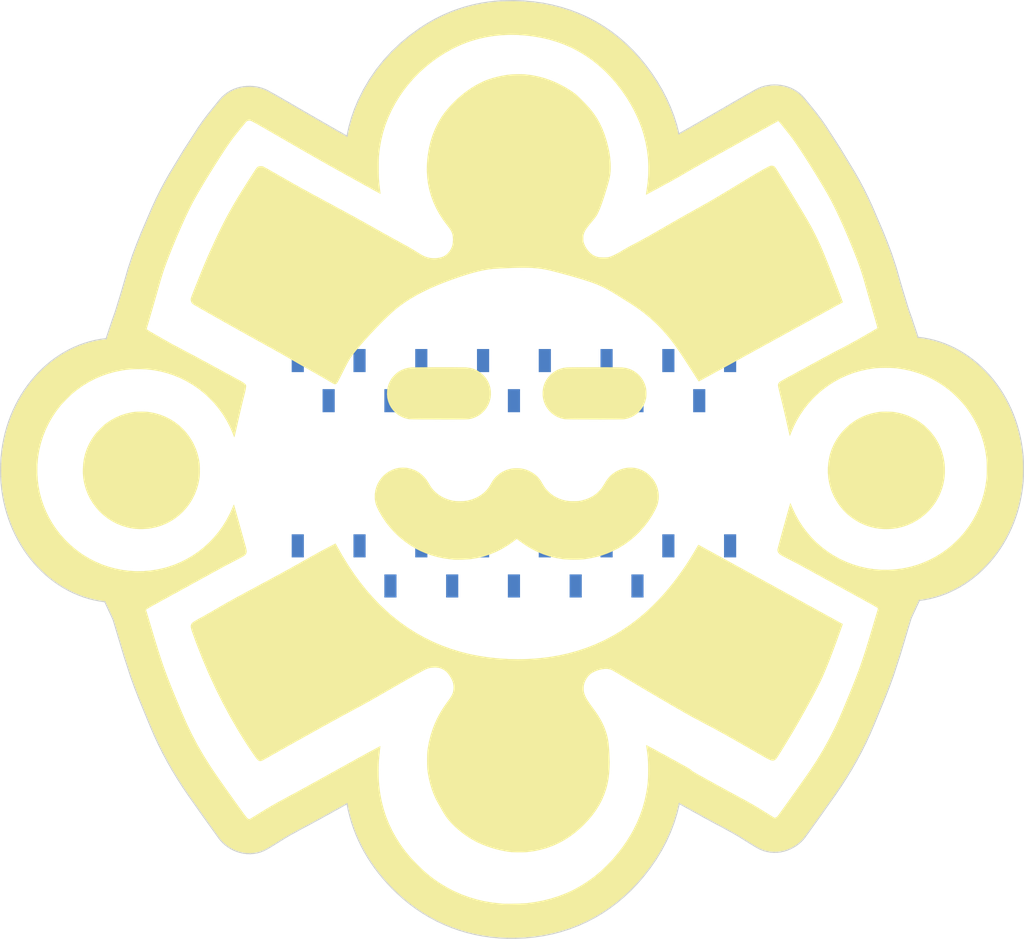
<source format=kicad_pcb>
(kicad_pcb (version 20171130) (host pcbnew 5.1.5-52549c5~84~ubuntu18.04.1)

  (general
    (thickness 1.6)
    (drawings 0)
    (tracks 0)
    (zones 0)
    (modules 2)
    (nets 1)
  )

  (page USLetter)
  (title_block
    (title "Project Title")
  )

  (layers
    (0 F.Cu signal)
    (31 B.Cu signal)
    (34 B.Paste user)
    (35 F.Paste user)
    (36 B.SilkS user)
    (37 F.SilkS user)
    (38 B.Mask user)
    (39 F.Mask user)
    (40 Dwgs.User user)
    (44 Edge.Cuts user)
    (46 B.CrtYd user)
    (47 F.CrtYd user)
    (48 B.Fab user)
    (49 F.Fab user)
  )

  (setup
    (last_trace_width 0.254)
    (user_trace_width 0.1524)
    (user_trace_width 0.254)
    (user_trace_width 0.3302)
    (user_trace_width 0.508)
    (user_trace_width 0.762)
    (user_trace_width 1.27)
    (trace_clearance 0.254)
    (zone_clearance 0.508)
    (zone_45_only no)
    (trace_min 0.1524)
    (via_size 0.6858)
    (via_drill 0.3302)
    (via_min_size 0.6858)
    (via_min_drill 0.3302)
    (user_via 0.6858 0.3302)
    (user_via 0.762 0.4064)
    (user_via 0.8636 0.508)
    (uvia_size 0.6858)
    (uvia_drill 0.3302)
    (uvias_allowed no)
    (uvia_min_size 0)
    (uvia_min_drill 0)
    (edge_width 0.1524)
    (segment_width 0.1524)
    (pcb_text_width 0.1524)
    (pcb_text_size 1.016 1.016)
    (mod_edge_width 0.1524)
    (mod_text_size 1.016 1.016)
    (mod_text_width 0.1524)
    (pad_size 1.524 1.524)
    (pad_drill 0.762)
    (pad_to_mask_clearance 0.0762)
    (solder_mask_min_width 0.1016)
    (pad_to_paste_clearance -0.0762)
    (aux_axis_origin 0 0)
    (visible_elements FFFEDF7D)
    (pcbplotparams
      (layerselection 0x310fc_80000001)
      (usegerberextensions true)
      (usegerberattributes false)
      (usegerberadvancedattributes false)
      (creategerberjobfile false)
      (excludeedgelayer true)
      (linewidth 0.100000)
      (plotframeref false)
      (viasonmask false)
      (mode 1)
      (useauxorigin false)
      (hpglpennumber 1)
      (hpglpenspeed 20)
      (hpglpendiameter 15.000000)
      (psnegative false)
      (psa4output false)
      (plotreference true)
      (plotvalue true)
      (plotinvisibletext false)
      (padsonsilk false)
      (subtractmaskfromsilk false)
      (outputformat 1)
      (mirror false)
      (drillshape 0)
      (scaleselection 1)
      (outputdirectory "gerbers"))
  )

  (net 0 "")

  (net_class Default "This is the default net class."
    (clearance 0.254)
    (trace_width 0.254)
    (via_dia 0.6858)
    (via_drill 0.3302)
    (uvia_dia 0.6858)
    (uvia_drill 0.3302)
  )

  (module mexas_NANO:mexas_logo (layer F.Cu) (tedit 0) (tstamp 5E527A76)
    (at 136.525 98.425)
    (fp_text reference Ref** (at 0 0) (layer F.SilkS) hide
      (effects (font (size 1.27 1.27) (thickness 0.15)))
    )
    (fp_text value Val** (at 0 0) (layer F.SilkS) hide
      (effects (font (size 1.27 1.27) (thickness 0.15)))
    )
    (fp_line (start 33.23166 -11.181818) (end 33.23166 -11.181842) (layer Edge.Cuts) (width 0.1))
    (fp_line (start 33.685067 -11.121818) (end 33.23166 -11.181818) (layer Edge.Cuts) (width 0.1))
    (fp_line (start 34.131792 -11.038158) (end 33.685067 -11.121818) (layer Edge.Cuts) (width 0.1))
    (fp_line (start 34.571328 -10.931408) (end 34.131792 -11.038158) (layer Edge.Cuts) (width 0.1))
    (fp_line (start 35.00317 -10.802137) (end 34.571328 -10.931408) (layer Edge.Cuts) (width 0.1))
    (fp_line (start 35.426811 -10.650917) (end 35.00317 -10.802137) (layer Edge.Cuts) (width 0.1))
    (fp_line (start 35.841747 -10.47832) (end 35.426811 -10.650917) (layer Edge.Cuts) (width 0.1))
    (fp_line (start 36.247472 -10.284916) (end 35.841747 -10.47832) (layer Edge.Cuts) (width 0.1))
    (fp_line (start 36.643479 -10.071275) (end 36.247472 -10.284916) (layer Edge.Cuts) (width 0.1))
    (fp_line (start 37.029264 -9.837971) (end 36.643479 -10.071275) (layer Edge.Cuts) (width 0.1))
    (fp_line (start 37.40432 -9.585576) (end 37.029264 -9.837971) (layer Edge.Cuts) (width 0.1))
    (fp_line (start 37.768142 -9.314658) (end 37.40432 -9.585576) (layer Edge.Cuts) (width 0.1))
    (fp_line (start 38.120224 -9.025791) (end 37.768142 -9.314658) (layer Edge.Cuts) (width 0.1))
    (fp_line (start 38.460061 -8.719546) (end 38.120224 -9.025791) (layer Edge.Cuts) (width 0.1))
    (fp_line (start 38.787147 -8.396493) (end 38.460061 -8.719546) (layer Edge.Cuts) (width 0.1))
    (fp_line (start 39.100976 -8.057205) (end 38.787147 -8.396493) (layer Edge.Cuts) (width 0.1))
    (fp_line (start 39.401043 -7.702252) (end 39.100976 -8.057205) (layer Edge.Cuts) (width 0.1))
    (fp_line (start 39.686841 -7.332206) (end 39.401043 -7.702252) (layer Edge.Cuts) (width 0.1))
    (fp_line (start 39.957866 -6.947638) (end 39.686841 -7.332206) (layer Edge.Cuts) (width 0.1))
    (fp_line (start 40.213611 -6.54912) (end 39.957866 -6.947638) (layer Edge.Cuts) (width 0.1))
    (fp_line (start 40.453571 -6.137222) (end 40.213611 -6.54912) (layer Edge.Cuts) (width 0.1))
    (fp_line (start 40.67724 -5.712518) (end 40.453571 -6.137222) (layer Edge.Cuts) (width 0.1))
    (fp_line (start 40.884112 -5.275578) (end 40.67724 -5.712518) (layer Edge.Cuts) (width 0.1))
    (fp_line (start 41.073683 -4.826972) (end 40.884112 -5.275578) (layer Edge.Cuts) (width 0.1))
    (fp_line (start 41.245445 -4.367272) (end 41.073683 -4.826972) (layer Edge.Cuts) (width 0.1))
    (fp_line (start 41.398894 -3.897051) (end 41.245445 -4.367272) (layer Edge.Cuts) (width 0.1))
    (fp_line (start 41.533524 -3.416879) (end 41.398894 -3.897051) (layer Edge.Cuts) (width 0.1))
    (fp_line (start 41.648829 -2.927327) (end 41.533524 -3.416879) (layer Edge.Cuts) (width 0.1))
    (fp_line (start 41.744299 -2.428967) (end 41.648829 -2.927327) (layer Edge.Cuts) (width 0.1))
    (fp_line (start 41.819439 -1.92237) (end 41.744299 -2.428967) (layer Edge.Cuts) (width 0.1))
    (fp_line (start 41.873739 -1.408108) (end 41.819439 -1.92237) (layer Edge.Cuts) (width 0.1))
    (fp_line (start 41.906689 -0.886752) (end 41.873739 -1.408108) (layer Edge.Cuts) (width 0.1))
    (fp_line (start 41.917789 -0.358873) (end 41.906689 -0.886752) (layer Edge.Cuts) (width 0.1))
    (fp_line (start 41.906869 0.164849) (end 41.917789 -0.358873) (layer Edge.Cuts) (width 0.1))
    (fp_line (start 41.874439 0.682181) (end 41.906869 0.164849) (layer Edge.Cuts) (width 0.1))
    (fp_line (start 41.820989 1.192562) (end 41.874439 0.682181) (layer Edge.Cuts) (width 0.1))
    (fp_line (start 41.747009 1.695433) (end 41.820989 1.192562) (layer Edge.Cuts) (width 0.1))
    (fp_line (start 41.652999 2.190234) (end 41.747009 1.695433) (layer Edge.Cuts) (width 0.1))
    (fp_line (start 41.539456 2.676405) (end 41.652999 2.190234) (layer Edge.Cuts) (width 0.1))
    (fp_line (start 41.406869 3.153387) (end 41.539456 2.676405) (layer Edge.Cuts) (width 0.1))
    (fp_line (start 41.255731 3.620618) (end 41.406869 3.153387) (layer Edge.Cuts) (width 0.1))
    (fp_line (start 41.086535 4.077541) (end 41.255731 3.620618) (layer Edge.Cuts) (width 0.1))
    (fp_line (start 40.899775 4.523594) (end 41.086535 4.077541) (layer Edge.Cuts) (width 0.1))
    (fp_line (start 40.695945 4.958218) (end 40.899775 4.523594) (layer Edge.Cuts) (width 0.1))
    (fp_line (start 40.475538 5.380853) (end 40.695945 4.958218) (layer Edge.Cuts) (width 0.1))
    (fp_line (start 40.239047 5.79094) (end 40.475538 5.380853) (layer Edge.Cuts) (width 0.1))
    (fp_line (start 39.986966 6.187918) (end 40.239047 5.79094) (layer Edge.Cuts) (width 0.1))
    (fp_line (start 39.719788 6.571228) (end 39.986966 6.187918) (layer Edge.Cuts) (width 0.1))
    (fp_line (start 39.438006 6.94031) (end 39.719788 6.571228) (layer Edge.Cuts) (width 0.1))
    (fp_line (start 39.142115 7.294603) (end 39.438006 6.94031) (layer Edge.Cuts) (width 0.1))
    (fp_line (start 38.832607 7.633549) (end 39.142115 7.294603) (layer Edge.Cuts) (width 0.1))
    (fp_line (start 38.509976 7.956588) (end 38.832607 7.633549) (layer Edge.Cuts) (width 0.1))
    (fp_line (start 38.174716 8.263159) (end 38.509976 7.956588) (layer Edge.Cuts) (width 0.1))
    (fp_line (start 37.827319 8.552703) (end 38.174716 8.263159) (layer Edge.Cuts) (width 0.1))
    (fp_line (start 37.468279 8.82466) (end 37.827319 8.552703) (layer Edge.Cuts) (width 0.1))
    (fp_line (start 37.09809 9.078469) (end 37.468279 8.82466) (layer Edge.Cuts) (width 0.1))
    (fp_line (start 36.717245 9.313573) (end 37.09809 9.078469) (layer Edge.Cuts) (width 0.1))
    (fp_line (start 36.326238 9.529409) (end 36.717245 9.313573) (layer Edge.Cuts) (width 0.1))
    (fp_line (start 35.925562 9.72542) (end 36.326238 9.529409) (layer Edge.Cuts) (width 0.1))
    (fp_line (start 35.51571 9.901044) (end 35.925562 9.72542) (layer Edge.Cuts) (width 0.1))
    (fp_line (start 35.097176 10.055722) (end 35.51571 9.901044) (layer Edge.Cuts) (width 0.1))
    (fp_line (start 34.670453 10.188894) (end 35.097176 10.055722) (layer Edge.Cuts) (width 0.1))
    (fp_line (start 34.236035 10.300001) (end 34.670453 10.188894) (layer Edge.Cuts) (width 0.1))
    (fp_line (start 33.794415 10.388481) (end 34.236035 10.300001) (layer Edge.Cuts) (width 0.1))
    (fp_line (start 33.346086 10.453781) (end 33.794415 10.388481) (layer Edge.Cuts) (width 0.1))
    (fp_line (start 33.004093 11.186624) (end 33.346086 10.453781) (layer Edge.Cuts) (width 0.1))
    (fp_line (start 32.662099 11.919467) (end 33.004093 11.186624) (layer Edge.Cuts) (width 0.1))
    (fp_line (start 32.453175 12.608918) (end 32.662099 11.919467) (layer Edge.Cuts) (width 0.1))
    (fp_line (start 32.248107 13.300298) (end 32.453175 12.608918) (layer Edge.Cuts) (width 0.1))
    (fp_line (start 31.750545 14.957231) (end 32.248107 13.300298) (layer Edge.Cuts) (width 0.1))
    (fp_line (start 31.202841 16.639235) (end 31.750545 14.957231) (layer Edge.Cuts) (width 0.1))
    (fp_line (start 30.884091 17.517059) (end 31.202841 16.639235) (layer Edge.Cuts) (width 0.1))
    (fp_line (start 30.54955 18.378612) (end 30.884091 17.517059) (layer Edge.Cuts) (width 0.1))
    (fp_line (start 29.860581 20.055313) (end 30.54955 18.378612) (layer Edge.Cuts) (width 0.1))
    (fp_line (start 29.718512 20.399235) (end 29.860581 20.055313) (layer Edge.Cuts) (width 0.1))
    (fp_line (start 29.576443 20.743157) (end 29.718512 20.399235) (layer Edge.Cuts) (width 0.1))
    (fp_line (start 29.265161 21.464748) (end 29.576443 20.743157) (layer Edge.Cuts) (width 0.1))
    (fp_line (start 28.930344 22.183672) (end 29.265161 21.464748) (layer Edge.Cuts) (width 0.1))
    (fp_line (start 28.572325 22.899311) (end 28.930344 22.183672) (layer Edge.Cuts) (width 0.1))
    (fp_line (start 28.191434 23.611049) (end 28.572325 22.899311) (layer Edge.Cuts) (width 0.1))
    (fp_line (start 27.788004 24.318265) (end 28.191434 23.611049) (layer Edge.Cuts) (width 0.1))
    (fp_line (start 27.362365 25.020346) (end 27.788004 24.318265) (layer Edge.Cuts) (width 0.1))
    (fp_line (start 26.914849 25.716669) (end 27.362365 25.020346) (layer Edge.Cuts) (width 0.1))
    (fp_line (start 26.445789 26.406621) (end 26.914849 25.716669) (layer Edge.Cuts) (width 0.1))
    (fp_line (start 25.212009 28.153391) (end 26.445789 26.406621) (layer Edge.Cuts) (width 0.1))
    (fp_line (start 23.965693 29.889554) (end 25.212009 28.153391) (layer Edge.Cuts) (width 0.1))
    (fp_line (start 23.804434 30.092624) (end 23.965693 29.889554) (layer Edge.Cuts) (width 0.1))
    (fp_line (start 23.623618 30.283024) (end 23.804434 30.092624) (layer Edge.Cuts) (width 0.1))
    (fp_line (start 23.424913 30.459195) (end 23.623618 30.283024) (layer Edge.Cuts) (width 0.1))
    (fp_line (start 23.21 30.619639) (end 23.424913 30.459195) (layer Edge.Cuts) (width 0.1))
    (fp_line (start 22.980554 30.762872) (end 23.21 30.619639) (layer Edge.Cuts) (width 0.1))
    (fp_line (start 22.738254 30.887378) (end 22.980554 30.762872) (layer Edge.Cuts) (width 0.1))
    (fp_line (start 22.484779 30.991673) (end 22.738254 30.887378) (layer Edge.Cuts) (width 0.1))
    (fp_line (start 22.221806 31.074263) (end 22.484779 30.991673) (layer Edge.Cuts) (width 0.1))
    (fp_line (start 21.951014 31.133653) (end 22.221806 31.074263) (layer Edge.Cuts) (width 0.1))
    (fp_line (start 21.67408 31.168343) (end 21.951014 31.133653) (layer Edge.Cuts) (width 0.1))
    (fp_line (start 21.392682 31.176843) (end 21.67408 31.168343) (layer Edge.Cuts) (width 0.1))
    (fp_line (start 21.108499 31.157643) (end 21.392682 31.176843) (layer Edge.Cuts) (width 0.1))
    (fp_line (start 20.823209 31.109263) (end 21.108499 31.157643) (layer Edge.Cuts) (width 0.1))
    (fp_line (start 20.538489 31.030203) (end 20.823209 31.109263) (layer Edge.Cuts) (width 0.1))
    (fp_line (start 20.256018 30.918966) (end 20.538489 31.030203) (layer Edge.Cuts) (width 0.1))
    (fp_line (start 19.977474 30.774061) (end 20.256018 30.918966) (layer Edge.Cuts) (width 0.1))
    (fp_line (start 19.520411 30.496994) (end 19.977474 30.774061) (layer Edge.Cuts) (width 0.1))
    (fp_line (start 19.067205 30.216071) (end 19.520411 30.496994) (layer Edge.Cuts) (width 0.1))
    (fp_line (start 18.607893 29.928559) (end 19.067205 30.216071) (layer Edge.Cuts) (width 0.1))
    (fp_line (start 18.142794 29.651653) (end 18.607893 29.928559) (layer Edge.Cuts) (width 0.1))
    (fp_line (start 17.474718 29.281696) (end 18.142794 29.651653) (layer Edge.Cuts) (width 0.1))
    (fp_line (start 16.80182 28.921382) (end 17.474718 29.281696) (layer Edge.Cuts) (width 0.1))
    (fp_line (start 16.278062 28.641262) (end 16.80182 28.921382) (layer Edge.Cuts) (width 0.1))
    (fp_line (start 15.755268 28.358249) (end 16.278062 28.641262) (layer Edge.Cuts) (width 0.1))
    (fp_line (start 14.675289 27.7596) (end 15.755268 28.358249) (layer Edge.Cuts) (width 0.1))
    (fp_line (start 13.595309 27.159986) (end 14.675289 27.7596) (layer Edge.Cuts) (width 0.1))
    (fp_line (start 13.401755 27.960084) (end 13.595309 27.159986) (layer Edge.Cuts) (width 0.1))
    (fp_line (start 13.157713 28.74691) (end 13.401755 27.960084) (layer Edge.Cuts) (width 0.1))
    (fp_line (start 12.863317 29.520084) (end 13.157713 28.74691) (layer Edge.Cuts) (width 0.1))
    (fp_line (start 12.518705 30.279231) (end 12.863317 29.520084) (layer Edge.Cuts) (width 0.1))
    (fp_line (start 12.124011 31.023974) (end 12.518705 30.279231) (layer Edge.Cuts) (width 0.1))
    (fp_line (start 11.67937 31.753938) (end 12.124011 31.023974) (layer Edge.Cuts) (width 0.1))
    (fp_line (start 11.18492 32.468743) (end 11.67937 31.753938) (layer Edge.Cuts) (width 0.1))
    (fp_line (start 10.640794 33.168015) (end 11.18492 32.468743) (layer Edge.Cuts) (width 0.1))
    (fp_line (start 10.130325 33.757392) (end 10.640794 33.168015) (layer Edge.Cuts) (width 0.1))
    (fp_line (start 9.597796 34.31181) (end 10.130325 33.757392) (layer Edge.Cuts) (width 0.1))
    (fp_line (start 9.043778 34.830989) (end 9.597796 34.31181) (layer Edge.Cuts) (width 0.1))
    (fp_line (start 8.468842 35.314656) (end 9.043778 34.830989) (layer Edge.Cuts) (width 0.1))
    (fp_line (start 7.873559 35.762531) (end 8.468842 35.314656) (layer Edge.Cuts) (width 0.1))
    (fp_line (start 7.258499 36.174337) (end 7.873559 35.762531) (layer Edge.Cuts) (width 0.1))
    (fp_line (start 6.624232 36.5498) (end 7.258499 36.174337) (layer Edge.Cuts) (width 0.1))
    (fp_line (start 5.971329 36.888641) (end 6.624232 36.5498) (layer Edge.Cuts) (width 0.1))
    (fp_line (start 5.300362 37.190584) (end 5.971329 36.888641) (layer Edge.Cuts) (width 0.1))
    (fp_line (start 4.611901 37.455351) (end 5.300362 37.190584) (layer Edge.Cuts) (width 0.1))
    (fp_line (start 3.906515 37.682668) (end 4.611901 37.455351) (layer Edge.Cuts) (width 0.1))
    (fp_line (start 3.184778 37.872254) (end 3.906515 37.682668) (layer Edge.Cuts) (width 0.1))
    (fp_line (start 2.447257 38.023836) (end 3.184778 37.872254) (layer Edge.Cuts) (width 0.1))
    (fp_line (start 1.694524 38.137131) (end 2.447257 38.023836) (layer Edge.Cuts) (width 0.1))
    (fp_line (start 0.927151 38.211871) (end 1.694524 38.137131) (layer Edge.Cuts) (width 0.1))
    (fp_line (start 0.145708 38.247771) (end 0.927151 38.211871) (layer Edge.Cuts) (width 0.1))
    (fp_line (start -0.547496 38.246371) (end 0.145708 38.247771) (layer Edge.Cuts) (width 0.1))
    (fp_line (start -1.231944 38.213301) (end -0.547496 38.246371) (layer Edge.Cuts) (width 0.1))
    (fp_line (start -1.907103 38.148801) (end -1.231944 38.213301) (layer Edge.Cuts) (width 0.1))
    (fp_line (start -2.572441 38.053071) (end -1.907103 38.148801) (layer Edge.Cuts) (width 0.1))
    (fp_line (start -3.22743 37.926314) (end -2.572441 38.053071) (layer Edge.Cuts) (width 0.1))
    (fp_line (start -3.871536 37.76874) (end -3.22743 37.926314) (layer Edge.Cuts) (width 0.1))
    (fp_line (start -4.504229 37.580558) (end -3.871536 37.76874) (layer Edge.Cuts) (width 0.1))
    (fp_line (start -5.124978 37.361975) (end -4.504229 37.580558) (layer Edge.Cuts) (width 0.1))
    (fp_line (start -5.733252 37.113198) (end -5.124978 37.361975) (layer Edge.Cuts) (width 0.1))
    (fp_line (start -6.328519 36.834436) (end -5.733252 37.113198) (layer Edge.Cuts) (width 0.1))
    (fp_line (start -6.91025 36.525893) (end -6.328519 36.834436) (layer Edge.Cuts) (width 0.1))
    (fp_line (start -7.477911 36.187779) (end -6.91025 36.525893) (layer Edge.Cuts) (width 0.1))
    (fp_line (start -8.030973 35.820299) (end -7.477911 36.187779) (layer Edge.Cuts) (width 0.1))
    (fp_line (start -8.568904 35.423661) (end -8.030973 35.820299) (layer Edge.Cuts) (width 0.1))
    (fp_line (start -9.091173 34.998073) (end -8.568904 35.423661) (layer Edge.Cuts) (width 0.1))
    (fp_line (start -9.59725 34.543743) (end -9.091173 34.998073) (layer Edge.Cuts) (width 0.1))
    (fp_line (start -10.004451 34.14643) (end -9.59725 34.543743) (layer Edge.Cuts) (width 0.1))
    (fp_line (start -10.391942 33.740408) (end -10.004451 34.14643) (layer Edge.Cuts) (width 0.1))
    (fp_line (start -10.759687 33.325737) (end -10.391942 33.740408) (layer Edge.Cuts) (width 0.1))
    (fp_line (start -11.107654 32.902479) (end -10.759687 33.325737) (layer Edge.Cuts) (width 0.1))
    (fp_line (start -11.435809 32.470693) (end -11.107654 32.902479) (layer Edge.Cuts) (width 0.1))
    (fp_line (start -11.744116 32.03044) (end -11.435809 32.470693) (layer Edge.Cuts) (width 0.1))
    (fp_line (start -12.032544 31.581779) (end -11.744116 32.03044) (layer Edge.Cuts) (width 0.1))
    (fp_line (start -12.301056 31.124772) (end -12.032544 31.581779) (layer Edge.Cuts) (width 0.1))
    (fp_line (start -12.549621 30.659478) (end -12.301056 31.124772) (layer Edge.Cuts) (width 0.1))
    (fp_line (start -12.778202 30.185957) (end -12.549621 30.659478) (layer Edge.Cuts) (width 0.1))
    (fp_line (start -12.986768 29.70427) (end -12.778202 30.185957) (layer Edge.Cuts) (width 0.1))
    (fp_line (start -13.175285 29.214477) (end -12.986768 29.70427) (layer Edge.Cuts) (width 0.1))
    (fp_line (start -13.343717 28.716639) (end -13.175285 29.214477) (layer Edge.Cuts) (width 0.1))
    (fp_line (start -13.492032 28.210816) (end -13.343717 28.716639) (layer Edge.Cuts) (width 0.1))
    (fp_line (start -13.620189 27.697067) (end -13.492032 28.210816) (layer Edge.Cuts) (width 0.1))
    (fp_line (start -13.728161 27.175454) (end -13.620189 27.697067) (layer Edge.Cuts) (width 0.1))
    (fp_line (start -14.894282 27.82312) (end -13.728161 27.175454) (layer Edge.Cuts) (width 0.1))
    (fp_line (start -16.060403 28.468858) (end -14.894282 27.82312) (layer Edge.Cuts) (width 0.1))
    (fp_line (start -16.582714 28.752513) (end -16.060403 28.468858) (layer Edge.Cuts) (width 0.1))
    (fp_line (start -17.106954 29.033276) (end -16.582714 28.752513) (layer Edge.Cuts) (width 0.1))
    (fp_line (start -17.779692 29.39343) (end -17.106954 29.033276) (layer Edge.Cuts) (width 0.1))
    (fp_line (start -18.446643 29.762262) (end -17.779692 29.39343) (layer Edge.Cuts) (width 0.1))
    (fp_line (start -18.912867 30.039168) (end -18.446643 29.762262) (layer Edge.Cuts) (width 0.1))
    (fp_line (start -19.37234 30.32668) (end -18.912867 30.039168) (layer Edge.Cuts) (width 0.1))
    (fp_line (start -19.825064 30.608085) (end -19.37234 30.32668) (layer Edge.Cuts) (width 0.1))
    (fp_line (start -20.282608 30.884669) (end -19.825064 30.608085) (layer Edge.Cuts) (width 0.1))
    (fp_line (start -20.561153 31.029799) (end -20.282608 30.884669) (layer Edge.Cuts) (width 0.1))
    (fp_line (start -20.843624 31.14123) (end -20.561153 31.029799) (layer Edge.Cuts) (width 0.1))
    (fp_line (start -21.128343 31.22045) (end -20.843624 31.14123) (layer Edge.Cuts) (width 0.1))
    (fp_line (start -21.413634 31.26896) (end -21.128343 31.22045) (layer Edge.Cuts) (width 0.1))
    (fp_line (start -21.697817 31.28826) (end -21.413634 31.26896) (layer Edge.Cuts) (width 0.1))
    (fp_line (start -21.979214 31.27986) (end -21.697817 31.28826) (layer Edge.Cuts) (width 0.1))
    (fp_line (start -22.256149 31.24522) (end -21.979214 31.27986) (layer Edge.Cuts) (width 0.1))
    (fp_line (start -22.526941 31.18585) (end -22.256149 31.24522) (layer Edge.Cuts) (width 0.1))
    (fp_line (start -22.789913 31.10324) (end -22.526941 31.18585) (layer Edge.Cuts) (width 0.1))
    (fp_line (start -23.043388 30.998907) (end -22.789913 31.10324) (layer Edge.Cuts) (width 0.1))
    (fp_line (start -23.285688 30.874323) (end -23.043388 30.998907) (layer Edge.Cuts) (width 0.1))
    (fp_line (start -23.515134 30.730995) (end -23.285688 30.874323) (layer Edge.Cuts) (width 0.1))
    (fp_line (start -23.730048 30.570414) (end -23.515134 30.730995) (layer Edge.Cuts) (width 0.1))
    (fp_line (start -23.928752 30.394078) (end -23.730048 30.570414) (layer Edge.Cuts) (width 0.1))
    (fp_line (start -24.109568 30.203481) (end -23.928752 30.394078) (layer Edge.Cuts) (width 0.1))
    (fp_line (start -24.270818 30.00012) (end -24.109568 30.203481) (layer Edge.Cuts) (width 0.1))
    (fp_line (start -25.516973 28.264599) (end -24.270818 30.00012) (layer Edge.Cuts) (width 0.1))
    (fp_line (start -26.749628 26.518472) (end -25.516973 28.264599) (layer Edge.Cuts) (width 0.1))
    (fp_line (start -27.219111 25.828099) (end -26.749628 26.518472) (layer Edge.Cuts) (width 0.1))
    (fp_line (start -27.666928 25.131473) (end -27.219111 25.828099) (layer Edge.Cuts) (width 0.1))
    (fp_line (start -28.092748 24.429213) (end -27.666928 25.131473) (layer Edge.Cuts) (width 0.1))
    (fp_line (start -28.496238 23.721935) (end -28.092748 24.429213) (layer Edge.Cuts) (width 0.1))
    (fp_line (start -28.877068 23.010258) (end -28.496238 23.721935) (layer Edge.Cuts) (width 0.1))
    (fp_line (start -29.234907 22.294799) (end -28.877068 23.010258) (layer Edge.Cuts) (width 0.1))
    (fp_line (start -29.569423 21.576177) (end -29.234907 22.294799) (layer Edge.Cuts) (width 0.1))
    (fp_line (start -29.880283 20.855008) (end -29.569423 21.576177) (layer Edge.Cuts) (width 0.1))
    (fp_line (start -30.022995 20.511086) (end -29.880283 20.855008) (layer Edge.Cuts) (width 0.1))
    (fp_line (start -30.165706 20.167164) (end -30.022995 20.511086) (layer Edge.Cuts) (width 0.1))
    (fp_line (start -30.854675 18.490463) (end -30.165706 20.167164) (layer Edge.Cuts) (width 0.1))
    (fp_line (start -31.189216 17.628911) (end -30.854675 18.490463) (layer Edge.Cuts) (width 0.1))
    (fp_line (start -31.507967 16.751086) (end -31.189216 17.628911) (layer Edge.Cuts) (width 0.1))
    (fp_line (start -32.055028 15.068921) (end -31.507967 16.751086) (layer Edge.Cuts) (width 0.1))
    (fp_line (start -32.551947 13.410863) (end -32.055028 15.068921) (layer Edge.Cuts) (width 0.1))
    (fp_line (start -32.757979 12.719484) (end -32.551947 13.410863) (layer Edge.Cuts) (width 0.1))
    (fp_line (start -32.965939 12.030033) (end -32.757979 12.719484) (layer Edge.Cuts) (width 0.1))
    (fp_line (start -33.308575 11.297832) (end -32.965939 12.030033) (layer Edge.Cuts) (width 0.1))
    (fp_line (start -33.651212 10.565632) (end -33.308575 11.297832) (layer Edge.Cuts) (width 0.1))
    (fp_line (start -34.099539 10.500222) (end -33.651212 10.565632) (layer Edge.Cuts) (width 0.1))
    (fp_line (start -34.54116 10.411632) (end -34.099539 10.500222) (layer Edge.Cuts) (width 0.1))
    (fp_line (start -34.975578 10.300424) (end -34.54116 10.411632) (layer Edge.Cuts) (width 0.1))
    (fp_line (start -35.402301 10.167157) (end -34.975578 10.300424) (layer Edge.Cuts) (width 0.1))
    (fp_line (start -35.820835 10.012392) (end -35.402301 10.167157) (layer Edge.Cuts) (width 0.1))
    (fp_line (start -36.230687 9.836689) (end -35.820835 10.012392) (layer Edge.Cuts) (width 0.1))
    (fp_line (start -36.631364 9.640607) (end -36.230687 9.836689) (layer Edge.Cuts) (width 0.1))
    (fp_line (start -37.022371 9.424706) (end -36.631364 9.640607) (layer Edge.Cuts) (width 0.1))
    (fp_line (start -37.403216 9.189547) (end -37.022371 9.424706) (layer Edge.Cuts) (width 0.1))
    (fp_line (start -37.773405 8.935688) (end -37.403216 9.189547) (layer Edge.Cuts) (width 0.1))
    (fp_line (start -38.132444 8.66369) (end -37.773405 8.935688) (layer Edge.Cuts) (width 0.1))
    (fp_line (start -38.479841 8.374112) (end -38.132444 8.66369) (layer Edge.Cuts) (width 0.1))
    (fp_line (start -38.815101 8.067515) (end -38.479841 8.374112) (layer Edge.Cuts) (width 0.1))
    (fp_line (start -39.137732 7.744457) (end -38.815101 8.067515) (layer Edge.Cuts) (width 0.1))
    (fp_line (start -39.44724 7.4055) (end -39.137732 7.744457) (layer Edge.Cuts) (width 0.1))
    (fp_line (start -39.743132 7.051202) (end -39.44724 7.4055) (layer Edge.Cuts) (width 0.1))
    (fp_line (start -40.024912 6.682124) (end -39.743132 7.051202) (layer Edge.Cuts) (width 0.1))
    (fp_line (start -40.29209 6.298826) (end -40.024912 6.682124) (layer Edge.Cuts) (width 0.1))
    (fp_line (start -40.544172 5.901866) (end -40.29209 6.298826) (layer Edge.Cuts) (width 0.1))
    (fp_line (start -40.780663 5.491806) (end -40.544172 5.901866) (layer Edge.Cuts) (width 0.1))
    (fp_line (start -41.00107 5.069205) (end -40.780663 5.491806) (layer Edge.Cuts) (width 0.1))
    (fp_line (start -41.204901 4.634622) (end -41.00107 5.069205) (layer Edge.Cuts) (width 0.1))
    (fp_line (start -41.39166 4.188618) (end -41.204901 4.634622) (layer Edge.Cuts) (width 0.1))
    (fp_line (start -41.560855 3.731752) (end -41.39166 4.188618) (layer Edge.Cuts) (width 0.1))
    (fp_line (start -41.711993 3.264584) (end -41.560855 3.731752) (layer Edge.Cuts) (width 0.1))
    (fp_line (start -41.84458 2.787675) (end -41.711993 3.264584) (layer Edge.Cuts) (width 0.1))
    (fp_line (start -41.958119 2.301583) (end -41.84458 2.787675) (layer Edge.Cuts) (width 0.1))
    (fp_line (start -42.052129 1.806868) (end -41.958119 2.301583) (layer Edge.Cuts) (width 0.1))
    (fp_line (start -42.126108 1.304092) (end -42.052129 1.806868) (layer Edge.Cuts) (width 0.1))
    (fp_line (start -42.179554 0.793812) (end -42.126108 1.304092) (layer Edge.Cuts) (width 0.1))
    (fp_line (start -42.211979 0.276589) (end -42.179554 0.793812) (layer Edge.Cuts) (width 0.1))
    (fp_line (start -42.222907 -0.247016) (end -42.211979 0.276589) (layer Edge.Cuts) (width 0.1))
    (fp_line (start -42.211812 -0.774895) (end -42.222907 -0.247016) (layer Edge.Cuts) (width 0.1))
    (fp_line (start -42.178857 -1.296248) (end -42.211812 -0.774895) (layer Edge.Cuts) (width 0.1))
    (fp_line (start -42.124562 -1.81051) (end -42.178857 -1.296248) (layer Edge.Cuts) (width 0.1))
    (fp_line (start -42.049427 -2.317109) (end -42.124562 -1.81051) (layer Edge.Cuts) (width 0.1))
    (fp_line (start -41.953951 -2.815471) (end -42.049427 -2.317109) (layer Edge.Cuts) (width 0.1))
    (fp_line (start -41.838651 -3.305026) (end -41.953951 -2.815471) (layer Edge.Cuts) (width 0.1))
    (fp_line (start -41.704021 -3.785204) (end -41.838651 -3.305026) (layer Edge.Cuts) (width 0.1))
    (fp_line (start -41.550571 -4.255432) (end -41.704021 -3.785204) (layer Edge.Cuts) (width 0.1))
    (fp_line (start -41.37881 -4.715139) (end -41.550571 -4.255432) (layer Edge.Cuts) (width 0.1))
    (fp_line (start -41.18924 -5.163755) (end -41.37881 -4.715139) (layer Edge.Cuts) (width 0.1))
    (fp_line (start -40.982367 -5.60071) (end -41.18924 -5.163755) (layer Edge.Cuts) (width 0.1))
    (fp_line (start -40.758697 -6.02543) (end -40.982367 -5.60071) (layer Edge.Cuts) (width 0.1))
    (fp_line (start -40.518737 -6.437345) (end -40.758697 -6.02543) (layer Edge.Cuts) (width 0.1))
    (fp_line (start -40.262993 -6.835885) (end -40.518737 -6.437345) (layer Edge.Cuts) (width 0.1))
    (fp_line (start -39.991968 -7.220477) (end -40.262993 -6.835885) (layer Edge.Cuts) (width 0.1))
    (fp_line (start -39.706169 -7.590551) (end -39.991968 -7.220477) (layer Edge.Cuts) (width 0.1))
    (fp_line (start -39.406102 -7.945537) (end -39.706169 -7.590551) (layer Edge.Cuts) (width 0.1))
    (fp_line (start -39.092274 -8.284861) (end -39.406102 -7.945537) (layer Edge.Cuts) (width 0.1))
    (fp_line (start -38.765188 -8.607954) (end -39.092274 -8.284861) (layer Edge.Cuts) (width 0.1))
    (fp_line (start -38.425351 -8.914245) (end -38.765188 -8.607954) (layer Edge.Cuts) (width 0.1))
    (fp_line (start -38.073269 -9.203161) (end -38.425351 -8.914245) (layer Edge.Cuts) (width 0.1))
    (fp_line (start -37.709447 -9.474133) (end -38.073269 -9.203161) (layer Edge.Cuts) (width 0.1))
    (fp_line (start -37.33439 -9.726589) (end -37.709447 -9.474133) (layer Edge.Cuts) (width 0.1))
    (fp_line (start -36.9486 -9.959955) (end -37.33439 -9.726589) (layer Edge.Cuts) (width 0.1))
    (fp_line (start -36.552593 -10.173665) (end -36.9486 -9.959955) (layer Edge.Cuts) (width 0.1))
    (fp_line (start -36.146868 -10.367147) (end -36.552593 -10.173665) (layer Edge.Cuts) (width 0.1))
    (fp_line (start -35.731932 -10.539827) (end -36.146868 -10.367147) (layer Edge.Cuts) (width 0.1))
    (fp_line (start -35.308291 -10.691136) (end -35.731932 -10.539827) (layer Edge.Cuts) (width 0.1))
    (fp_line (start -34.87645 -10.820502) (end -35.308291 -10.691136) (layer Edge.Cuts) (width 0.1))
    (fp_line (start -34.436914 -10.927356) (end -34.87645 -10.820502) (layer Edge.Cuts) (width 0.1))
    (fp_line (start -33.990189 -11.011116) (end -34.436914 -10.927356) (layer Edge.Cuts) (width 0.1))
    (fp_line (start -33.536782 -11.071236) (end -33.990189 -11.011116) (layer Edge.Cuts) (width 0.1))
    (fp_line (start -33.278358 -11.842007) (end -33.536782 -11.071236) (layer Edge.Cuts) (width 0.1))
    (fp_line (start -33.019934 -12.612778) (end -33.278358 -11.842007) (layer Edge.Cuts) (width 0.1))
    (fp_line (start -32.896508 -12.959915) (end -33.019934 -12.612778) (layer Edge.Cuts) (width 0.1))
    (fp_line (start -32.773082 -13.307051) (end -32.896508 -12.959915) (layer Edge.Cuts) (width 0.1))
    (fp_line (start -32.544229 -14.05018) (end -32.773082 -13.307051) (layer Edge.Cuts) (width 0.1))
    (fp_line (start -32.315376 -14.793308) (end -32.544229 -14.05018) (layer Edge.Cuts) (width 0.1))
    (fp_line (start -32.182307 -15.238961) (end -32.315376 -14.793308) (layer Edge.Cuts) (width 0.1))
    (fp_line (start -32.053095 -15.685577) (end -32.182307 -15.238961) (layer Edge.Cuts) (width 0.1))
    (fp_line (start -31.734887 -16.80011) (end -32.053095 -15.685577) (layer Edge.Cuts) (width 0.1))
    (fp_line (start -31.354966 -17.948391) (end -31.734887 -16.80011) (layer Edge.Cuts) (width 0.1))
    (fp_line (start -31.019743 -18.837686) (end -31.354966 -17.948391) (layer Edge.Cuts) (width 0.1))
    (fp_line (start -30.64414 -19.775678) (end -31.019743 -18.837686) (layer Edge.Cuts) (width 0.1))
    (fp_line (start -29.745282 -21.867174) (end -30.64414 -19.775678) (layer Edge.Cuts) (width 0.1))
    (fp_line (start -29.412389 -22.5871) (end -29.745282 -21.867174) (layer Edge.Cuts) (width 0.1))
    (fp_line (start -29.062742 -23.291236) (end -29.412389 -22.5871) (layer Edge.Cuts) (width 0.1))
    (fp_line (start -28.697906 -23.977292) (end -29.062742 -23.291236) (layer Edge.Cuts) (width 0.1))
    (fp_line (start -28.319452 -24.642978) (end -28.697906 -23.977292) (layer Edge.Cuts) (width 0.1))
    (fp_line (start -27.146099 -26.576495) (end -28.319452 -24.642978) (layer Edge.Cuts) (width 0.1))
    (fp_line (start -25.944783 -28.435764) (end -27.146099 -26.576495) (layer Edge.Cuts) (width 0.1))
    (fp_line (start -25.557529 -28.990438) (end -25.944783 -28.435764) (layer Edge.Cuts) (width 0.1))
    (fp_line (start -25.160994 -29.515582) (end -25.557529 -28.990438) (layer Edge.Cuts) (width 0.1))
    (fp_line (start -24.360813 -30.505724) (end -25.160994 -29.515582) (layer Edge.Cuts) (width 0.1))
    (fp_line (start -24.272103 -30.613722) (end -24.360813 -30.505724) (layer Edge.Cuts) (width 0.1))
    (fp_line (start -24.183393 -30.72172) (end -24.272103 -30.613722) (layer Edge.Cuts) (width 0.1))
    (fp_line (start -23.982614 -30.942459) (end -24.183393 -30.72172) (layer Edge.Cuts) (width 0.1))
    (fp_line (start -23.765925 -31.136935) (end -23.982614 -30.942459) (layer Edge.Cuts) (width 0.1))
    (fp_line (start -23.535405 -31.305764) (end -23.765925 -31.136935) (layer Edge.Cuts) (width 0.1))
    (fp_line (start -23.293134 -31.449537) (end -23.535405 -31.305764) (layer Edge.Cuts) (width 0.1))
    (fp_line (start -23.041188 -31.568913) (end -23.293134 -31.449537) (layer Edge.Cuts) (width 0.1))
    (fp_line (start -22.781649 -31.664493) (end -23.041188 -31.568913) (layer Edge.Cuts) (width 0.1))
    (fp_line (start -22.516596 -31.736893) (end -22.781649 -31.664493) (layer Edge.Cuts) (width 0.1))
    (fp_line (start -22.248108 -31.786723) (end -22.516596 -31.736893) (layer Edge.Cuts) (width 0.1))
    (fp_line (start -21.978264 -31.814593) (end -22.248108 -31.786723) (layer Edge.Cuts) (width 0.1))
    (fp_line (start -21.709143 -31.821193) (end -21.978264 -31.814593) (layer Edge.Cuts) (width 0.1))
    (fp_line (start -21.442824 -31.807013) (end -21.709143 -31.821193) (layer Edge.Cuts) (width 0.1))
    (fp_line (start -21.181388 -31.772733) (end -21.442824 -31.807013) (layer Edge.Cuts) (width 0.1))
    (fp_line (start -20.926911 -31.718963) (end -21.181388 -31.772733) (layer Edge.Cuts) (width 0.1))
    (fp_line (start -20.681474 -31.646323) (end -20.926911 -31.718963) (layer Edge.Cuts) (width 0.1))
    (fp_line (start -20.447157 -31.555423) (end -20.681474 -31.646323) (layer Edge.Cuts) (width 0.1))
    (fp_line (start -20.226039 -31.446885) (end -20.447157 -31.555423) (layer Edge.Cuts) (width 0.1))
    (fp_line (start -19.332485 -30.946109) (end -20.226039 -31.446885) (layer Edge.Cuts) (width 0.1))
    (fp_line (start -18.446645 -30.433762) (end -19.332485 -30.946109) (layer Edge.Cuts) (width 0.1))
    (fp_line (start -18.14065 -30.255694) (end -18.446645 -30.433762) (layer Edge.Cuts) (width 0.1))
    (fp_line (start -17.834656 -30.077626) (end -18.14065 -30.255694) (layer Edge.Cuts) (width 0.1))
    (fp_line (start -17.419378 -29.836559) (end -17.834656 -30.077626) (layer Edge.Cuts) (width 0.1))
    (fp_line (start -17.004101 -29.595492) (end -17.419378 -29.836559) (layer Edge.Cuts) (width 0.1))
    (fp_line (start -15.81773 -28.910701) (end -17.004101 -29.595492) (layer Edge.Cuts) (width 0.1))
    (fp_line (start -14.629431 -28.228803) (end -15.81773 -28.910701) (layer Edge.Cuts) (width 0.1))
    (fp_line (start -14.179922 -27.975201) (end -14.629431 -28.228803) (layer Edge.Cuts) (width 0.1))
    (fp_line (start -13.729448 -27.723526) (end -14.179922 -27.975201) (layer Edge.Cuts) (width 0.1))
    (fp_line (start -13.564398 -28.483188) (end -13.729448 -27.723526) (layer Edge.Cuts) (width 0.1))
    (fp_line (start -13.354991 -29.226337) (end -13.564398 -28.483188) (layer Edge.Cuts) (width 0.1))
    (fp_line (start -13.10171 -29.951888) (end -13.354991 -29.226337) (layer Edge.Cuts) (width 0.1))
    (fp_line (start -12.805037 -30.658756) (end -13.10171 -29.951888) (layer Edge.Cuts) (width 0.1))
    (fp_line (start -12.364754 -31.540905) (end -12.805037 -30.658756) (layer Edge.Cuts) (width 0.1))
    (fp_line (start -11.868694 -32.38379) (end -12.364754 -31.540905) (layer Edge.Cuts) (width 0.1))
    (fp_line (start -11.317368 -33.186839) (end -11.868694 -32.38379) (layer Edge.Cuts) (width 0.1))
    (fp_line (start -10.711291 -33.949479) (end -11.317368 -33.186839) (layer Edge.Cuts) (width 0.1))
    (fp_line (start -10.050974 -34.671138) (end -10.711291 -33.949479) (layer Edge.Cuts) (width 0.1))
    (fp_line (start -9.336929 -35.351242) (end -10.050974 -34.671138) (layer Edge.Cuts) (width 0.1))
    (fp_line (start -8.569668 -35.989221) (end -9.336929 -35.351242) (layer Edge.Cuts) (width 0.1))
    (fp_line (start -7.749705 -36.584501) (end -8.569668 -35.989221) (layer Edge.Cuts) (width 0.1))
    (fp_line (start -7.314462 -36.867917) (end -7.749705 -36.584501) (layer Edge.Cuts) (width 0.1))
    (fp_line (start -6.872309 -37.132782) (end -7.314462 -36.867917) (layer Edge.Cuts) (width 0.1))
    (fp_line (start -6.423358 -37.37908) (end -6.872309 -37.132782) (layer Edge.Cuts) (width 0.1))
    (fp_line (start -5.967718 -37.606778) (end -6.423358 -37.37908) (layer Edge.Cuts) (width 0.1))
    (fp_line (start -5.505502 -37.815849) (end -5.967718 -37.606778) (layer Edge.Cuts) (width 0.1))
    (fp_line (start -5.036821 -38.006259) (end -5.505502 -37.815849) (layer Edge.Cuts) (width 0.1))
    (fp_line (start -4.561785 -38.177974) (end -5.036821 -38.006259) (layer Edge.Cuts) (width 0.1))
    (fp_line (start -4.080507 -38.330964) (end -4.561785 -38.177974) (layer Edge.Cuts) (width 0.1))
    (fp_line (start -3.593095 -38.465195) (end -4.080507 -38.330964) (layer Edge.Cuts) (width 0.1))
    (fp_line (start -3.099663 -38.580637) (end -3.593095 -38.465195) (layer Edge.Cuts) (width 0.1))
    (fp_line (start -2.600321 -38.677257) (end -3.099663 -38.580637) (layer Edge.Cuts) (width 0.1))
    (fp_line (start -2.09518 -38.755016) (end -2.600321 -38.677257) (layer Edge.Cuts) (width 0.1))
    (fp_line (start -1.584351 -38.813901) (end -2.09518 -38.755016) (layer Edge.Cuts) (width 0.1))
    (fp_line (start -1.067946 -38.853873) (end -1.584351 -38.813901) (layer Edge.Cuts) (width 0.1))
    (fp_line (start -0.018852 -38.876887) (end -1.067946 -38.853873) (layer Edge.Cuts) (width 0.1))
    (fp_line (start 0.806478 -38.844359) (end -0.018852 -38.876887) (layer Edge.Cuts) (width 0.1))
    (fp_line (start 1.614854 -38.770599) (end 0.806478 -38.844359) (layer Edge.Cuts) (width 0.1))
    (fp_line (start 2.405684 -38.65589) (end 1.614854 -38.770599) (layer Edge.Cuts) (width 0.1))
    (fp_line (start 3.178378 -38.500522) (end 2.405684 -38.65589) (layer Edge.Cuts) (width 0.1))
    (fp_line (start 3.932343 -38.304782) (end 3.178378 -38.500522) (layer Edge.Cuts) (width 0.1))
    (fp_line (start 4.66699 -38.068959) (end 3.932343 -38.304782) (layer Edge.Cuts) (width 0.1))
    (fp_line (start 5.381727 -37.793341) (end 4.66699 -38.068959) (layer Edge.Cuts) (width 0.1))
    (fp_line (start 6.075961 -37.478217) (end 5.381727 -37.793341) (layer Edge.Cuts) (width 0.1))
    (fp_line (start 6.749102 -37.123874) (end 6.075961 -37.478217) (layer Edge.Cuts) (width 0.1))
    (fp_line (start 7.400559 -36.730601) (end 6.749102 -37.123874) (layer Edge.Cuts) (width 0.1))
    (fp_line (start 8.029738 -36.298685) (end 7.400559 -36.730601) (layer Edge.Cuts) (width 0.1))
    (fp_line (start 8.636051 -35.828416) (end 8.029738 -36.298685) (layer Edge.Cuts) (width 0.1))
    (fp_line (start 9.218905 -35.320081) (end 8.636051 -35.828416) (layer Edge.Cuts) (width 0.1))
    (fp_line (start 9.777709 -34.773966) (end 9.218905 -35.320081) (layer Edge.Cuts) (width 0.1))
    (fp_line (start 10.311871 -34.190364) (end 9.777709 -34.773966) (layer Edge.Cuts) (width 0.1))
    (fp_line (start 10.8208 -33.569559) (end 10.311871 -34.190364) (layer Edge.Cuts) (width 0.1))
    (fp_line (start 11.316049 -32.897391) (end 10.8208 -33.569559) (layer Edge.Cuts) (width 0.1))
    (fp_line (start 11.768011 -32.214663) (end 11.316049 -32.897391) (layer Edge.Cuts) (width 0.1))
    (fp_line (start 12.176552 -31.521658) (end 11.768011 -32.214663) (layer Edge.Cuts) (width 0.1))
    (fp_line (start 12.541535 -30.8187) (end 12.176552 -31.521658) (layer Edge.Cuts) (width 0.1))
    (fp_line (start 12.862825 -30.106004) (end 12.541535 -30.8187) (layer Edge.Cuts) (width 0.1))
    (fp_line (start 13.140284 -29.383891) (end 12.862825 -30.106004) (layer Edge.Cuts) (width 0.1))
    (fp_line (start 13.373781 -28.652647) (end 13.140284 -29.383891) (layer Edge.Cuts) (width 0.1))
    (fp_line (start 13.563176 -27.912559) (end 13.373781 -28.652647) (layer Edge.Cuts) (width 0.1))
    (fp_line (start 13.944865 -28.125662) (end 13.563176 -27.912559) (layer Edge.Cuts) (width 0.1))
    (fp_line (start 14.32559 -28.340694) (end 13.944865 -28.125662) (layer Edge.Cuts) (width 0.1))
    (fp_line (start 15.512764 -29.022109) (end 14.32559 -28.340694) (layer Edge.Cuts) (width 0.1))
    (fp_line (start 16.698974 -29.707382) (end 15.512764 -29.022109) (layer Edge.Cuts) (width 0.1))
    (fp_line (start 17.114252 -29.947806) (end 16.698974 -29.707382) (layer Edge.Cuts) (width 0.1))
    (fp_line (start 17.529529 -30.18823) (end 17.114252 -29.947806) (layer Edge.Cuts) (width 0.1))
    (fp_line (start 17.836166 -30.366298) (end 17.529529 -30.18823) (layer Edge.Cuts) (width 0.1))
    (fp_line (start 18.142803 -30.544366) (end 17.836166 -30.366298) (layer Edge.Cuts) (width 0.1))
    (fp_line (start 19.028001 -31.057356) (end 18.142803 -30.544366) (layer Edge.Cuts) (width 0.1))
    (fp_line (start 19.920913 -31.558776) (end 19.028001 -31.057356) (layer Edge.Cuts) (width 0.1))
    (fp_line (start 20.142257 -31.667117) (end 19.920913 -31.558776) (layer Edge.Cuts) (width 0.1))
    (fp_line (start 20.37677 -31.757857) (end 20.142257 -31.667117) (layer Edge.Cuts) (width 0.1))
    (fp_line (start 20.622372 -31.830387) (end 20.37677 -31.757857) (layer Edge.Cuts) (width 0.1))
    (fp_line (start 20.876984 -31.884077) (end 20.622372 -31.830387) (layer Edge.Cuts) (width 0.1))
    (fp_line (start 21.138526 -31.918317) (end 20.876984 -31.884077) (layer Edge.Cuts) (width 0.1))
    (fp_line (start 21.40492 -31.932467) (end 21.138526 -31.918317) (layer Edge.Cuts) (width 0.1))
    (fp_line (start 21.674086 -31.925867) (end 21.40492 -31.932467) (layer Edge.Cuts) (width 0.1))
    (fp_line (start 21.943946 -31.897997) (end 21.674086 -31.925867) (layer Edge.Cuts) (width 0.1))
    (fp_line (start 22.212419 -31.848167) (end 21.943946 -31.897997) (layer Edge.Cuts) (width 0.1))
    (fp_line (start 22.477427 -31.775757) (end 22.212419 -31.848167) (layer Edge.Cuts) (width 0.1))
    (fp_line (start 22.73689 -31.680157) (end 22.477427 -31.775757) (layer Edge.Cuts) (width 0.1))
    (fp_line (start 22.988729 -31.560729) (end 22.73689 -31.680157) (layer Edge.Cuts) (width 0.1))
    (fp_line (start 23.230866 -31.416855) (end 22.988729 -31.560729) (layer Edge.Cuts) (width 0.1))
    (fp_line (start 23.46122 -31.247912) (end 23.230866 -31.416855) (layer Edge.Cuts) (width 0.1))
    (fp_line (start 23.677713 -31.053276) (end 23.46122 -31.247912) (layer Edge.Cuts) (width 0.1))
    (fp_line (start 23.878266 -30.832325) (end 23.677713 -31.053276) (layer Edge.Cuts) (width 0.1))
    (fp_line (start 23.966979 -30.72497) (end 23.878266 -30.832325) (layer Edge.Cuts) (width 0.1))
    (fp_line (start 24.055691 -30.617615) (end 23.966979 -30.72497) (layer Edge.Cuts) (width 0.1))
    (fp_line (start 24.856515 -29.627473) (end 24.055691 -30.617615) (layer Edge.Cuts) (width 0.1))
    (fp_line (start 25.253492 -29.102329) (end 24.856515 -29.627473) (layer Edge.Cuts) (width 0.1))
    (fp_line (start 25.640947 -28.547655) (end 25.253492 -29.102329) (layer Edge.Cuts) (width 0.1))
    (fp_line (start 26.84162 -26.687422) (end 25.640947 -28.547655) (layer Edge.Cuts) (width 0.1))
    (fp_line (start 28.01433 -24.754869) (end 26.84162 -26.687422) (layer Edge.Cuts) (width 0.1))
    (fp_line (start 28.392785 -24.089003) (end 28.01433 -24.754869) (layer Edge.Cuts) (width 0.1))
    (fp_line (start 28.75762 -23.402645) (end 28.392785 -24.089003) (layer Edge.Cuts) (width 0.1))
    (fp_line (start 29.107267 -22.698448) (end 28.75762 -23.402645) (layer Edge.Cuts) (width 0.1))
    (fp_line (start 29.44016 -21.979065) (end 29.107267 -22.698448) (layer Edge.Cuts) (width 0.1))
    (fp_line (start 30.339179 -19.887087) (end 29.44016 -21.979065) (layer Edge.Cuts) (width 0.1))
    (fp_line (start 30.715163 -18.949397) (end 30.339179 -19.887087) (layer Edge.Cuts) (width 0.1))
    (fp_line (start 31.05113 -18.060282) (end 30.715163 -18.949397) (layer Edge.Cuts) (width 0.1))
    (fp_line (start 31.430408 -16.911358) (end 31.05113 -18.060282) (layer Edge.Cuts) (width 0.1))
    (fp_line (start 31.747974 -15.796182) (end 31.430408 -16.911358) (layer Edge.Cuts) (width 0.1))
    (fp_line (start 31.877668 -15.349727) (end 31.747974 -15.796182) (layer Edge.Cuts) (width 0.1))
    (fp_line (start 32.010254 -14.905199) (end 31.877668 -15.349727) (layer Edge.Cuts) (width 0.1))
    (fp_line (start 32.239107 -14.161428) (end 32.010254 -14.905199) (layer Edge.Cuts) (width 0.1))
    (fp_line (start 32.46796 -13.417656) (end 32.239107 -14.161428) (layer Edge.Cuts) (width 0.1))
    (fp_line (start 32.592029 -13.071163) (end 32.46796 -13.417656) (layer Edge.Cuts) (width 0.1))
    (fp_line (start 32.716098 -12.724669) (end 32.592029 -13.071163) (layer Edge.Cuts) (width 0.1))
    (fp_line (start 32.973879 -11.953255) (end 32.716098 -12.724669) (layer Edge.Cuts) (width 0.1))
    (fp_line (start 33.23166 -11.181842) (end 32.973879 -11.953255) (layer Edge.Cuts) (width 0.1))
    (fp_poly (pts (xy 0.656651 -32.823139) (xy 0.86537 -32.813883) (xy 0.918055 -32.81003) (xy 1.450425 -32.746429)
      (xy 1.984448 -32.642181) (xy 2.515729 -32.498542) (xy 3.039871 -32.316762) (xy 3.552477 -32.098096)
      (xy 3.746358 -32.004071) (xy 3.979197 -31.88248) (xy 4.21624 -31.749925) (xy 4.448932 -31.611655)
      (xy 4.668722 -31.47292) (xy 4.867057 -31.338969) (xy 5.035385 -31.215051) (xy 5.04825 -31.20498)
      (xy 5.112694 -31.150233) (xy 5.200987 -31.069408) (xy 5.308196 -30.967476) (xy 5.429392 -30.849404)
      (xy 5.559642 -30.720163) (xy 5.694017 -30.584721) (xy 5.827585 -30.448047) (xy 5.955414 -30.31511)
      (xy 6.072574 -30.19088) (xy 6.174134 -30.080326) (xy 6.253049 -29.990888) (xy 6.548214 -29.618325)
      (xy 6.814524 -29.223272) (xy 7.053206 -28.80326) (xy 7.265484 -28.355819) (xy 7.452585 -27.878478)
      (xy 7.615734 -27.368769) (xy 7.690684 -27.093333) (xy 7.769906 -26.769369) (xy 7.832936 -26.474395)
      (xy 7.881223 -26.198917) (xy 7.916217 -25.933444) (xy 7.939366 -25.668483) (xy 7.95212 -25.394541)
      (xy 7.95258 -25.377849) (xy 7.956113 -25.168675) (xy 7.954154 -24.980447) (xy 7.945574 -24.80569)
      (xy 7.929244 -24.636929) (xy 7.904036 -24.466687) (xy 7.86882 -24.287489) (xy 7.822469 -24.09186)
      (xy 7.763852 -23.872323) (xy 7.691842 -23.621404) (xy 7.682667 -23.59025) (xy 7.548443 -23.144862)
      (xy 7.420846 -22.740651) (xy 7.299906 -22.3777) (xy 7.185652 -22.05609) (xy 7.078117 -21.775904)
      (xy 6.97733 -21.537222) (xy 6.883321 -21.340128) (xy 6.796122 -21.184703) (xy 6.771074 -21.145884)
      (xy 6.71863 -21.072362) (xy 6.644955 -20.975596) (xy 6.556794 -20.86411) (xy 6.460893 -20.74643)
      (xy 6.363999 -20.631081) (xy 6.360438 -20.626916) (xy 6.207972 -20.445206) (xy 6.082824 -20.287644)
      (xy 5.981618 -20.149226) (xy 5.900978 -20.024946) (xy 5.837527 -19.909799) (xy 5.78789 -19.79878)
      (xy 5.77029 -19.752015) (xy 5.741626 -19.667818) (xy 5.722813 -19.59826) (xy 5.711851 -19.529833)
      (xy 5.706739 -19.449029) (xy 5.705477 -19.34234) (xy 5.705516 -19.314583) (xy 5.706893 -19.199516)
      (xy 5.711697 -19.113011) (xy 5.721995 -19.041322) (xy 5.739855 -18.970699) (xy 5.767345 -18.887394)
      (xy 5.771556 -18.875418) (xy 5.859881 -18.6718) (xy 5.9765 -18.474408) (xy 6.11513 -18.290903)
      (xy 6.26949 -18.128945) (xy 6.433295 -17.996194) (xy 6.552037 -17.923792) (xy 6.691093 -17.857102)
      (xy 6.822864 -17.808674) (xy 6.958467 -17.776113) (xy 7.109017 -17.757022) (xy 7.285632 -17.749005)
      (xy 7.366 -17.748363) (xy 7.501878 -17.749282) (xy 7.605969 -17.752725) (xy 7.688794 -17.759722)
      (xy 7.760872 -17.771305) (xy 7.832724 -17.788504) (xy 7.863417 -17.797089) (xy 8.03347 -17.855706)
      (xy 8.229971 -17.941468) (xy 8.454182 -18.054988) (xy 8.707364 -18.196877) (xy 8.799794 -18.251407)
      (xy 8.965205 -18.349757) (xy 9.10782 -18.433567) (xy 9.23689 -18.508009) (xy 9.361662 -18.578254)
      (xy 9.491386 -18.649472) (xy 9.63531 -18.726835) (xy 9.802684 -18.815514) (xy 9.906 -18.869889)
      (xy 10.06756 -18.95491) (xy 10.216688 -19.033729) (xy 10.356778 -19.10825) (xy 10.491226 -19.180375)
      (xy 10.623426 -19.252008) (xy 10.756774 -19.325051) (xy 10.894664 -19.401407) (xy 11.040491 -19.48298)
      (xy 11.19765 -19.571673) (xy 11.369536 -19.669388) (xy 11.559544 -19.778028) (xy 11.771068 -19.899496)
      (xy 12.007505 -20.035696) (xy 12.272247 -20.18853) (xy 12.568691 -20.359902) (xy 12.710584 -20.44198)
      (xy 12.884118 -20.542305) (xy 13.045544 -20.63545) (xy 13.198562 -20.723507) (xy 13.346874 -20.808569)
      (xy 13.49418 -20.892728) (xy 13.644182 -20.978076) (xy 13.800581 -21.066705) (xy 13.967077 -21.160708)
      (xy 14.147372 -21.262178) (xy 14.345166 -21.373206) (xy 14.564161 -21.495884) (xy 14.808057 -21.632306)
      (xy 15.080556 -21.784563) (xy 15.385358 -21.954748) (xy 15.472834 -22.003574) (xy 15.697188 -22.129483)
      (xy 15.921578 -22.25687) (xy 16.150023 -22.388109) (xy 16.386542 -22.525571) (xy 16.635157 -22.671628)
      (xy 16.899886 -22.828653) (xy 17.18475 -22.999019) (xy 17.49377 -23.185097) (xy 17.830965 -23.38926)
      (xy 18.161 -23.589911) (xy 18.492705 -23.791764) (xy 18.791208 -23.973081) (xy 19.059346 -24.135532)
      (xy 19.299957 -24.28079) (xy 19.515881 -24.410523) (xy 19.709955 -24.526405) (xy 19.885018 -24.630104)
      (xy 20.043907 -24.723293) (xy 20.189461 -24.807642) (xy 20.324519 -24.884823) (xy 20.451918 -24.956505)
      (xy 20.574497 -25.02436) (xy 20.695093 -25.090059) (xy 20.816547 -25.155273) (xy 20.852311 -25.174321)
      (xy 20.954774 -25.227386) (xy 21.030756 -25.262371) (xy 21.090182 -25.282803) (xy 21.142974 -25.292208)
      (xy 21.189586 -25.294166) (xy 21.283156 -25.288208) (xy 21.360415 -25.266855) (xy 21.428623 -25.22489)
      (xy 21.495035 -25.157095) (xy 21.566908 -25.058254) (xy 21.608967 -24.992667) (xy 21.933021 -24.47183)
      (xy 22.24654 -23.96547) (xy 22.548162 -23.475835) (xy 22.836524 -23.005172) (xy 23.110264 -22.555726)
      (xy 23.368018 -22.129746) (xy 23.608425 -21.729478) (xy 23.830121 -21.357169) (xy 24.031743 -21.015065)
      (xy 24.21193 -20.705414) (xy 24.263239 -20.616333) (xy 24.394137 -20.382326) (xy 24.53566 -20.11841)
      (xy 24.683066 -19.834121) (xy 24.831614 -19.538994) (xy 24.976559 -19.242565) (xy 25.113161 -18.954371)
      (xy 25.236676 -18.683948) (xy 25.326421 -18.4785) (xy 25.387899 -18.332419) (xy 25.458659 -18.161417)
      (xy 25.537546 -17.968459) (xy 25.623405 -17.756509) (xy 25.715082 -17.528533) (xy 25.811421 -17.287497)
      (xy 25.911269 -17.036366) (xy 26.013469 -16.778105) (xy 26.116868 -16.515678) (xy 26.220311 -16.252053)
      (xy 26.322642 -15.990193) (xy 26.422706 -15.733065) (xy 26.51935 -15.483633) (xy 26.611418 -15.244863)
      (xy 26.697756 -15.019719) (xy 26.777208 -14.811168) (xy 26.84862 -14.622175) (xy 26.910837 -14.455705)
      (xy 26.962703 -14.314722) (xy 27.003066 -14.202193) (xy 27.030769 -14.121083) (xy 27.044657 -14.074357)
      (xy 27.0457 -14.063798) (xy 27.026969 -14.053298) (xy 26.97307 -14.023456) (xy 26.885927 -13.97533)
      (xy 26.767466 -13.90998) (xy 26.61961 -13.828465) (xy 26.444286 -13.731844) (xy 26.243416 -13.621176)
      (xy 26.018927 -13.497522) (xy 25.772742 -13.36194) (xy 25.506786 -13.215489) (xy 25.222985 -13.059228)
      (xy 24.923262 -12.894218) (xy 24.609542 -12.721517) (xy 24.28375 -12.542184) (xy 23.94781 -12.357279)
      (xy 23.603648 -12.167861) (xy 23.253188 -11.974989) (xy 22.898354 -11.779723) (xy 22.541071 -11.583122)
      (xy 22.183265 -11.386245) (xy 21.826858 -11.190151) (xy 21.473777 -10.9959) (xy 21.125946 -10.804551)
      (xy 20.785289 -10.617163) (xy 20.453731 -10.434796) (xy 20.133197 -10.258509) (xy 19.825611 -10.08936)
      (xy 19.532899 -9.92841) (xy 19.256984 -9.776717) (xy 18.999792 -9.635342) (xy 18.763247 -9.505342)
      (xy 18.721917 -9.482632) (xy 18.466891 -9.342495) (xy 18.186093 -9.188189) (xy 17.888114 -9.024435)
      (xy 17.581542 -8.855953) (xy 17.274967 -8.687464) (xy 16.976979 -8.523688) (xy 16.696168 -8.369346)
      (xy 16.441122 -8.229159) (xy 16.366408 -8.188091) (xy 16.163282 -8.076578) (xy 15.971134 -7.971368)
      (xy 15.793174 -7.8742) (xy 15.632607 -7.786811) (xy 15.492642 -7.71094) (xy 15.376486 -7.648324)
      (xy 15.287346 -7.600703) (xy 15.22843 -7.569813) (xy 15.202945 -7.557393) (xy 15.202241 -7.557226)
      (xy 15.187412 -7.574566) (xy 15.152961 -7.623209) (xy 15.10188 -7.698672) (xy 15.037159 -7.79647)
      (xy 14.961788 -7.912117) (xy 14.878758 -8.041129) (xy 14.85998 -8.070518) (xy 14.623806 -8.439965)
      (xy 14.40812 -8.775923) (xy 14.211185 -9.080929) (xy 14.031265 -9.357525) (xy 13.86662 -9.60825)
      (xy 13.715516 -9.835642) (xy 13.576214 -10.042243) (xy 13.446978 -10.230592) (xy 13.32607 -10.403228)
      (xy 13.211753 -10.562691) (xy 13.10229 -10.71152) (xy 12.995944 -10.852256) (xy 12.890978 -10.987437)
      (xy 12.785655 -11.119604) (xy 12.714733 -11.206868) (xy 12.250664 -11.744022) (xy 11.763858 -12.24878)
      (xy 11.251423 -12.723657) (xy 10.710464 -13.171169) (xy 10.138087 -13.593832) (xy 9.531398 -13.994163)
      (xy 9.450917 -14.044045) (xy 9.367109 -14.095953) (xy 9.25564 -14.165483) (xy 9.124588 -14.247568)
      (xy 8.982034 -14.337142) (xy 8.836054 -14.429139) (xy 8.734796 -14.493126) (xy 8.42647 -14.686226)
      (xy 8.146237 -14.856961) (xy 7.888169 -15.008156) (xy 7.646338 -15.142636) (xy 7.414814 -15.263228)
      (xy 7.18767 -15.372755) (xy 6.958975 -15.474045) (xy 6.722802 -15.569922) (xy 6.473222 -15.663211)
      (xy 6.204306 -15.756738) (xy 5.910125 -15.853329) (xy 5.820834 -15.881811) (xy 5.620136 -15.944249)
      (xy 5.394483 -16.012291) (xy 5.149058 -16.084523) (xy 4.889046 -16.15953) (xy 4.619629 -16.235895)
      (xy 4.345993 -16.312204) (xy 4.073319 -16.387041) (xy 3.806792 -16.45899) (xy 3.551595 -16.526636)
      (xy 3.312913 -16.588564) (xy 3.095929 -16.643358) (xy 2.905826 -16.689603) (xy 2.747788 -16.725883)
      (xy 2.667 -16.742991) (xy 2.321179 -16.804515) (xy 1.962979 -16.851438) (xy 1.586456 -16.884189)
      (xy 1.185666 -16.903197) (xy 0.754665 -16.908893) (xy 0.423334 -16.905013) (xy 0.213419 -16.899874)
      (xy -0.013908 -16.892988) (xy -0.252348 -16.884643) (xy -0.495598 -16.875128) (xy -0.737359 -16.864733)
      (xy -0.97133 -16.853747) (xy -1.191208 -16.84246) (xy -1.390693 -16.831159) (xy -1.563485 -16.820136)
      (xy -1.703281 -16.809678) (xy -1.756833 -16.804942) (xy -2.040869 -16.772146) (xy -2.335372 -16.726245)
      (xy -2.644196 -16.666294) (xy -2.971192 -16.591348) (xy -3.320214 -16.500461) (xy -3.695115 -16.392688)
      (xy -4.099746 -16.267083) (xy -4.537962 -16.122701) (xy -4.54025 -16.121928) (xy -5.212093 -15.886789)
      (xy -5.843716 -15.648592) (xy -6.437183 -15.406313) (xy -6.994558 -15.158927) (xy -7.517906 -14.90541)
      (xy -8.00929 -14.644736) (xy -8.470775 -14.375881) (xy -8.904426 -14.09782) (xy -9.312305 -13.809528)
      (xy -9.525 -13.647335) (xy -9.663131 -13.537245) (xy -9.798947 -13.424821) (xy -9.936605 -13.30625)
      (xy -10.08026 -13.177714) (xy -10.234067 -13.0354) (xy -10.402183 -12.875493) (xy -10.588762 -12.694176)
      (xy -10.79796 -12.487634) (xy -10.913293 -12.372761) (xy -11.377426 -11.901484) (xy -11.810629 -11.444942)
      (xy -12.21867 -10.99677) (xy -12.607318 -10.550602) (xy -12.982341 -10.100071) (xy -13.062682 -10.000865)
      (xy -13.15888 -9.880275) (xy -13.245247 -9.768683) (xy -13.324382 -9.661738) (xy -13.398885 -9.55509)
      (xy -13.471357 -9.444389) (xy -13.544396 -9.325282) (xy -13.620603 -9.193421) (xy -13.702576 -9.044454)
      (xy -13.792917 -8.874031) (xy -13.894225 -8.6778) (xy -14.009099 -8.451413) (xy -14.117661 -8.235393)
      (xy -14.22821 -8.016024) (xy -14.321937 -7.832825) (xy -14.400016 -7.683648) (xy -14.463618 -7.566344)
      (xy -14.513915 -7.478765) (xy -14.55208 -7.418762) (xy -14.579284 -7.384187) (xy -14.584837 -7.378986)
      (xy -14.667892 -7.333314) (xy -14.757877 -7.329305) (xy -14.806163 -7.343565) (xy -14.835946 -7.359054)
      (xy -14.89627 -7.393074) (xy -14.981419 -7.442306) (xy -15.085677 -7.50343) (xy -15.203327 -7.573126)
      (xy -15.27183 -7.614003) (xy -15.387584 -7.68253) (xy -15.533215 -7.767591) (xy -15.701627 -7.865104)
      (xy -15.885721 -7.970988) (xy -16.078401 -8.081163) (xy -16.272569 -8.191546) (xy -16.461127 -8.298059)
      (xy -16.47825 -8.307693) (xy -16.67556 -8.419009) (xy -16.899992 -8.546221) (xy -17.142085 -8.683928)
      (xy -17.392373 -8.826728) (xy -17.641393 -8.969222) (xy -17.879682 -9.106009) (xy -18.097776 -9.231687)
      (xy -18.12925 -9.249875) (xy -18.325479 -9.363195) (xy -18.510462 -9.469723) (xy -18.687905 -9.571539)
      (xy -18.861514 -9.670726) (xy -19.034995 -9.769365) (xy -19.212054 -9.869536) (xy -19.396396 -9.973323)
      (xy -19.591726 -10.082805) (xy -19.801752 -10.200064) (xy -20.030179 -10.327182) (xy -20.280712 -10.46624)
      (xy -20.557057 -10.619319) (xy -20.86292 -10.788501) (xy -21.202007 -10.975867) (xy -21.219583 -10.985575)
      (xy -21.509801 -11.146143) (xy -21.813461 -11.314657) (xy -22.127801 -11.489558) (xy -22.45006 -11.669285)
      (xy -22.777474 -11.852281) (xy -23.107281 -12.036986) (xy -23.43672 -12.221839) (xy -23.763028 -12.405283)
      (xy -24.083442 -12.585758) (xy -24.395202 -12.761704) (xy -24.695544 -12.931562) (xy -24.981706 -13.093773)
      (xy -25.250926 -13.246777) (xy -25.500442 -13.389016) (xy -25.727492 -13.518929) (xy -25.929313 -13.634958)
      (xy -26.103144 -13.735543) (xy -26.246221 -13.819125) (xy -26.355784 -13.884144) (xy -26.379075 -13.898202)
      (xy -26.473748 -13.978263) (xy -26.53881 -14.086494) (xy -26.575317 -14.224793) (xy -26.579586 -14.259102)
      (xy -26.58201 -14.281338) (xy -26.583663 -14.301843) (xy -26.58355 -14.323357) (xy -26.580678 -14.348617)
      (xy -26.574054 -14.380361) (xy -26.562684 -14.42133) (xy -26.545575 -14.47426) (xy -26.521733 -14.541892)
      (xy -26.490164 -14.626963) (xy -26.449875 -14.732212) (xy -26.399873 -14.860377) (xy -26.339163 -15.014198)
      (xy -26.266752 -15.196412) (xy -26.181647 -15.409759) (xy -26.082854 -15.656977) (xy -25.970302 -15.9385)
      (xy -25.815731 -16.323341) (xy -25.672855 -16.675046) (xy -25.538863 -17.00025) (xy -25.410949 -17.305589)
      (xy -25.286303 -17.597697) (xy -25.162117 -17.883211) (xy -25.035583 -18.168767) (xy -24.903893 -18.460999)
      (xy -24.88632 -18.499666) (xy -24.689782 -18.92869) (xy -24.500995 -19.333994) (xy -24.317894 -19.719276)
      (xy -24.138412 -20.088232) (xy -23.960482 -20.444559) (xy -23.78204 -20.791954) (xy -23.601018 -21.134112)
      (xy -23.415351 -21.474732) (xy -23.222972 -21.817508) (xy -23.021815 -22.166138) (xy -22.809814 -22.524319)
      (xy -22.584903 -22.895746) (xy -22.345015 -23.284117) (xy -22.088085 -23.693128) (xy -21.812046 -24.126475)
      (xy -21.514832 -24.587856) (xy -21.288543 -24.936449) (xy -21.210601 -25.052056) (xy -21.145158 -25.135613)
      (xy -21.084415 -25.192223) (xy -21.020575 -25.226989) (xy -20.945841 -25.245013) (xy -20.852415 -25.251396)
      (xy -20.806573 -25.251833) (xy -20.659004 -25.251833) (xy -20.272543 -25.036887) (xy -20.169439 -24.979186)
      (xy -20.035911 -24.903904) (xy -19.878216 -24.8146) (xy -19.702611 -24.714828) (xy -19.51535 -24.608146)
      (xy -19.32269 -24.49811) (xy -19.130887 -24.388277) (xy -19.05 -24.341863) (xy -18.824183 -24.212281)
      (xy -18.616399 -24.093266) (xy -18.423146 -23.982882) (xy -18.240923 -23.879191) (xy -18.066229 -23.780258)
      (xy -17.895562 -23.684146) (xy -17.725421 -23.58892) (xy -17.552305 -23.492641) (xy -17.372713 -23.393375)
      (xy -17.183143 -23.289184) (xy -16.980094 -23.178132) (xy -16.760064 -23.058283) (xy -16.519554 -22.9277)
      (xy -16.255061 -22.784448) (xy -15.963083 -22.626589) (xy -15.640121 -22.452187) (xy -15.356416 -22.29909)
      (xy -14.969237 -22.090098) (xy -14.615118 -21.898707) (xy -14.289787 -21.722567) (xy -13.988968 -21.559325)
      (xy -13.708389 -21.40663) (xy -13.443774 -21.262129) (xy -13.190849 -21.12347) (xy -12.945341 -20.988303)
      (xy -12.702975 -20.854274) (xy -12.459477 -20.719031) (xy -12.210573 -20.580224) (xy -11.951988 -20.435499)
      (xy -11.679449 -20.282506) (xy -11.388681 -20.118891) (xy -11.154833 -19.987097) (xy -10.955585 -19.875148)
      (xy -10.729503 -19.748815) (xy -10.486983 -19.613866) (xy -10.238423 -19.476064) (xy -9.99422 -19.341178)
      (xy -9.764768 -19.214972) (xy -9.599083 -19.124278) (xy -9.360396 -18.99386) (xy -9.154441 -18.881002)
      (xy -8.976715 -18.783125) (xy -8.822714 -18.697651) (xy -8.687933 -18.622003) (xy -8.567868 -18.553602)
      (xy -8.458014 -18.48987) (xy -8.353869 -18.42823) (xy -8.250927 -18.366104) (xy -8.144684 -18.300913)
      (xy -8.030637 -18.230079) (xy -7.963771 -18.188294) (xy -7.836283 -18.109859) (xy -7.708206 -18.033478)
      (xy -7.588299 -17.964199) (xy -7.48532 -17.907072) (xy -7.40803 -17.867146) (xy -7.400251 -17.863447)
      (xy -7.139602 -17.764244) (xy -6.865441 -17.703103) (xy -6.584986 -17.681175) (xy -6.342845 -17.69473)
      (xy -6.136207 -17.725662) (xy -5.962863 -17.76654) (xy -5.814229 -17.821122) (xy -5.681722 -17.893167)
      (xy -5.556757 -17.986435) (xy -5.449249 -18.086009) (xy -5.28874 -18.271791) (xy -5.165733 -18.472358)
      (xy -5.079077 -18.690652) (xy -5.027623 -18.929611) (xy -5.010221 -19.192175) (xy -5.010235 -19.20875)
      (xy -5.017486 -19.398884) (xy -5.039565 -19.568056) (xy -5.079632 -19.724314) (xy -5.140851 -19.875703)
      (xy -5.226383 -20.030271) (xy -5.339389 -20.196065) (xy -5.459347 -20.35175) (xy -5.813056 -20.823675)
      (xy -6.1256 -21.305449) (xy -6.397028 -21.79724) (xy -6.627386 -22.299215) (xy -6.816722 -22.811542)
      (xy -6.965083 -23.334389) (xy -7.072516 -23.867924) (xy -7.139069 -24.412314) (xy -7.164788 -24.967728)
      (xy -7.149722 -25.534333) (xy -7.093917 -26.112297) (xy -7.090532 -26.137954) (xy -6.993921 -26.716922)
      (xy -6.861593 -27.273212) (xy -6.693509 -27.806929) (xy -6.489629 -28.318179) (xy -6.249916 -28.807069)
      (xy -5.97433 -29.273705) (xy -5.904903 -29.379333) (xy -5.679634 -29.691683) (xy -5.419768 -30.010173)
      (xy -5.131264 -30.328803) (xy -4.820081 -30.641576) (xy -4.492179 -30.942494) (xy -4.153516 -31.225559)
      (xy -3.820583 -31.477248) (xy -3.496548 -31.696636) (xy -3.159214 -31.901477) (xy -2.818782 -32.086115)
      (xy -2.48545 -32.244899) (xy -2.283923 -32.329021) (xy -2.00224 -32.430128) (xy -1.690025 -32.525452)
      (xy -1.358985 -32.612079) (xy -1.020825 -32.687093) (xy -0.687249 -32.747577) (xy -0.486833 -32.776636)
      (xy -0.289084 -32.797256) (xy -0.062581 -32.812532) (xy 0.179396 -32.822148) (xy 0.423567 -32.825789)
      (xy 0.656651 -32.823139)) (layer F.SilkS) (width 0.01))
    (fp_poly (pts (xy 7.046364 -8.720026) (xy 7.3213 -8.71941) (xy 7.587107 -8.718474) (xy 7.840111 -8.71722)
      (xy 8.076636 -8.715646) (xy 8.293006 -8.713753) (xy 8.485545 -8.711539) (xy 8.650578 -8.709006)
      (xy 8.784429 -8.706152) (xy 8.883423 -8.702977) (xy 8.942917 -8.699568) (xy 9.244972 -8.653551)
      (xy 9.526608 -8.570689) (xy 9.789627 -8.450171) (xy 10.03583 -8.291183) (xy 10.24789 -8.11133)
      (xy 10.446611 -7.894194) (xy 10.611161 -7.653501) (xy 10.742647 -7.387402) (xy 10.828103 -7.14375)
      (xy 10.867194 -6.968199) (xy 10.891245 -6.767555) (xy 10.899741 -6.556485) (xy 10.892169 -6.34966)
      (xy 10.868014 -6.161747) (xy 10.863336 -6.138051) (xy 10.783555 -5.853071) (xy 10.667655 -5.585849)
      (xy 10.518629 -5.339216) (xy 10.339473 -5.115999) (xy 10.133182 -4.919028) (xy 9.902751 -4.751132)
      (xy 9.651176 -4.615141) (xy 9.38145 -4.513882) (xy 9.096569 -4.450186) (xy 9.072804 -4.446741)
      (xy 9.020267 -4.442475) (xy 8.927347 -4.438693) (xy 8.793831 -4.435394) (xy 8.61951 -4.432576)
      (xy 8.404172 -4.430236) (xy 8.147608 -4.428373) (xy 7.849606 -4.426986) (xy 7.509955 -4.426071)
      (xy 7.128446 -4.425629) (xy 6.704867 -4.425656) (xy 6.597177 -4.425733) (xy 6.220549 -4.426128)
      (xy 5.88395 -4.426679) (xy 5.585079 -4.427416) (xy 5.32163 -4.428368) (xy 5.0913 -4.429564)
      (xy 4.891787 -4.431034) (xy 4.720787 -4.432808) (xy 4.575996 -4.434914) (xy 4.455112 -4.437382)
      (xy 4.35583 -4.440242) (xy 4.275847 -4.443522) (xy 4.21286 -4.447253) (xy 4.164566 -4.451464)
      (xy 4.128662 -4.456184) (xy 4.121995 -4.457329) (xy 3.83302 -4.529888) (xy 3.564119 -4.637646)
      (xy 3.31719 -4.777571) (xy 3.094132 -4.946631) (xy 2.896841 -5.141794) (xy 2.727215 -5.360026)
      (xy 2.587154 -5.598295) (xy 2.478553 -5.853569) (xy 2.403311 -6.122814) (xy 2.363327 -6.402999)
      (xy 2.360496 -6.691091) (xy 2.396719 -6.984056) (xy 2.435579 -7.152111) (xy 2.528737 -7.416572)
      (xy 2.659807 -7.669103) (xy 2.824883 -7.90435) (xy 3.020059 -8.116959) (xy 3.241428 -8.301576)
      (xy 3.308052 -8.347843) (xy 3.552489 -8.489938) (xy 3.805188 -8.594793) (xy 4.073955 -8.665132)
      (xy 4.314029 -8.699179) (xy 4.373136 -8.702677) (xy 4.470899 -8.705861) (xy 4.603642 -8.70873)
      (xy 4.767691 -8.711284) (xy 4.959369 -8.713522) (xy 5.175001 -8.715444) (xy 5.41091 -8.71705)
      (xy 5.663422 -8.718339) (xy 5.92886 -8.719312) (xy 6.203549 -8.719967) (xy 6.483814 -8.720304)
      (xy 6.765977 -8.720324) (xy 7.046364 -8.720026)) (layer F.SilkS) (width 0.01))
    (fp_poly (pts (xy -5.758117 -8.720027) (xy -5.483068 -8.719403) (xy -5.217146 -8.718459) (xy -4.964025 -8.717195)
      (xy -4.727381 -8.715612) (xy -4.510889 -8.713708) (xy -4.318226 -8.711483) (xy -4.153066 -8.708938)
      (xy -4.019085 -8.706072) (xy -3.919959 -8.702884) (xy -3.86056 -8.699483) (xy -3.557723 -8.653522)
      (xy -3.275508 -8.570735) (xy -3.012564 -8.45048) (xy -2.767539 -8.292115) (xy -2.539083 -8.094999)
      (xy -2.495282 -8.050891) (xy -2.303445 -7.823535) (xy -2.147565 -7.576684) (xy -2.028252 -7.314142)
      (xy -1.946118 -7.039714) (xy -1.901776 -6.757204) (xy -1.895837 -6.470418) (xy -1.928912 -6.183159)
      (xy -2.001614 -5.899233) (xy -2.107232 -5.637533) (xy -2.255117 -5.377423) (xy -2.434757 -5.143769)
      (xy -2.643182 -4.938808) (xy -2.877425 -4.764777) (xy -3.13452 -4.623915) (xy -3.411497 -4.518458)
      (xy -3.674728 -4.455772) (xy -3.708846 -4.45067) (xy -3.750939 -4.446136) (xy -3.803434 -4.442142)
      (xy -3.868759 -4.438657) (xy -3.94934 -4.435653) (xy -4.047606 -4.433102) (xy -4.165984 -4.430973)
      (xy -4.3069 -4.429239) (xy -4.472782 -4.427869) (xy -4.666058 -4.426836) (xy -4.889155 -4.42611)
      (xy -5.1445 -4.425661) (xy -5.43452 -4.425462) (xy -5.761643 -4.425483) (xy -6.128296 -4.425695)
      (xy -6.188731 -4.425743) (xy -6.574573 -4.426165) (xy -6.920162 -4.426781) (xy -7.22758 -4.427614)
      (xy -7.498907 -4.428691) (xy -7.736224 -4.430034) (xy -7.941612 -4.431671) (xy -8.11715 -4.433624)
      (xy -8.26492 -4.435918) (xy -8.387003 -4.438579) (xy -8.485479 -4.44163) (xy -8.562429 -4.445097)
      (xy -8.619933 -4.449005) (xy -8.660073 -4.453377) (xy -8.671261 -4.455175) (xy -8.963692 -4.529036)
      (xy -9.238949 -4.640215) (xy -9.493992 -4.786414) (xy -9.725784 -4.965333) (xy -9.931287 -5.174673)
      (xy -10.107465 -5.412136) (xy -10.23342 -5.637533) (xy -10.341677 -5.909161) (xy -10.41085 -6.19133)
      (xy -10.441342 -6.479356) (xy -10.433558 -6.768551) (xy -10.3879 -7.054228) (xy -10.304773 -7.331702)
      (xy -10.184579 -7.596286) (xy -10.045593 -7.818754) (xy -9.971676 -7.911393) (xy -9.875491 -8.017088)
      (xy -9.767677 -8.125365) (xy -9.658869 -8.225754) (xy -9.559706 -8.307781) (xy -9.518589 -8.337603)
      (xy -9.274603 -8.479013) (xy -9.007156 -8.589008) (xy -8.723879 -8.664901) (xy -8.491804 -8.699179)
      (xy -8.432598 -8.702686) (xy -8.334734 -8.705877) (xy -8.20189 -8.708751) (xy -8.037741 -8.711309)
      (xy -7.845961 -8.713549) (xy -7.630227 -8.715472) (xy -7.394214 -8.717078) (xy -7.141599 -8.718365)
      (xy -6.876055 -8.719335) (xy -6.60126 -8.719986) (xy -6.320888 -8.720319) (xy -6.038615 -8.720333)
      (xy -5.758117 -8.720027)) (layer F.SilkS) (width 0.01))
    (fp_poly (pts (xy 30.868462 -5.063814) (xy 31.047626 -5.05549) (xy 31.205712 -5.04303) (xy 31.3055 -5.030813)
      (xy 31.758381 -4.942124) (xy 32.193947 -4.815268) (xy 32.610676 -4.651249) (xy 33.007047 -4.451073)
      (xy 33.381538 -4.215743) (xy 33.732628 -3.946266) (xy 34.058795 -3.643645) (xy 34.358519 -3.308887)
      (xy 34.630277 -2.942995) (xy 34.751435 -2.754822) (xy 34.917153 -2.460857) (xy 35.06016 -2.153771)
      (xy 35.186543 -1.820336) (xy 35.201045 -1.777432) (xy 35.324174 -1.342911) (xy 35.406085 -0.902381)
      (xy 35.446982 -0.458567) (xy 35.44707 -0.014193) (xy 35.406554 0.428018) (xy 35.325638 0.865341)
      (xy 35.204526 1.295052) (xy 35.043424 1.714427) (xy 34.919049 1.976883) (xy 34.700381 2.359182)
      (xy 34.448255 2.717511) (xy 34.165255 3.050105) (xy 33.853964 3.355203) (xy 33.516966 3.63104)
      (xy 33.156844 3.875854) (xy 32.776181 4.087882) (xy 32.377561 4.26536) (xy 31.963566 4.406526)
      (xy 31.53678 4.509616) (xy 31.118049 4.571061) (xy 30.970461 4.581796) (xy 30.795356 4.587988)
      (xy 30.607172 4.589652) (xy 30.420346 4.586803) (xy 30.249314 4.579456) (xy 30.13075 4.57006)
      (xy 29.69326 4.504085) (xy 29.267991 4.398742) (xy 28.857108 4.255786) (xy 28.462779 4.07697)
      (xy 28.087168 3.864048) (xy 27.732442 3.618775) (xy 27.400767 3.342905) (xy 27.094308 3.038191)
      (xy 26.815233 2.706389) (xy 26.565706 2.349251) (xy 26.347893 1.968532) (xy 26.163961 1.565986)
      (xy 26.055818 1.27) (xy 25.939033 0.847962) (xy 25.861634 0.414178) (xy 25.823686 -0.027411)
      (xy 25.825254 -0.472866) (xy 25.866403 -0.918246) (xy 25.947199 -1.359612) (xy 26.008238 -1.598083)
      (xy 26.145195 -2.005859) (xy 26.320782 -2.400282) (xy 26.532593 -2.778399) (xy 26.778221 -3.137257)
      (xy 27.055259 -3.473901) (xy 27.361302 -3.785378) (xy 27.693943 -4.068733) (xy 28.050775 -4.321014)
      (xy 28.385932 -4.516582) (xy 28.726513 -4.681099) (xy 29.071412 -4.815438) (xy 29.430054 -4.922614)
      (xy 29.811865 -5.005639) (xy 30.024917 -5.040598) (xy 30.151569 -5.054154) (xy 30.309776 -5.063174)
      (xy 30.489012 -5.067737) (xy 30.678749 -5.067923) (xy 30.868462 -5.063814)) (layer F.SilkS) (width 0.01))
    (fp_poly (pts (xy -30.336673 -5.062208) (xy -30.143659 -5.049852) (xy -29.979926 -5.031239) (xy -29.972 -5.030033)
      (xy -29.517956 -4.939365) (xy -29.081781 -4.811113) (xy -28.665053 -4.646414) (xy -28.269353 -4.446405)
      (xy -27.896258 -4.212223) (xy -27.54735 -3.945006) (xy -27.224207 -3.645891) (xy -26.928408 -3.316016)
      (xy -26.661532 -2.956518) (xy -26.42516 -2.568535) (xy -26.34606 -2.418604) (xy -26.163613 -2.012996)
      (xy -26.019025 -1.590592) (xy -25.911649 -1.149348) (xy -25.873184 -0.930579) (xy -25.854549 -0.772013)
      (xy -25.8419 -0.583119) (xy -25.835234 -0.375477) (xy -25.834551 -0.160666) (xy -25.839851 0.049735)
      (xy -25.851133 0.244145) (xy -25.868397 0.410984) (xy -25.873254 0.4445) (xy -25.963031 0.893062)
      (xy -26.08983 1.32422) (xy -26.251931 1.736298) (xy -26.447619 2.127623) (xy -26.675176 2.496518)
      (xy -26.932883 2.841309) (xy -27.219025 3.160322) (xy -27.531883 3.45188) (xy -27.86974 3.714309)
      (xy -28.23088 3.945934) (xy -28.613583 4.14508) (xy -29.016133 4.310072) (xy -29.436813 4.439236)
      (xy -29.873906 4.530895) (xy -30.094744 4.561749) (xy -30.270084 4.577148) (xy -30.471117 4.586434)
      (xy -30.682613 4.589487) (xy -30.889342 4.586184) (xy -31.076074 4.576404) (xy -31.14675 4.570145)
      (xy -31.30258 4.551694) (xy -31.450463 4.528364) (xy -31.604791 4.497473) (xy -31.779957 4.456336)
      (xy -31.84525 4.439938) (xy -32.266707 4.311322) (xy -32.671121 4.145255) (xy -33.056446 3.943874)
      (xy -33.420639 3.709315) (xy -33.761653 3.443715) (xy -34.077446 3.149209) (xy -34.365971 2.827934)
      (xy -34.625186 2.482027) (xy -34.853044 2.113623) (xy -35.047502 1.72486) (xy -35.206515 1.317873)
      (xy -35.328038 0.894799) (xy -35.355385 0.772232) (xy -35.394794 0.568065) (xy -35.423156 0.380298)
      (xy -35.441852 0.194775) (xy -35.452263 -0.002656) (xy -35.45577 -0.22615) (xy -35.455792 -0.256754)
      (xy -35.435494 -0.711884) (xy -35.375106 -1.153929) (xy -35.274447 -1.583422) (xy -35.133341 -2.000892)
      (xy -34.951609 -2.40687) (xy -34.729072 -2.801887) (xy -34.475531 -3.1731) (xy -34.379224 -3.293274)
      (xy -34.257536 -3.430904) (xy -34.118726 -3.577745) (xy -33.971051 -3.725551) (xy -33.82277 -3.866076)
      (xy -33.682139 -3.991075) (xy -33.557417 -4.092302) (xy -33.547471 -4.099803) (xy -33.168214 -4.357938)
      (xy -32.771622 -4.577455) (xy -32.357676 -4.758362) (xy -31.926357 -4.900665) (xy -31.477648 -5.004372)
      (xy -31.325912 -5.030103) (xy -31.164368 -5.049044) (xy -30.972814 -5.061724) (xy -30.763108 -5.068144)
      (xy -30.547108 -5.068305) (xy -30.336673 -5.062208)) (layer F.SilkS) (width 0.01))
    (fp_poly (pts (xy -8.853631 -0.448346) (xy -8.766738 -0.435571) (xy -8.44821 -0.362163) (xy -8.150928 -0.252228)
      (xy -7.875468 -0.106184) (xy -7.622406 0.075553) (xy -7.392317 0.292566) (xy -7.185776 0.544439)
      (xy -7.003359 0.830753) (xy -6.993061 0.849259) (xy -6.87413 1.051083) (xy -6.75462 1.223844)
      (xy -6.62525 1.379907) (xy -6.491386 1.517589) (xy -6.24113 1.73182) (xy -5.968658 1.912492)
      (xy -5.671862 2.060669) (xy -5.348637 2.177417) (xy -5.026315 2.25794) (xy -4.888378 2.278444)
      (xy -4.720165 2.29173) (xy -4.533097 2.297896) (xy -4.338596 2.297039) (xy -4.148082 2.289256)
      (xy -3.972977 2.274646) (xy -3.8247 2.253306) (xy -3.795429 2.247421) (xy -3.445581 2.152465)
      (xy -3.119741 2.023321) (xy -2.818689 1.860387) (xy -2.543209 1.664063) (xy -2.390909 1.530773)
      (xy -2.22355 1.355038) (xy -2.070517 1.155473) (xy -1.925564 0.92374) (xy -1.89426 0.867834)
      (xy -1.775764 0.665385) (xy -1.659207 0.494876) (xy -1.537601 0.346866) (xy -1.419392 0.226345)
      (xy -1.177712 0.027089) (xy -0.912881 -0.137071) (xy -0.626687 -0.265251) (xy -0.320916 -0.356563)
      (xy -0.1905 -0.383104) (xy -0.066535 -0.398568) (xy 0.084756 -0.407585) (xy 0.24899 -0.410158)
      (xy 0.411782 -0.406289) (xy 0.558747 -0.395982) (xy 0.656167 -0.382941) (xy 0.950412 -0.311116)
      (xy 1.231238 -0.204307) (xy 1.494392 -0.065423) (xy 1.735617 0.102626) (xy 1.950658 0.296933)
      (xy 2.135262 0.514588) (xy 2.26604 0.717526) (xy 2.357641 0.879186) (xy 2.435978 1.010774)
      (xy 2.506643 1.120118) (xy 2.575226 1.215048) (xy 2.647318 1.303395) (xy 2.728513 1.392986)
      (xy 2.804584 1.471633) (xy 3.04151 1.68856) (xy 3.289282 1.867908) (xy 3.555419 2.014297)
      (xy 3.847443 2.132352) (xy 3.916601 2.155201) (xy 4.077498 2.203809) (xy 4.220504 2.240201)
      (xy 4.356847 2.265961) (xy 4.497757 2.282673) (xy 4.654461 2.291918) (xy 4.83819 2.295281)
      (xy 4.910667 2.295363) (xy 5.068198 2.294235) (xy 5.192955 2.291116) (xy 5.294478 2.285283)
      (xy 5.382307 2.276015) (xy 5.465983 2.262588) (xy 5.539071 2.247778) (xy 5.890074 2.152689)
      (xy 6.213982 2.02548) (xy 6.510424 1.866417) (xy 6.779028 1.675767) (xy 7.019422 1.453793)
      (xy 7.231235 1.200762) (xy 7.414093 0.916938) (xy 7.420626 0.905259) (xy 7.583826 0.635862)
      (xy 7.754069 0.403991) (xy 7.936002 0.20491) (xy 8.13427 0.03388) (xy 8.353522 -0.113838)
      (xy 8.49881 -0.194139) (xy 8.791261 -0.322054) (xy 9.088714 -0.409254) (xy 9.388158 -0.45619)
      (xy 9.686585 -0.463316) (xy 9.980986 -0.431083) (xy 10.268352 -0.359943) (xy 10.545674 -0.250348)
      (xy 10.809943 -0.102751) (xy 11.05815 0.082397) (xy 11.198289 0.211496) (xy 11.407237 0.447659)
      (xy 11.581349 0.704022) (xy 11.719648 0.976951) (xy 11.821156 1.26281) (xy 11.884895 1.557964)
      (xy 11.909888 1.858776) (xy 11.895157 2.161613) (xy 11.839724 2.462839) (xy 11.821716 2.529417)
      (xy 11.762349 2.701895) (xy 11.675959 2.901284) (xy 11.564465 3.123603) (xy 11.429787 3.364871)
      (xy 11.370832 3.464174) (xy 11.059711 3.939943) (xy 10.71792 4.387495) (xy 10.346841 4.805655)
      (xy 9.947854 5.19325) (xy 9.522339 5.549108) (xy 9.071677 5.872055) (xy 8.597247 6.160918)
      (xy 8.100431 6.414523) (xy 7.694084 6.588755) (xy 7.272484 6.741098) (xy 6.845764 6.866679)
      (xy 6.404287 6.967889) (xy 5.938412 7.047115) (xy 5.736167 7.074038) (xy 5.616072 7.085039)
      (xy 5.462741 7.093256) (xy 5.284384 7.098745) (xy 5.089205 7.101558) (xy 4.885413 7.101751)
      (xy 4.681215 7.099378) (xy 4.484817 7.094492) (xy 4.304427 7.087149) (xy 4.148252 7.077401)
      (xy 4.024499 7.065304) (xy 4.004345 7.062605) (xy 3.453336 6.965243) (xy 2.922764 6.832185)
      (xy 2.410188 6.662401) (xy 1.913165 6.454861) (xy 1.429254 6.208536) (xy 0.956014 5.922397)
      (xy 0.491002 5.595414) (xy 0.449497 5.563967) (xy 0.232244 5.398381) (xy 0.004997 5.571274)
      (xy -0.466439 5.90523) (xy -0.949613 6.198576) (xy -1.44498 6.451503) (xy -1.952996 6.664202)
      (xy -2.474116 6.836865) (xy -3.008795 6.969683) (xy -3.534833 7.059822) (xy -3.623135 7.069074)
      (xy -3.743077 7.077792) (xy -3.887037 7.085767) (xy -4.047392 7.092788) (xy -4.21652 7.098645)
      (xy -4.386798 7.103127) (xy -4.550604 7.106024) (xy -4.700314 7.107127) (xy -4.828306 7.106224)
      (xy -4.926959 7.103105) (xy -4.974166 7.099526) (xy -5.025973 7.093971) (xy -5.107424 7.085504)
      (xy -5.20604 7.075415) (xy -5.281083 7.067827) (xy -5.770922 6.999763) (xy -6.267313 6.894584)
      (xy -6.762016 6.754842) (xy -7.246794 6.583088) (xy -7.713408 6.381874) (xy -8.053916 6.209133)
      (xy -8.522298 5.930805) (xy -8.970578 5.617044) (xy -9.396127 5.270573) (xy -9.796316 4.894114)
      (xy -10.168516 4.490389) (xy -10.510097 4.062121) (xy -10.818431 3.612033) (xy -11.090887 3.142847)
      (xy -11.17688 2.97544) (xy -11.274639 2.764467) (xy -11.347022 2.572753) (xy -11.397296 2.388384)
      (xy -11.428727 2.199447) (xy -11.444315 2.00025) (xy -11.438027 1.695042) (xy -11.393746 1.400336)
      (xy -11.314094 1.11852) (xy -11.201695 0.851979) (xy -11.05917 0.603099) (xy -10.889144 0.374266)
      (xy -10.69424 0.167867) (xy -10.477079 -0.013712) (xy -10.240286 -0.168085) (xy -9.986483 -0.292866)
      (xy -9.718293 -0.385668) (xy -9.438339 -0.444107) (xy -9.149244 -0.465795) (xy -8.853631 -0.448346)) (layer F.SilkS) (width 0.01))
    (fp_poly (pts (xy -14.529376 6.038048) (xy -14.080305 6.82628) (xy -13.617453 7.575299) (xy -13.139943 8.286209)
      (xy -12.6469 8.960115) (xy -12.137447 9.598123) (xy -11.610708 10.201337) (xy -11.065807 10.770862)
      (xy -10.501868 11.307803) (xy -10.011649 11.735431) (xy -9.385172 12.233179) (xy -8.738814 12.693558)
      (xy -8.072634 13.116543) (xy -7.386689 13.50211) (xy -6.681038 13.850233) (xy -5.955739 14.160887)
      (xy -5.21085 14.434047) (xy -4.44643 14.669687) (xy -3.662536 14.867784) (xy -2.859227 15.028312)
      (xy -2.0955 15.143771) (xy -1.289089 15.229136) (xy -0.472622 15.279841) (xy 0.347159 15.295916)
      (xy 1.163511 15.277387) (xy 1.969693 15.224283) (xy 2.75896 15.136633) (xy 2.85766 15.123028)
      (xy 3.659853 14.989606) (xy 4.444066 14.817978) (xy 5.210351 14.608112) (xy 5.958761 14.359977)
      (xy 6.689345 14.073539) (xy 7.402158 13.748768) (xy 8.097249 13.385632) (xy 8.774671 12.984098)
      (xy 9.434477 12.544135) (xy 10.076716 12.065712) (xy 10.701443 11.548796) (xy 11.308707 10.993355)
      (xy 11.898561 10.399357) (xy 12.471057 9.766772) (xy 13.026246 9.095566) (xy 13.355987 8.66775)
      (xy 13.752651 8.124846) (xy 14.12482 7.584481) (xy 14.481707 7.032763) (xy 14.832523 6.455804)
      (xy 14.905777 6.331007) (xy 14.977307 6.208589) (xy 15.041593 6.098861) (xy 15.095618 6.006946)
      (xy 15.136368 5.937968) (xy 15.160827 5.897049) (xy 15.166587 5.887896) (xy 15.185697 5.896659)
      (xy 15.238926 5.924246) (xy 15.323311 5.969055) (xy 15.435893 6.029482) (xy 15.573709 6.103926)
      (xy 15.7338 6.190783) (xy 15.913204 6.288452) (xy 16.108959 6.395329) (xy 16.318106 6.509812)
      (xy 16.492327 6.605387) (xy 16.653941 6.694142) (xy 16.850446 6.802077) (xy 17.079637 6.92798)
      (xy 17.339307 7.070637) (xy 17.62725 7.228838) (xy 17.941259 7.401369) (xy 18.27913 7.587018)
      (xy 18.638654 7.784572) (xy 19.017627 7.992819) (xy 19.413841 8.210547) (xy 19.825091 8.436542)
      (xy 20.249171 8.669594) (xy 20.683874 8.908488) (xy 21.126993 9.152014) (xy 21.576324 9.398957)
      (xy 22.029659 9.648107) (xy 22.484792 9.898249) (xy 22.939517 10.148173) (xy 23.391628 10.396665)
      (xy 23.838918 10.642513) (xy 24.279182 10.884505) (xy 24.710213 11.121428) (xy 25.129805 11.35207)
      (xy 25.535751 11.575218) (xy 25.837755 11.741234) (xy 27.048093 12.406583) (xy 27.019806 12.4845)
      (xy 27.004741 12.526389) (xy 26.977891 12.601444) (xy 26.941655 12.702944) (xy 26.898432 12.824168)
      (xy 26.850619 12.958395) (xy 26.822047 13.038667) (xy 26.608429 13.633675) (xy 26.403232 14.194472)
      (xy 26.206815 14.720137) (xy 26.019537 15.209746) (xy 25.841755 15.662377) (xy 25.673829 16.077107)
      (xy 25.516117 16.453014) (xy 25.368978 16.789174) (xy 25.33736 16.85925) (xy 25.253153 17.039125)
      (xy 25.149272 17.251589) (xy 25.027768 17.492901) (xy 24.890691 17.759315) (xy 24.740091 18.04709)
      (xy 24.578021 18.352481) (xy 24.406531 18.671746) (xy 24.227672 19.001141) (xy 24.043494 19.336922)
      (xy 23.85605 19.675347) (xy 23.667388 20.012672) (xy 23.479562 20.345153) (xy 23.29462 20.669048)
      (xy 23.114615 20.980613) (xy 22.941597 21.276104) (xy 22.777617 21.551779) (xy 22.65884 21.748128)
      (xy 22.485093 22.032881) (xy 22.33189 22.28379) (xy 22.197752 22.503164) (xy 22.081199 22.693311)
      (xy 21.980752 22.856542) (xy 21.894931 22.995165) (xy 21.822258 23.111489) (xy 21.761253 23.207824)
      (xy 21.710436 23.286479) (xy 21.668329 23.349762) (xy 21.633451 23.399984) (xy 21.604324 23.439453)
      (xy 21.579468 23.470478) (xy 21.557404 23.495369) (xy 21.536653 23.516435) (xy 21.515735 23.535985)
      (xy 21.510338 23.540877) (xy 21.420654 23.604375) (xy 21.326309 23.632459) (xy 21.217646 23.627002)
      (xy 21.149657 23.61078) (xy 21.118433 23.601071) (xy 21.084233 23.58865) (xy 21.044605 23.572172)
      (xy 20.997098 23.550292) (xy 20.939264 23.521668) (xy 20.868649 23.484953) (xy 20.782806 23.438805)
      (xy 20.679281 23.381879) (xy 20.555626 23.312831) (xy 20.409389 23.230316) (xy 20.23812 23.13299)
      (xy 20.039368 23.01951) (xy 19.810682 22.88853) (xy 19.549613 22.738707) (xy 19.33369 22.614662)
      (xy 18.991745 22.418241) (xy 18.682699 22.240938) (xy 18.402805 22.080673) (xy 18.14832 21.935369)
      (xy 17.915498 21.802945) (xy 17.700594 21.681323) (xy 17.499861 21.568424) (xy 17.309555 21.462168)
      (xy 17.125931 21.360477) (xy 16.945242 21.261272) (xy 16.763745 21.162473) (xy 16.577693 21.062001)
      (xy 16.38334 20.957778) (xy 16.176943 20.847723) (xy 15.954755 20.729759) (xy 15.713031 20.601807)
      (xy 15.599834 20.541974) (xy 15.42038 20.446973) (xy 15.239687 20.350986) (xy 15.064184 20.257454)
      (xy 14.900306 20.169817) (xy 14.754484 20.091513) (xy 14.633151 20.025985) (xy 14.542738 19.97667)
      (xy 14.5415 19.975989) (xy 14.378499 19.885373) (xy 14.181951 19.774567) (xy 13.954604 19.645174)
      (xy 13.699204 19.498797) (xy 13.418496 19.337039) (xy 13.115229 19.161504) (xy 12.792147 18.973795)
      (xy 12.451998 18.775515) (xy 12.097527 18.568268) (xy 11.731482 18.353657) (xy 11.356609 18.133284)
      (xy 10.975653 17.908754) (xy 10.591362 17.68167) (xy 10.206482 17.453635) (xy 9.823759 17.226252)
      (xy 9.4615 17.01041) (xy 9.245688 16.881787) (xy 9.038001 16.758303) (xy 8.841695 16.641874)
      (xy 8.660029 16.534419) (xy 8.496258 16.437856) (xy 8.353641 16.354103) (xy 8.235433 16.285078)
      (xy 8.144893 16.2327) (xy 8.085276 16.198886) (xy 8.0645 16.187694) (xy 7.89693 16.125504)
      (xy 7.70332 16.093117) (xy 7.487603 16.09044) (xy 7.253716 16.117383) (xy 7.005592 16.173852)
      (xy 6.870361 16.215487) (xy 6.632392 16.307364) (xy 6.430182 16.413364) (xy 6.258257 16.538029)
      (xy 6.111144 16.6859) (xy 5.983366 16.861518) (xy 5.88922 17.029329) (xy 5.804937 17.222439)
      (xy 5.752952 17.408667) (xy 5.729536 17.603355) (xy 5.727322 17.695334) (xy 5.733038 17.838651)
      (xy 5.751279 17.977438) (xy 5.784015 18.115862) (xy 5.833213 18.258087) (xy 5.900841 18.40828)
      (xy 5.988867 18.570605) (xy 6.09926 18.749228) (xy 6.233987 18.948315) (xy 6.395016 19.172031)
      (xy 6.477321 19.282834) (xy 6.716343 19.612556) (xy 6.92438 19.922952) (xy 7.104537 20.219797)
      (xy 7.259917 20.508864) (xy 7.393626 20.795928) (xy 7.508768 21.086762) (xy 7.60803 21.385761)
      (xy 7.655974 21.553318) (xy 7.697126 21.719275) (xy 7.732193 21.889123) (xy 7.761884 22.068354)
      (xy 7.786907 22.262459) (xy 7.807971 22.476931) (xy 7.825783 22.717262) (xy 7.841053 22.988942)
      (xy 7.854452 23.296547) (xy 7.865058 23.783751) (xy 7.857327 24.237003) (xy 7.830814 24.660721)
      (xy 7.785074 25.059319) (xy 7.719662 25.437214) (xy 7.634133 25.798821) (xy 7.584965 25.970674)
      (xy 7.427956 26.428061) (xy 7.237999 26.86978) (xy 7.013649 27.29806) (xy 6.75346 27.715132)
      (xy 6.455986 28.123223) (xy 6.119781 28.524563) (xy 5.743399 28.921382) (xy 5.54838 29.110582)
      (xy 5.114249 29.493807) (xy 4.663306 29.83818) (xy 4.19555 30.143701) (xy 3.710979 30.410373)
      (xy 3.20959 30.638195) (xy 2.691381 30.827169) (xy 2.156351 30.977295) (xy 1.604497 31.088575)
      (xy 1.091699 31.155687) (xy 0.970268 31.164515) (xy 0.81781 31.170743) (xy 0.643541 31.174427)
      (xy 0.456679 31.175626) (xy 0.266438 31.174394) (xy 0.082035 31.17079) (xy -0.087314 31.164871)
      (xy -0.232393 31.156693) (xy -0.339725 31.146838) (xy -0.715747 31.090081) (xy -1.10855 31.010067)
      (xy -1.509124 30.909569) (xy -1.908465 30.791362) (xy -2.297565 30.658218) (xy -2.667417 30.512913)
      (xy -3.009015 30.35822) (xy -3.175 30.273655) (xy -3.614042 30.020528) (xy -4.038814 29.737183)
      (xy -4.4436 29.428208) (xy -4.822684 29.098191) (xy -5.17035 28.751718) (xy -5.411173 28.478863)
      (xy -5.494287 28.37192) (xy -5.589564 28.237934) (xy -5.690003 28.087611) (xy -5.788601 27.931655)
      (xy -5.878357 27.780771) (xy -5.936701 27.675417) (xy -5.993851 27.570281) (xy -6.065011 27.443047)
      (xy -6.142203 27.307792) (xy -6.217446 27.178592) (xy -6.238276 27.143403) (xy -6.428025 26.791931)
      (xy -6.600471 26.406462) (xy -6.753865 25.992374) (xy -6.886459 25.555042) (xy -6.996506 25.099842)
      (xy -7.082257 24.632151) (xy -7.104482 24.47925) (xy -7.12018 24.33001) (xy -7.131944 24.148189)
      (xy -7.139775 23.943107) (xy -7.143677 23.724084) (xy -7.143651 23.500438) (xy -7.139702 23.28149)
      (xy -7.13183 23.076559) (xy -7.12004 22.894964) (xy -7.104333 22.746026) (xy -7.103998 22.743584)
      (xy -7.002113 22.156677) (xy -6.859994 21.580933) (xy -6.678305 21.018784) (xy -6.527072 20.632625)
      (xy -6.356932 20.252952) (xy -6.172211 19.889835) (xy -5.967672 19.534277) (xy -5.738078 19.177284)
      (xy -5.478191 18.80986) (xy -5.420747 18.7325) (xy -5.284561 18.543756) (xy -5.176585 18.377274)
      (xy -5.094094 18.226419) (xy -5.034362 18.084554) (xy -4.994665 17.945043) (xy -4.972276 17.80125)
      (xy -4.964472 17.64654) (xy -4.964392 17.62125) (xy -4.974688 17.430008) (xy -5.006611 17.250608)
      (xy -5.063087 17.074531) (xy -5.147043 16.893258) (xy -5.261404 16.698269) (xy -5.303717 16.63336)
      (xy -5.435007 16.456366) (xy -5.572349 16.314031) (xy -5.72389 16.198734) (xy -5.840501 16.131213)
      (xy -5.985078 16.062876) (xy -6.119052 16.016291) (xy -6.256581 15.988224) (xy -6.411826 15.975442)
      (xy -6.529916 15.973804) (xy -6.754864 15.985815) (xy -6.957233 16.021454) (xy -7.15147 16.083826)
      (xy -7.260166 16.130696) (xy -7.359412 16.179359) (xy -7.493446 16.248833) (xy -7.660699 16.33824)
      (xy -7.859603 16.446702) (xy -8.088591 16.573343) (xy -8.346093 16.717286) (xy -8.630542 16.877652)
      (xy -8.94037 17.053565) (xy -9.274008 17.244148) (xy -9.629888 17.448523) (xy -10.006442 17.665812)
      (xy -10.066829 17.700749) (xy -10.403093 17.895241) (xy -10.706771 18.070589) (xy -10.981822 18.22901)
      (xy -11.232206 18.372725) (xy -11.461884 18.503952) (xy -11.674815 18.624911) (xy -11.87496 18.737819)
      (xy -12.066279 18.844897) (xy -12.252731 18.948364) (xy -12.438278 19.050438) (xy -12.626879 19.153338)
      (xy -12.822494 19.259285) (xy -13.029084 19.370496) (xy -13.250609 19.489191) (xy -13.419666 19.579511)
      (xy -13.619019 19.686528) (xy -13.852088 19.812717) (xy -14.115772 19.956354) (xy -14.406971 20.115715)
      (xy -14.722585 20.289074) (xy -15.059512 20.474707) (xy -15.414653 20.67089) (xy -15.784908 20.875898)
      (xy -16.167175 21.088008) (xy -16.558354 21.305494) (xy -16.955345 21.526632) (xy -17.355047 21.749697)
      (xy -17.75436 21.972965) (xy -18.150184 22.194712) (xy -18.539417 22.413214) (xy -18.91896 22.626745)
      (xy -19.285711 22.833581) (xy -19.636572 23.031998) (xy -19.96844 23.220271) (xy -20.09775 23.29382)
      (xy -20.236883 23.372866) (xy -20.366808 23.446387) (xy -20.482174 23.51138) (xy -20.577633 23.564841)
      (xy -20.647836 23.603765) (xy -20.687435 23.62515) (xy -20.690416 23.626665) (xy -20.799639 23.667099)
      (xy -20.898788 23.672091) (xy -20.992336 23.640105) (xy -21.084759 23.569603) (xy -21.180532 23.45905)
      (xy -21.181211 23.458149) (xy -21.290655 23.308896) (xy -21.418075 23.12822) (xy -21.560108 22.921262)
      (xy -21.713391 22.693161) (xy -21.87456 22.449057) (xy -22.040253 22.194088) (xy -22.207105 21.933394)
      (xy -22.371753 21.672114) (xy -22.530833 21.415389) (xy -22.680983 21.168356) (xy -22.694708 21.1455)
      (xy -23.348054 20.016254) (xy -23.969271 18.860524) (xy -24.558553 17.677901) (xy -25.11609 16.467976)
      (xy -25.642075 15.230338) (xy -26.136701 13.964577) (xy -26.405101 13.229167) (xy -26.466949 13.052058)
      (xy -26.51396 12.908621) (xy -26.547323 12.793348) (xy -26.568228 12.700728) (xy -26.577864 12.625251)
      (xy -26.577419 12.561408) (xy -26.568083 12.503689) (xy -26.564618 12.490011) (xy -26.548457 12.438655)
      (xy -26.526999 12.39205) (xy -26.496655 12.347502) (xy -26.453833 12.302316) (xy -26.394943 12.2538)
      (xy -26.316394 12.199259) (xy -26.214596 12.135999) (xy -26.085958 12.061326) (xy -25.926889 11.972546)
      (xy -25.735267 11.867763) (xy -25.630888 11.810238) (xy -25.496741 11.735104) (xy -25.33956 11.646195)
      (xy -25.166075 11.547349) (xy -24.983018 11.442402) (xy -24.797122 11.33519) (xy -24.615117 11.229551)
      (xy -24.602851 11.222404) (xy -24.436173 11.125301) (xy -24.282689 11.036016) (xy -24.139755 10.953088)
      (xy -24.004725 10.875057) (xy -23.874955 10.800464) (xy -23.7478 10.727847) (xy -23.620615 10.655748)
      (xy -23.490755 10.582706) (xy -23.355576 10.50726) (xy -23.212432 10.427953) (xy -23.058678 10.343322)
      (xy -22.891671 10.251908) (xy -22.708764 10.152251) (xy -22.507314 10.042892) (xy -22.284674 9.922369)
      (xy -22.038201 9.789224) (xy -21.76525 9.641996) (xy -21.463175 9.479225) (xy -21.129333 9.29945)
      (xy -20.761077 9.101213) (xy -20.727754 9.083277) (xy -20.399595 8.906606) (xy -20.104967 8.747883)
      (xy -19.840098 8.605038) (xy -19.601217 8.476003) (xy -19.384553 8.358707) (xy -19.186335 8.251081)
      (xy -19.002792 8.151055) (xy -18.830153 8.056561) (xy -18.664647 7.965528) (xy -18.502502 7.875887)
      (xy -18.339948 7.785569) (xy -18.173214 7.692503) (xy -17.998527 7.594621) (xy -17.812118 7.489852)
      (xy -17.610216 7.376128) (xy -17.389048 7.251378) (xy -17.36725 7.239077) (xy -17.038309 7.053712)
      (xy -16.741863 6.887289) (xy -16.473764 6.737555) (xy -16.22986 6.602257) (xy -16.006001 6.479142)
      (xy -15.798037 6.365959) (xy -15.601819 6.260454) (xy -15.413195 6.160375) (xy -15.228017 6.063468)
      (xy -15.042133 5.967483) (xy -14.851394 5.870165) (xy -14.759804 5.823787) (xy -14.671191 5.779013)
      (xy -14.529376 6.038048)) (layer F.SilkS) (width 0.01))
    (fp_poly (pts (xy 0.153632 -38.878591) (xy 0.364384 -38.875353) (xy 0.549907 -38.86973) (xy 0.66675 -38.863956)
      (xy 1.465527 -38.796301) (xy 2.244301 -38.691378) (xy 3.003039 -38.549203) (xy 3.74171 -38.369788)
      (xy 4.460284 -38.153147) (xy 5.158728 -37.899293) (xy 5.837011 -37.608241) (xy 6.495103 -37.280002)
      (xy 7.132971 -36.914591) (xy 7.750585 -36.512022) (xy 8.347912 -36.072308) (xy 8.924923 -35.595462)
      (xy 9.481584 -35.081497) (xy 9.511543 -35.052218) (xy 10.034948 -34.512228) (xy 10.531579 -33.945347)
      (xy 10.999844 -33.354298) (xy 11.438148 -32.741807) (xy 11.844898 -32.110596) (xy 12.218501 -31.463391)
      (xy 12.557362 -30.802915) (xy 12.859889 -30.131891) (xy 13.124487 -29.453045) (xy 13.349563 -28.769099)
      (xy 13.49381 -28.245176) (xy 13.520653 -28.14038) (xy 13.544364 -28.051131) (xy 13.562852 -27.985056)
      (xy 13.574025 -27.949782) (xy 13.575822 -27.946122) (xy 13.594949 -27.952659) (xy 13.646527 -27.978345)
      (xy 13.730815 -28.023327) (xy 13.84807 -28.087753) (xy 13.998552 -28.171771) (xy 14.182518 -28.275529)
      (xy 14.400227 -28.399175) (xy 14.651938 -28.542857) (xy 14.937908 -28.706723) (xy 15.258396 -28.890921)
      (xy 15.61366 -29.095598) (xy 16.003959 -29.320903) (xy 16.429551 -29.566983) (xy 16.890694 -29.833987)
      (xy 17.387647 -30.122063) (xy 17.920668 -30.431358) (xy 18.277417 -30.638517) (xy 18.579197 -30.81359)
      (xy 18.847196 -30.968536) (xy 19.084071 -31.104775) (xy 19.292477 -31.223729) (xy 19.475073 -31.32682)
      (xy 19.634515 -31.415468) (xy 19.77346 -31.491095) (xy 19.894564 -31.555122) (xy 20.000486 -31.60897)
      (xy 20.093881 -31.654062) (xy 20.177406 -31.691817) (xy 20.253719 -31.723658) (xy 20.325476 -31.751005)
      (xy 20.395334 -31.77528) (xy 20.413793 -31.781354) (xy 20.582465 -31.832681) (xy 20.738471 -31.871338)
      (xy 20.892537 -31.89882) (xy 21.055389 -31.916623) (xy 21.237754 -31.926243) (xy 21.450357 -31.929177)
      (xy 21.473584 -31.92916) (xy 21.671733 -31.926815) (xy 21.838553 -31.919509) (xy 21.98491 -31.90567)
      (xy 22.121674 -31.883727) (xy 22.25971 -31.85211) (xy 22.409888 -31.809246) (xy 22.500398 -31.780695)
      (xy 22.829534 -31.653164) (xy 23.137483 -31.490653) (xy 23.421017 -31.29506) (xy 23.623497 -31.120422)
      (xy 23.700006 -31.042958) (xy 23.79845 -30.935723) (xy 23.915443 -30.80287) (xy 24.047597 -30.648553)
      (xy 24.191526 -30.476925) (xy 24.343843 -30.292141) (xy 24.501162 -30.098354) (xy 24.660094 -29.899717)
      (xy 24.817254 -29.700385) (xy 24.969255 -29.504511) (xy 25.112711 -29.316248) (xy 25.244233 -29.13975)
      (xy 25.293792 -29.07193) (xy 25.429363 -28.881309) (xy 25.583433 -28.65781) (xy 25.753554 -28.405342)
      (xy 25.937275 -28.127812) (xy 26.132147 -27.82913) (xy 26.335723 -27.513205) (xy 26.545552 -27.183946)
      (xy 26.759186 -26.845261) (xy 26.974175 -26.501059) (xy 27.188071 -26.155248) (xy 27.398425 -25.811738)
      (xy 27.602787 -25.474438) (xy 27.798709 -25.147256) (xy 27.983742 -24.834101) (xy 28.155436 -24.538881)
      (xy 28.311342 -24.265506) (xy 28.363611 -24.172333) (xy 28.582812 -23.768336) (xy 28.811198 -23.325538)
      (xy 29.047725 -22.846216) (xy 29.291348 -22.332646) (xy 29.541024 -21.787107) (xy 29.795707 -21.211875)
      (xy 30.054353 -20.609227) (xy 30.315919 -19.981442) (xy 30.547751 -19.409833) (xy 30.688592 -19.055651)
      (xy 30.815043 -18.731472) (xy 30.92965 -18.429851) (xy 31.034958 -18.143339) (xy 31.133516 -17.864491)
      (xy 31.227867 -17.585859) (xy 31.32056 -17.299996) (xy 31.41414 -16.999456) (xy 31.511154 -16.676791)
      (xy 31.614148 -16.324554) (xy 31.674805 -16.113637) (xy 31.79003 -15.714108) (xy 31.90525 -15.32056)
      (xy 32.01921 -14.937067) (xy 32.130655 -14.567701) (xy 32.23833 -14.216532) (xy 32.340982 -13.887635)
      (xy 32.437354 -13.585079) (xy 32.526192 -13.312939) (xy 32.606241 -13.075286) (xy 32.648449 -12.954)
      (xy 32.703715 -12.796034) (xy 32.768144 -12.609461) (xy 32.83777 -12.405919) (xy 32.908625 -12.197046)
      (xy 32.976743 -11.99448) (xy 33.030783 -11.832166) (xy 33.081915 -11.677976) (xy 33.128777 -11.537223)
      (xy 33.169725 -11.414802) (xy 33.203113 -11.315608) (xy 33.227298 -11.244535) (xy 33.240635 -11.206478)
      (xy 33.242686 -11.201391) (xy 33.264377 -11.196279) (xy 33.320195 -11.186695) (xy 33.402323 -11.173895)
      (xy 33.502944 -11.159129) (xy 33.532009 -11.155005) (xy 34.125995 -11.050095) (xy 34.709284 -10.904536)
      (xy 35.280703 -10.718927) (xy 35.839079 -10.493868) (xy 36.383237 -10.229956) (xy 36.912006 -9.927792)
      (xy 37.424212 -9.587974) (xy 37.918681 -9.211101) (xy 38.39424 -8.797772) (xy 38.672093 -8.530446)
      (xy 39.124212 -8.048982) (xy 39.545791 -7.539057) (xy 39.936 -7.002365) (xy 40.294008 -6.440601)
      (xy 40.618985 -5.855461) (xy 40.910102 -5.24864) (xy 41.166528 -4.621833) (xy 41.387433 -3.976735)
      (xy 41.571987 -3.315041) (xy 41.719359 -2.638447) (xy 41.802734 -2.137833) (xy 41.835286 -1.903039)
      (xy 41.861498 -1.687081) (xy 41.88196 -1.480892) (xy 41.897266 -1.275404) (xy 41.908008 -1.061546)
      (xy 41.914777 -0.830253) (xy 41.918166 -0.572453) (xy 41.918846 -0.359833) (xy 41.917572 -0.07665)
      (xy 41.913355 0.173334) (xy 41.905603 0.399186) (xy 41.893724 0.609976) (xy 41.877125 0.814772)
      (xy 41.855215 1.022642) (xy 41.827401 1.242655) (xy 41.802734 1.418167) (xy 41.681794 2.110896)
      (xy 41.522615 2.789607) (xy 41.325893 3.452705) (xy 41.092329 4.098598) (xy 40.822621 4.72569)
      (xy 40.517467 5.332386) (xy 40.177565 5.917094) (xy 39.803616 6.478218) (xy 39.396316 7.014164)
      (xy 39.29844 7.133167) (xy 38.87677 7.607762) (xy 38.431383 8.050176) (xy 37.963918 8.459466)
      (xy 37.476014 8.83469) (xy 36.969311 9.174906) (xy 36.445447 9.479172) (xy 35.906063 9.746546)
      (xy 35.352797 9.976086) (xy 34.787289 10.16685) (xy 34.211178 10.317896) (xy 33.626103 10.428281)
      (xy 33.543197 10.44049) (xy 33.35731 10.466917) (xy 33.011994 11.20775) (xy 32.924193 11.396315)
      (xy 32.851676 11.553249) (xy 32.791836 11.685288) (xy 32.742063 11.799167) (xy 32.69975 11.901622)
      (xy 32.662289 11.999388) (xy 32.627071 12.099201) (xy 32.591488 12.207797) (xy 32.552933 12.33191)
      (xy 32.508797 12.478277) (xy 32.471047 12.60475) (xy 32.320763 13.108322) (xy 32.181298 13.574275)
      (xy 32.051605 14.005627) (xy 31.930635 14.405394) (xy 31.817341 14.776596) (xy 31.710674 15.122247)
      (xy 31.609587 15.445367) (xy 31.513031 15.748972) (xy 31.419959 16.03608) (xy 31.329322 16.309708)
      (xy 31.240073 16.572872) (xy 31.151163 16.828592) (xy 31.061545 17.079883) (xy 30.970171 17.329763)
      (xy 30.875992 17.58125) (xy 30.777961 17.83736) (xy 30.67503 18.101112) (xy 30.56615 18.375522)
      (xy 30.450274 18.663608) (xy 30.326354 18.968386) (xy 30.193341 19.292875) (xy 30.050189 19.640092)
      (xy 29.90899 19.981334) (xy 29.780545 20.29086) (xy 29.665974 20.565625) (xy 29.563276 20.810114)
      (xy 29.470454 21.028809) (xy 29.385507 21.226195) (xy 29.306436 21.406756) (xy 29.231242 21.574976)
      (xy 29.157925 21.735338) (xy 29.084487 21.892327) (xy 29.008928 22.050427) (xy 28.929248 22.214121)
      (xy 28.843449 22.387894) (xy 28.772143 22.531013) (xy 28.55024 22.967716) (xy 28.328472 23.38869)
      (xy 28.103742 23.79903) (xy 27.872952 24.203832) (xy 27.633008 24.608189) (xy 27.38081 25.017198)
      (xy 27.113264 25.435953) (xy 26.827271 25.86955) (xy 26.519735 26.323084) (xy 26.187559 26.801649)
      (xy 26.10511 26.918972) (xy 25.787706 27.369058) (xy 25.493804 27.784579) (xy 25.223089 28.165967)
      (xy 24.975245 28.513657) (xy 24.74996 28.82808) (xy 24.546916 29.10967) (xy 24.365801 29.358861)
      (xy 24.206297 29.576084) (xy 24.068092 29.761774) (xy 23.95087 29.916362) (xy 23.854316 30.040283)
      (xy 23.778115 30.133969) (xy 23.721952 30.197853) (xy 23.717729 30.202303) (xy 23.494642 30.415916)
      (xy 23.260874 30.599394) (xy 23.004643 30.761381) (xy 22.826043 30.856458) (xy 22.592752 30.964428)
      (xy 22.372255 31.046525) (xy 22.152583 31.105702) (xy 21.92177 31.144907) (xy 21.667847 31.167093)
      (xy 21.545234 31.172237) (xy 21.326422 31.174977) (xy 21.137253 31.167668) (xy 20.965903 31.148766)
      (xy 20.800547 31.116731) (xy 20.629359 31.07002) (xy 20.538861 31.041005) (xy 20.462864 31.015059)
      (xy 20.391468 30.988947) (xy 20.321275 30.960788) (xy 20.248885 30.928699) (xy 20.170899 30.890798)
      (xy 20.083919 30.845203) (xy 19.984546 30.790031) (xy 19.869379 30.723401) (xy 19.735021 30.643431)
      (xy 19.578073 30.548237) (xy 19.395135 30.435939) (xy 19.182808 30.304654) (xy 18.965334 30.169674)
      (xy 18.819038 30.078894) (xy 18.685952 29.996688) (xy 18.562634 29.921114) (xy 18.445644 29.85023)
      (xy 18.33154 29.782095) (xy 18.21688 29.714767) (xy 18.098224 29.646302) (xy 17.972129 29.574761)
      (xy 17.835156 29.4982) (xy 17.683861 29.414677) (xy 17.514805 29.322252) (xy 17.324546 29.218981)
      (xy 17.109643 29.102923) (xy 16.866654 28.972136) (xy 16.592138 28.824678) (xy 16.383 28.712442)
      (xy 16.250344 28.640888) (xy 16.086741 28.552018) (xy 15.898216 28.449139) (xy 15.690793 28.335557)
      (xy 15.470498 28.214577) (xy 15.243354 28.089504) (xy 15.015388 27.963644) (xy 14.792623 27.840304)
      (xy 14.719356 27.79965) (xy 14.522451 27.690518) (xy 14.336411 27.587775) (xy 14.164555 27.493229)
      (xy 14.010201 27.408689) (xy 13.876667 27.335962) (xy 13.767272 27.276856) (xy 13.685333 27.233179)
      (xy 13.63417 27.20674) (xy 13.617281 27.199167) (xy 13.603322 27.218273) (xy 13.586144 27.268461)
      (xy 13.569376 27.339041) (xy 13.568784 27.342042) (xy 13.543426 27.458447) (xy 13.507299 27.606167)
      (xy 13.46287 27.776305) (xy 13.412609 27.959965) (xy 13.358983 28.14825) (xy 13.304459 28.332265)
      (xy 13.251505 28.503112) (xy 13.218655 28.604216) (xy 12.979186 29.267722) (xy 12.708081 29.911145)
      (xy 12.40275 30.539778) (xy 12.060601 31.158911) (xy 11.679045 31.773837) (xy 11.63204 31.84525)
      (xy 11.168491 32.509726) (xy 10.680254 33.140268) (xy 10.167544 33.736669) (xy 9.630577 34.298721)
      (xy 9.069568 34.826217) (xy 8.484733 35.318951) (xy 7.876287 35.776715) (xy 7.244446 36.199301)
      (xy 6.868584 36.427476) (xy 6.706805 36.518884) (xy 6.51509 36.621815) (xy 6.302662 36.731708)
      (xy 6.078744 36.844001) (xy 5.852558 36.954134) (xy 5.633328 37.057547) (xy 5.430276 37.149678)
      (xy 5.259917 37.22295) (xy 4.905351 37.36181) (xy 4.519515 37.498149) (xy 4.113465 37.628616)
      (xy 3.698256 37.749862) (xy 3.284943 37.858534) (xy 2.884581 37.951283) (xy 2.794 37.970318)
      (xy 2.334644 38.055127) (xy 1.848966 38.126797) (xy 1.347432 38.184469) (xy 0.840505 38.227285)
      (xy 0.338651 38.254385) (xy -0.147666 38.264909) (xy -0.607982 38.258) (xy -0.677333 38.255271)
      (xy -1.292127 38.218714) (xy -1.877609 38.162491) (xy -2.442591 38.085334) (xy -2.995889 37.985976)
      (xy -3.546314 37.863149) (xy -3.735916 37.815417) (xy -4.455404 37.608181) (xy -5.155768 37.363791)
      (xy -5.837785 37.081837) (xy -6.50223 36.761911) (xy -7.14988 36.403602) (xy -7.781511 36.006503)
      (xy -8.397898 35.570204) (xy -8.999819 35.094297) (xy -9.165166 34.954492) (xy -9.280447 34.852558)
      (xy -9.418197 34.725755) (xy -9.572121 34.580276) (xy -9.735923 34.422311) (xy -9.903308 34.258052)
      (xy -10.067979 34.09369) (xy -10.223642 33.935416) (xy -10.363999 33.789421) (xy -10.482755 33.661897)
      (xy -10.508146 33.633834) (xy -11.004418 33.05193) (xy -11.463506 32.452743) (xy -11.884921 31.837208)
      (xy -12.268176 31.206262) (xy -12.612785 30.560842) (xy -12.918258 29.901883) (xy -13.18411 29.230322)
      (xy -13.409851 28.547097) (xy -13.594996 27.853142) (xy -13.653771 27.59075) (xy -13.678121 27.477867)
      (xy -13.700369 27.377911) (xy -13.718646 27.299048) (xy -13.731082 27.249444) (xy -13.734487 27.238268)
      (xy -13.74292 27.233705) (xy -13.763694 27.237388) (xy -13.799397 27.250653) (xy -13.852615 27.274834)
      (xy -13.925936 27.311264) (xy -14.021946 27.361278) (xy -14.143234 27.42621) (xy -14.292385 27.507394)
      (xy -14.471988 27.606164) (xy -14.684629 27.723854) (xy -14.7955 27.785407) (xy -15.03091 27.915806)
      (xy -15.294587 28.061179) (xy -15.577452 28.216561) (xy -15.87043 28.376989) (xy -16.16444 28.537498)
      (xy -16.450407 28.693125) (xy -16.719251 28.838906) (xy -16.943916 28.960198) (xy -17.223692 29.110904)
      (xy -17.469913 29.243732) (xy -17.686331 29.360812) (xy -17.876698 29.464278) (xy -18.044764 29.55626)
      (xy -18.194281 29.638892) (xy -18.329 29.714305) (xy -18.452672 29.784631) (xy -18.569048 29.852003)
      (xy -18.681879 29.918551) (xy -18.794917 29.986409) (xy -18.911913 30.057708) (xy -19.036617 30.134581)
      (xy -19.172781 30.219159) (xy -19.314583 30.307597) (xy -19.570192 30.466692) (xy -19.793929 30.604607)
      (xy -19.989456 30.72317) (xy -20.160436 30.824206) (xy -20.310533 30.909545) (xy -20.443408 30.981013)
      (xy -20.562725 31.040437) (xy -20.672147 31.089645) (xy -20.775337 31.130465) (xy -20.875957 31.164722)
      (xy -20.977671 31.194246) (xy -21.08414 31.220863) (xy -21.194429 31.245421) (xy -21.377762 31.274328)
      (xy -21.587216 31.290409) (xy -21.808576 31.293682) (xy -22.027623 31.284167) (xy -22.230144 31.261883)
      (xy -22.330833 31.243877) (xy -22.691295 31.147662) (xy -23.033374 31.015214) (xy -23.354546 30.848094)
      (xy -23.652288 30.647862) (xy -23.924078 30.416079) (xy -24.167393 30.154306) (xy -24.240166 30.062709)
      (xy -24.283217 30.005126) (xy -24.34846 29.916197) (xy -24.433609 29.799116) (xy -24.536382 29.657077)
      (xy -24.654492 29.493275) (xy -24.785657 29.310906) (xy -24.927592 29.113162) (xy -25.078013 28.903238)
      (xy -25.234634 28.68433) (xy -25.395173 28.459631) (xy -25.557345 28.232335) (xy -25.718865 28.005638)
      (xy -25.87745 27.782734) (xy -26.030814 27.566817) (xy -26.176675 27.361081) (xy -26.312747 27.168722)
      (xy -26.436746 26.992933) (xy -26.522416 26.871084) (xy -26.890659 26.339487) (xy -27.232201 25.831533)
      (xy -27.55063 25.341288) (xy -27.849532 24.862818) (xy -28.132496 24.390191) (xy -28.403108 23.917472)
      (xy -28.664955 23.438729) (xy -28.921625 22.948027) (xy -29.062584 22.6695) (xy -29.162165 22.469235)
      (xy -29.255199 22.279153) (xy -29.343919 22.094274) (xy -29.430555 21.909616) (xy -29.51734 21.720198)
      (xy -29.606505 21.521037) (xy -29.700282 21.307153) (xy -29.800902 21.073564) (xy -29.910598 20.815288)
      (xy -30.031602 20.527344) (xy -30.157825 20.22475) (xy -30.335636 19.796515) (xy -30.499052 19.400885)
      (xy -30.649499 19.033841) (xy -30.788406 18.691365) (xy -30.9172 18.36944) (xy -31.03731 18.064047)
      (xy -31.150163 17.771169) (xy -31.257188 17.486787) (xy -31.359812 17.206884) (xy -31.459463 16.927442)
      (xy -31.557569 16.644442) (xy -31.655558 16.353867) (xy -31.754858 16.051699) (xy -31.856897 15.73392)
      (xy -31.963102 15.396511) (xy -32.074902 15.035456) (xy -32.193725 14.646735) (xy -32.320998 14.226331)
      (xy -32.458149 13.770227) (xy -32.493212 13.653273) (xy -32.97821 12.034796) (xy -33.309746 11.32494)
      (xy -33.385573 11.162957) (xy -33.456246 11.012698) (xy -33.519661 10.878579) (xy -33.573719 10.765014)
      (xy -33.616317 10.676416) (xy -33.645353 10.6172) (xy -33.658726 10.591781) (xy -33.658906 10.59153)
      (xy -33.687665 10.577572) (xy -33.74592 10.563816) (xy -33.819223 10.553457) (xy -33.892268 10.543988)
      (xy -33.994843 10.527957) (xy -34.115016 10.507357) (xy -34.240855 10.484178) (xy -34.282287 10.476167)
      (xy -34.873929 10.338859) (xy -35.45201 10.161594) (xy -36.01587 9.944735) (xy -36.564847 9.688646)
      (xy -37.098278 9.393689) (xy -37.615504 9.060229) (xy -38.115862 8.688628) (xy -38.59869 8.27925)
      (xy -39.024996 7.871437) (xy -39.207671 7.683884) (xy -39.36719 7.513428) (xy -39.512572 7.349655)
      (xy -39.652836 7.182148) (xy -39.796999 7.000493) (xy -39.930043 6.82625) (xy -40.326804 6.264641)
      (xy -40.686743 5.682189) (xy -41.009811 5.079025) (xy -41.295958 4.455281) (xy -41.545133 3.811088)
      (xy -41.757288 3.146578) (xy -41.932372 2.461883) (xy -42.070336 1.757135) (xy -42.171129 1.032464)
      (xy -42.189619 0.85725) (xy -42.199104 0.731951) (xy -42.206628 0.571841) (xy -42.212224 0.38378)
      (xy -42.215924 0.174628) (xy -42.217705 -0.041904) (xy -39.202749 -0.041904) (xy -39.17141 0.527433)
      (xy -39.10269 1.082361) (xy -38.99582 1.626938) (xy -38.850032 2.165221) (xy -38.664557 2.70127)
      (xy -38.483358 3.139651) (xy -38.234723 3.649274) (xy -37.94815 4.142855) (xy -37.625832 4.617825)
      (xy -37.269963 5.071617) (xy -36.882736 5.501664) (xy -36.466344 5.905398) (xy -36.022981 6.280251)
      (xy -35.554841 6.623655) (xy -35.443583 6.698124) (xy -34.943326 7.002063) (xy -34.425381 7.268313)
      (xy -33.891967 7.496544) (xy -33.345304 7.686427) (xy -32.787611 7.837633) (xy -32.221108 7.949831)
      (xy -31.648015 8.022694) (xy -31.070551 8.055891) (xy -30.490935 8.049093) (xy -29.911388 8.001972)
      (xy -29.334129 7.914197) (xy -28.761378 7.785439) (xy -28.536075 7.722983) (xy -27.980514 7.538732)
      (xy -27.442017 7.31649) (xy -26.922299 7.057718) (xy -26.423074 6.763878) (xy -25.946058 6.436432)
      (xy -25.492965 6.07684) (xy -25.065511 5.686566) (xy -24.66541 5.267069) (xy -24.294378 4.819812)
      (xy -23.954128 4.346256) (xy -23.646377 3.847863) (xy -23.372839 3.326094) (xy -23.369974 3.320121)
      (xy -23.310108 3.192227) (xy -23.248057 3.054667) (xy -23.190301 2.922112) (xy -23.143321 2.809235)
      (xy -23.134266 2.786439) (xy -23.092133 2.684399) (xy -23.059314 2.616361) (xy -23.037057 2.584695)
      (xy -23.028476 2.585356) (xy -23.020397 2.609978) (xy -23.001971 2.672142) (xy -22.974119 2.768583)
      (xy -22.937763 2.896037) (xy -22.893824 3.051239) (xy -22.843224 3.230925) (xy -22.786885 3.431831)
      (xy -22.725728 3.650692) (xy -22.660675 3.884244) (xy -22.596059 4.116917) (xy -22.525465 4.371392)
      (xy -22.455952 4.62179) (xy -22.388693 4.863901) (xy -22.324859 5.093513) (xy -22.265623 5.306416)
      (xy -22.212157 5.498398) (xy -22.165633 5.665248) (xy -22.127222 5.802755) (xy -22.098097 5.906709)
      (xy -22.083534 5.958417) (xy -22.037964 6.127822) (xy -22.007381 6.264127) (xy -21.991417 6.373682)
      (xy -21.989707 6.462839) (xy -22.001884 6.537949) (xy -22.027581 6.605363) (xy -22.044404 6.6365)
      (xy -22.068923 6.674828) (xy -22.097568 6.710171) (xy -22.134575 6.745265) (xy -22.184182 6.782841)
      (xy -22.250626 6.825634) (xy -22.338145 6.876377) (xy -22.450978 6.937804) (xy -22.59336 7.012649)
      (xy -22.76475 7.101187) (xy -22.926358 7.184517) (xy -23.08341 7.266025) (xy -23.239397 7.347592)
      (xy -23.39781 7.4311) (xy -23.562142 7.518431) (xy -23.735884 7.611467) (xy -23.922526 7.712088)
      (xy -24.125561 7.822178) (xy -24.348479 7.943617) (xy -24.594773 8.078287) (xy -24.867933 8.22807)
      (xy -25.171452 8.394848) (xy -25.474083 8.561377) (xy -25.740486 8.707995) (xy -26.030889 8.867727)
      (xy -26.337538 9.036313) (xy -26.65268 9.209494) (xy -26.968559 9.38301) (xy -27.277421 9.552603)
      (xy -27.571513 9.714011) (xy -27.84308 9.862975) (xy -28.056416 9.979921) (xy -28.390235 10.162881)
      (xy -28.68884 10.326652) (xy -28.954165 10.472341) (xy -29.188149 10.601055) (xy -29.392726 10.713902)
      (xy -29.569834 10.811987) (xy -29.721409 10.896419) (xy -29.849386 10.968304) (xy -29.955702 11.028749)
      (xy -30.042293 11.078861) (xy -30.111096 11.119747) (xy -30.164047 11.152515) (xy -30.203082 11.17827)
      (xy -30.230136 11.198121) (xy -30.247148 11.213174) (xy -30.256051 11.224536) (xy -30.258784 11.233314)
      (xy -30.258024 11.238638) (xy -30.250311 11.264099) (xy -30.231496 11.326731) (xy -30.202594 11.423144)
      (xy -30.164619 11.549948) (xy -30.118586 11.703751) (xy -30.065509 11.881163) (xy -30.006404 12.078792)
      (xy -29.942285 12.29325) (xy -29.874166 12.521144) (xy -29.833256 12.658038) (xy -29.699224 13.105641)
      (xy -29.574512 13.519682) (xy -29.457793 13.90385) (xy -29.347739 14.26183) (xy -29.243022 14.59731)
      (xy -29.142314 14.913978) (xy -29.044287 15.215521) (xy -28.947614 15.505625) (xy -28.850965 15.787979)
      (xy -28.753013 16.06627) (xy -28.65243 16.344184) (xy -28.547889 16.62541) (xy -28.43806 16.913634)
      (xy -28.321617 17.212543) (xy -28.197232 17.525826) (xy -28.063575 17.857168) (xy -27.91932 18.210259)
      (xy -27.763138 18.588784) (xy -27.593702 18.996431) (xy -27.409683 19.436887) (xy -27.282805 19.739703)
      (xy -26.888875 20.635738) (xy -26.469711 21.503862) (xy -26.021302 22.351585) (xy -25.539636 23.186417)
      (xy -25.020702 24.015866) (xy -24.900873 24.198768) (xy -24.771148 24.393492) (xy -24.625901 24.608262)
      (xy -24.464131 24.844504) (xy -24.284834 25.103644) (xy -24.087009 25.38711) (xy -23.869655 25.696328)
      (xy -23.631769 26.032725) (xy -23.372349 26.397727) (xy -23.090393 26.79276) (xy -22.7849 27.219252)
      (xy -22.540757 27.559196) (xy -22.39285 27.764866) (xy -22.267216 27.938516) (xy -22.161261 28.082386)
      (xy -22.072395 28.198718) (xy -21.998026 28.289754) (xy -21.935561 28.357736) (xy -21.88241 28.404905)
      (xy -21.835981 28.433503) (xy -21.793682 28.445772) (xy -21.752922 28.443953) (xy -21.711108 28.430288)
      (xy -21.66565 28.407019) (xy -21.613955 28.376386) (xy -21.603352 28.370002) (xy -21.554998 28.340621)
      (xy -21.475767 28.292097) (xy -21.370771 28.227575) (xy -21.245121 28.150204) (xy -21.103929 28.063131)
      (xy -20.952307 27.969503) (xy -20.817416 27.886109) (xy -20.555724 27.725051) (xy -20.316878 27.580008)
      (xy -20.09252 27.446168) (xy -19.874293 27.318717) (xy -19.653838 27.192845) (xy -19.422797 27.063738)
      (xy -19.172813 26.926586) (xy -18.895527 26.776576) (xy -18.816889 26.734314) (xy -18.625766 26.631683)
      (xy -18.448777 26.536541) (xy -18.282846 26.447197) (xy -18.12489 26.361963) (xy -17.971832 26.27915)
      (xy -17.820592 26.197068) (xy -17.668089 26.114028) (xy -17.511245 26.028341) (xy -17.34698 25.938318)
      (xy -17.172214 25.842269) (xy -16.983867 25.738506) (xy -16.778861 25.625339) (xy -16.554116 25.501079)
      (xy -16.306552 25.364036) (xy -16.033089 25.212522) (xy -15.730648 25.044847) (xy -15.39615 24.859322)
      (xy -15.1765 24.737471) (xy -14.803518 24.530544) (xy -14.465391 24.342955) (xy -14.159953 24.17351)
      (xy -13.88504 24.021015) (xy -13.638485 23.884276) (xy -13.418122 23.762098) (xy -13.221787 23.653287)
      (xy -13.047314 23.556649) (xy -12.892536 23.47099) (xy -12.755289 23.395115) (xy -12.633406 23.327831)
      (xy -12.524723 23.267943) (xy -12.427073 23.214257) (xy -12.338292 23.165579) (xy -12.256213 23.120714)
      (xy -12.17867 23.078469) (xy -12.103499 23.037649) (xy -12.028534 22.99706) (xy -11.951609 22.955508)
      (xy -11.870558 22.911798) (xy -11.783216 22.864737) (xy -11.687417 22.81313) (xy -11.662833 22.799885)
      (xy -11.509125 22.717355) (xy -11.367532 22.64188) (xy -11.242274 22.575667) (xy -11.137571 22.520924)
      (xy -11.057643 22.479858) (xy -11.006711 22.454677) (xy -10.98903 22.447473) (xy -10.989208 22.469679)
      (xy -10.994254 22.526624) (xy -11.003405 22.611087) (xy -11.015899 22.715851) (xy -11.025196 22.789442)
      (xy -11.085829 23.338286) (xy -11.123059 23.870369) (xy -11.137739 24.403389) (xy -11.130718 24.955044)
      (xy -11.130188 24.971857) (xy -11.088319 25.649273) (xy -11.00661 26.31248) (xy -10.885091 26.961385)
      (xy -10.72379 27.595894) (xy -10.522737 28.215915) (xy -10.281962 28.821355) (xy -10.001493 29.412119)
      (xy -9.68136 29.988115) (xy -9.427112 30.392436) (xy -9.183457 30.747377) (xy -8.932508 31.083867)
      (xy -8.667255 31.410401) (xy -8.380686 31.735477) (xy -8.065788 32.067591) (xy -7.938986 32.195664)
      (xy -7.602629 32.52222) (xy -7.277714 32.81733) (xy -6.956556 33.087313) (xy -6.631468 33.338491)
      (xy -6.294764 33.577182) (xy -6.106583 33.702343) (xy -5.541178 34.045578) (xy -4.956376 34.352081)
      (xy -4.354488 34.621057) (xy -3.737827 34.851712) (xy -3.108706 35.04325) (xy -2.469437 35.194878)
      (xy -1.822332 35.3058) (xy -1.259416 35.368188) (xy -1.148586 35.377535) (xy -1.046535 35.386437)
      (xy -0.964153 35.393927) (xy -0.912328 35.399034) (xy -0.910166 35.399273) (xy -0.845381 35.403432)
      (xy -0.744336 35.405999) (xy -0.613069 35.407096) (xy -0.457621 35.40684) (xy -0.28403 35.405353)
      (xy -0.098336 35.402753) (xy 0.093424 35.399161) (xy 0.28521 35.394696) (xy 0.470983 35.389477)
      (xy 0.644704 35.383624) (xy 0.800335 35.377257) (xy 0.931835 35.370496) (xy 1.033167 35.36346)
      (xy 1.068917 35.360063) (xy 1.762656 35.266018) (xy 2.433617 35.136512) (xy 3.082668 34.971201)
      (xy 3.710677 34.769737) (xy 4.318511 34.531777) (xy 4.907039 34.256973) (xy 5.477128 33.944979)
      (xy 6.029645 33.59545) (xy 6.56546 33.20804) (xy 6.6675 33.128503) (xy 7.153054 32.721173)
      (xy 7.624465 32.277409) (xy 8.077868 31.801845) (xy 8.509398 31.299114) (xy 8.915187 30.773849)
      (xy 9.291371 30.230685) (xy 9.634083 29.674255) (xy 9.804485 29.36875) (xy 10.101468 28.773501)
      (xy 10.357371 28.169125) (xy 10.57281 27.553828) (xy 10.7484 26.925813) (xy 10.884754 26.283284)
      (xy 10.909377 26.140834) (xy 10.942853 25.932223) (xy 10.970118 25.74429) (xy 10.991761 25.56892)
      (xy 11.008377 25.397996) (xy 11.020557 25.223402) (xy 11.028894 25.037024) (xy 11.03398 24.830744)
      (xy 11.036407 24.596448) (xy 11.036839 24.394584) (xy 11.036003 24.143918) (xy 11.033305 23.926966)
      (xy 11.028158 23.735126) (xy 11.019976 23.559796) (xy 11.008173 23.392376) (xy 10.992161 23.224264)
      (xy 10.971355 23.046859) (xy 10.945167 22.851561) (xy 10.919507 22.673655) (xy 10.904363 22.565433)
      (xy 10.892926 22.472796) (xy 10.886031 22.403452) (xy 10.88451 22.365113) (xy 10.885608 22.36017)
      (xy 10.905261 22.368624) (xy 10.959497 22.396134) (xy 11.04581 22.441351) (xy 11.161696 22.502923)
      (xy 11.304648 22.579497) (xy 11.472161 22.669724) (xy 11.661729 22.772251) (xy 11.870847 22.885727)
      (xy 12.097008 23.008801) (xy 12.337708 23.140121) (xy 12.59044 23.278336) (xy 12.745374 23.363223)
      (xy 13.052331 23.531615) (xy 13.324159 23.680976) (xy 13.562924 23.812491) (xy 13.770689 23.927346)
      (xy 13.949521 24.026724) (xy 14.101484 24.111813) (xy 14.228643 24.183797) (xy 14.333063 24.243861)
      (xy 14.41681 24.293191) (xy 14.481949 24.332972) (xy 14.530544 24.36439) (xy 14.56466 24.388628)
      (xy 14.586364 24.406874) (xy 14.597719 24.420312) (xy 14.600709 24.428124) (xy 14.605962 24.440349)
      (xy 14.620712 24.456571) (xy 14.647402 24.478233) (xy 14.688474 24.506777) (xy 14.74637 24.543646)
      (xy 14.823531 24.590281) (xy 14.922399 24.648125) (xy 15.045417 24.71862) (xy 15.195027 24.803208)
      (xy 15.37367 24.903332) (xy 15.583788 25.020433) (xy 15.827824 25.155955) (xy 15.913043 25.203207)
      (xy 16.168316 25.344425) (xy 16.442561 25.495626) (xy 16.728654 25.652914) (xy 17.019472 25.812391)
      (xy 17.307892 25.970158) (xy 17.586789 26.122321) (xy 17.84904 26.264979) (xy 18.087521 26.394238)
      (xy 18.266834 26.490989) (xy 18.540765 26.638615) (xy 18.782383 26.769402) (xy 18.996806 26.886279)
      (xy 19.189154 26.99218) (xy 19.364546 27.090036) (xy 19.528101 27.182778) (xy 19.684937 27.273338)
      (xy 19.840175 27.364647) (xy 19.998933 27.459638) (xy 20.166329 27.561242) (xy 20.347484 27.67239)
      (xy 20.547517 27.796014) (xy 20.570575 27.810303) (xy 20.721728 27.903916) (xy 20.867355 27.993963)
      (xy 21.002001 28.077081) (xy 21.120213 28.149909) (xy 21.216538 28.209086) (xy 21.285521 28.25125)
      (xy 21.310899 28.266612) (xy 21.444549 28.346881) (xy 21.535252 28.312241) (xy 21.601395 28.280115)
      (xy 21.656366 28.241968) (xy 21.668161 28.230509) (xy 21.693025 28.199166) (xy 21.740295 28.136001)
      (xy 21.807993 28.043794) (xy 21.89414 27.925327) (xy 21.996755 27.783381) (xy 22.113859 27.620737)
      (xy 22.243474 27.440175) (xy 22.383619 27.244478) (xy 22.532314 27.036426) (xy 22.687582 26.818799)
      (xy 22.847441 26.59438) (xy 23.009913 26.36595) (xy 23.173018 26.136288) (xy 23.334777 25.908177)
      (xy 23.49321 25.684398) (xy 23.646337 25.467731) (xy 23.79218 25.260958) (xy 23.928759 25.066859)
      (xy 24.054094 24.888217) (xy 24.166206 24.727811) (xy 24.263115 24.588423) (xy 24.342842 24.472834)
      (xy 24.345699 24.468667) (xy 24.906048 23.615446) (xy 25.438638 22.731509) (xy 25.94204 21.819288)
      (xy 26.222925 21.2725) (xy 26.311954 21.093457) (xy 26.39479 20.9245) (xy 26.473436 20.761129)
      (xy 26.549894 20.598843) (xy 26.626169 20.433139) (xy 26.704264 20.259516) (xy 26.786182 20.073474)
      (xy 26.873927 19.870511) (xy 26.969501 19.646125) (xy 27.074908 19.395816) (xy 27.192151 19.115081)
      (xy 27.318782 18.810163) (xy 27.490726 18.394278) (xy 27.648809 18.009394) (xy 27.794491 17.651363)
      (xy 27.929236 17.316033) (xy 28.054505 16.999254) (xy 28.17176 16.696877) (xy 28.282465 16.404751)
      (xy 28.388081 16.118726) (xy 28.49007 15.834653) (xy 28.589895 15.54838) (xy 28.689018 15.255759)
      (xy 28.788901 14.952638) (xy 28.891007 14.634868) (xy 28.996797 14.298298) (xy 29.107734 13.938779)
      (xy 29.22528 13.552161) (xy 29.350898 13.134292) (xy 29.486049 12.681024) (xy 29.527565 12.54125)
      (xy 29.585933 12.344786) (xy 29.643804 12.150344) (xy 29.699357 11.96402) (xy 29.75077 11.79191)
      (xy 29.79622 11.640111) (xy 29.833888 11.51472) (xy 29.861949 11.421831) (xy 29.868727 11.399561)
      (xy 29.898828 11.297131) (xy 29.922711 11.208453) (xy 29.938327 11.141733) (xy 29.943625 11.105174)
      (xy 29.943134 11.1018) (xy 29.9317 11.090754) (xy 29.901347 11.06981) (xy 29.85068 11.038186)
      (xy 29.778303 10.9951) (xy 29.682823 10.939769) (xy 29.562843 10.871413) (xy 29.41697 10.789249)
      (xy 29.243808 10.692495) (xy 29.041962 10.580369) (xy 28.810037 10.45209) (xy 28.546639 10.306875)
      (xy 28.250372 10.143942) (xy 27.919841 9.96251) (xy 27.553652 9.761797) (xy 27.506084 9.735741)
      (xy 27.239351 9.589591) (xy 26.954274 9.433283) (xy 26.657535 9.270489) (xy 26.355819 9.104879)
      (xy 26.055809 8.940124) (xy 25.764191 8.779896) (xy 25.487647 8.627865) (xy 25.232862 8.487702)
      (xy 25.006519 8.363078) (xy 24.944917 8.329135) (xy 24.612674 8.146221) (xy 24.313529 7.98197)
      (xy 24.04366 7.834334) (xy 23.799244 7.701261) (xy 23.576461 7.580703) (xy 23.371488 7.47061)
      (xy 23.180503 7.368931) (xy 22.999683 7.273618) (xy 22.825208 7.18262) (xy 22.653255 7.093888)
      (xy 22.480001 7.005372) (xy 22.4155 6.972619) (xy 22.247196 6.886323) (xy 22.112856 6.815089)
      (xy 22.007987 6.756285) (xy 21.928095 6.707279) (xy 21.868686 6.66544) (xy 21.825266 6.628134)
      (xy 21.822248 6.625167) (xy 21.733158 6.510303) (xy 21.683908 6.383184) (xy 21.673707 6.294628)
      (xy 21.67906 6.26582) (xy 21.694779 6.200389) (xy 21.71991 6.101776) (xy 21.753503 5.973421)
      (xy 21.794604 5.818767) (xy 21.842263 5.641255) (xy 21.895526 5.444325) (xy 21.953442 5.231419)
      (xy 22.015058 5.005977) (xy 22.079423 4.771442) (xy 22.145585 4.531255) (xy 22.212591 4.288856)
      (xy 22.279489 4.047687) (xy 22.345327 3.811189) (xy 22.409153 3.582803) (xy 22.470015 3.365971)
      (xy 22.526961 3.164133) (xy 22.579039 2.980731) (xy 22.625296 2.819206) (xy 22.664781 2.682999)
      (xy 22.696541 2.575552) (xy 22.719625 2.500305) (xy 22.73308 2.4607) (xy 22.735945 2.455334)
      (xy 22.751325 2.473384) (xy 22.771233 2.518338) (xy 22.776926 2.534709) (xy 22.795481 2.585353)
      (xy 22.826533 2.663924) (xy 22.865694 2.759529) (xy 22.906962 2.8575) (xy 23.159367 3.395696)
      (xy 23.445955 3.910318) (xy 23.765159 4.400115) (xy 24.11541 4.863835) (xy 24.495137 5.300227)
      (xy 24.902773 5.708038) (xy 25.336748 6.086018) (xy 25.795493 6.432913) (xy 26.27744 6.747474)
      (xy 26.781019 7.028446) (xy 27.304662 7.27458) (xy 27.846799 7.484622) (xy 28.405861 7.657322)
      (xy 28.98028 7.791428) (xy 29.125334 7.81864) (xy 29.665479 7.895269) (xy 30.220079 7.93575)
      (xy 30.781545 7.940079) (xy 31.342288 7.908248) (xy 31.89472 7.840253) (xy 32.012188 7.820821)
      (xy 32.583876 7.700483) (xy 33.144678 7.539933) (xy 33.692326 7.340402) (xy 34.224557 7.103125)
      (xy 34.739103 6.829335) (xy 35.233701 6.520264) (xy 35.706084 6.177147) (xy 36.153986 5.801215)
      (xy 36.575143 5.393703) (xy 36.685054 5.277255) (xy 37.075877 4.824418) (xy 37.430585 4.34978)
      (xy 37.748703 3.854386) (xy 38.029759 3.339277) (xy 38.273279 2.805498) (xy 38.478789 2.25409)
      (xy 38.645815 1.686097) (xy 38.773883 1.102562) (xy 38.862521 0.504527) (xy 38.86569 0.47625)
      (xy 38.877482 0.335344) (xy 38.886098 0.161109) (xy 38.891592 -0.037577) (xy 38.894017 -0.251831)
      (xy 38.893428 -0.472775) (xy 38.889878 -0.691527) (xy 38.883421 -0.899208) (xy 38.874111 -1.086938)
      (xy 38.862002 -1.245835) (xy 38.854837 -1.312333) (xy 38.761746 -1.90769) (xy 38.630424 -2.485394)
      (xy 38.460499 -3.046737) (xy 38.251598 -3.593014) (xy 38.098687 -3.932365) (xy 37.841669 -4.425692)
      (xy 37.548047 -4.908302) (xy 37.223517 -5.371125) (xy 37.071865 -5.566833) (xy 36.948745 -5.713755)
      (xy 36.800571 -5.878981) (xy 36.63478 -6.055059) (xy 36.458804 -6.234537) (xy 36.280081 -6.40996)
      (xy 36.106046 -6.573878) (xy 35.944133 -6.718836) (xy 35.814 -6.827664) (xy 35.332479 -7.187469)
      (xy 34.837012 -7.507911) (xy 34.326366 -7.789504) (xy 33.799306 -8.032759) (xy 33.254598 -8.238187)
      (xy 32.691007 -8.406301) (xy 32.107299 -8.537613) (xy 31.50224 -8.632633) (xy 31.443084 -8.639853)
      (xy 31.336934 -8.649177) (xy 31.196377 -8.656594) (xy 31.029296 -8.662101) (xy 30.843572 -8.665696)
      (xy 30.64709 -8.667378) (xy 30.447731 -8.667145) (xy 30.253379 -8.664995) (xy 30.071916 -8.660926)
      (xy 29.911225 -8.654936) (xy 29.779189 -8.647024) (xy 29.707417 -8.640268) (xy 29.100431 -8.549234)
      (xy 28.513043 -8.420708) (xy 27.944813 -8.254492) (xy 27.395302 -8.050384) (xy 26.864072 -7.808186)
      (xy 26.350683 -7.527698) (xy 25.854695 -7.20872) (xy 25.375672 -6.851053) (xy 24.922982 -6.463466)
      (xy 24.54838 -6.09539) (xy 24.191808 -5.693212) (xy 23.857237 -5.26276) (xy 23.548634 -4.809862)
      (xy 23.26997 -4.340346) (xy 23.025213 -3.860039) (xy 22.818331 -3.374769) (xy 22.81686 -3.370934)
      (xy 22.776192 -3.26669) (xy 22.740287 -3.178044) (xy 22.712007 -3.1118) (xy 22.694214 -3.074766)
      (xy 22.690009 -3.069309) (xy 22.682733 -3.089093) (xy 22.667672 -3.14509) (xy 22.646067 -3.232152)
      (xy 22.61916 -3.345132) (xy 22.588194 -3.478883) (xy 22.554411 -3.628258) (xy 22.545741 -3.667125)
      (xy 22.391752 -4.351711) (xy 22.241715 -5.003434) (xy 22.09626 -5.619611) (xy 21.956014 -6.197559)
      (xy 21.906009 -6.399406) (xy 21.862744 -6.574969) (xy 21.822963 -6.740137) (xy 21.787828 -6.889795)
      (xy 21.758502 -7.01883) (xy 21.736147 -7.122127) (xy 21.721926 -7.194574) (xy 21.717 -7.230878)
      (xy 21.737352 -7.34769) (xy 21.796343 -7.451051) (xy 21.850449 -7.505166) (xy 21.892971 -7.53499)
      (xy 21.965419 -7.580232) (xy 22.060325 -7.636463) (xy 22.170223 -7.699253) (xy 22.281704 -7.760943)
      (xy 22.35543 -7.801102) (xy 22.462798 -7.859611) (xy 22.600287 -7.93455) (xy 22.764373 -8.023997)
      (xy 22.951536 -8.126034) (xy 23.158251 -8.238739) (xy 23.380997 -8.360192) (xy 23.616252 -8.488473)
      (xy 23.860494 -8.62166) (xy 24.110199 -8.757835) (xy 24.246417 -8.832123) (xy 24.500222 -8.970428)
      (xy 24.752419 -9.107638) (xy 24.999256 -9.241728) (xy 25.236985 -9.370668) (xy 25.461855 -9.492432)
      (xy 25.670117 -9.60499) (xy 25.858021 -9.706317) (xy 26.021817 -9.794384) (xy 26.157755 -9.867163)
      (xy 26.262085 -9.922627) (xy 26.299584 -9.942372) (xy 26.456766 -10.024724) (xy 26.637806 -10.119551)
      (xy 26.829052 -10.219704) (xy 27.01685 -10.318034) (xy 27.187549 -10.40739) (xy 27.220334 -10.424549)
      (xy 27.379769 -10.508587) (xy 27.553558 -10.601209) (xy 27.729616 -10.695905) (xy 27.895861 -10.786167)
      (xy 28.040207 -10.865487) (xy 28.077584 -10.886259) (xy 28.187707 -10.948048) (xy 28.317502 -11.021507)
      (xy 28.462792 -11.104219) (xy 28.619396 -11.193765) (xy 28.783136 -11.287727) (xy 28.949833 -11.383686)
      (xy 29.115309 -11.479226) (xy 29.275384 -11.571927) (xy 29.425879 -11.659371) (xy 29.562616 -11.739141)
      (xy 29.681416 -11.808818) (xy 29.7781 -11.865983) (xy 29.848488 -11.908219) (xy 29.888403 -11.933108)
      (xy 29.895655 -11.938318) (xy 29.893378 -11.961725) (xy 29.879677 -12.022894) (xy 29.855316 -12.119048)
      (xy 29.821058 -12.247407) (xy 29.777667 -12.405193) (xy 29.725906 -12.589628) (xy 29.66654 -12.797933)
      (xy 29.600332 -13.02733) (xy 29.530989 -13.265005) (xy 29.457618 -13.515887) (xy 29.382635 -13.773463)
      (xy 29.307786 -14.031664) (xy 29.234815 -14.284421) (xy 29.165468 -14.525664) (xy 29.101491 -14.749323)
      (xy 29.04463 -14.949331) (xy 28.996629 -15.119616) (xy 28.966044 -15.229416) (xy 28.871008 -15.569904)
      (xy 28.782318 -15.879739) (xy 28.697649 -16.165757) (xy 28.61468 -16.434797) (xy 28.531089 -16.693694)
      (xy 28.444552 -16.949287) (xy 28.352747 -17.20841) (xy 28.253353 -17.477903) (xy 28.144045 -17.764601)
      (xy 28.022503 -18.075342) (xy 27.886403 -18.416962) (xy 27.865945 -18.467916) (xy 27.638325 -19.026709)
      (xy 27.410411 -19.571183) (xy 27.1837 -20.098064) (xy 26.959684 -20.604077) (xy 26.739861 -21.085947)
      (xy 26.525724 -21.540399) (xy 26.318769 -21.964159) (xy 26.12049 -22.353953) (xy 25.932383 -22.706504)
      (xy 25.923645 -22.722416) (xy 25.786751 -22.967495) (xy 25.632784 -23.236257) (xy 25.464088 -23.524984)
      (xy 25.283003 -23.829959) (xy 25.091872 -24.147466) (xy 24.893035 -24.473787) (xy 24.688836 -24.805206)
      (xy 24.481614 -25.138005) (xy 24.273713 -25.468466) (xy 24.067473 -25.792874) (xy 23.865236 -26.107511)
      (xy 23.669344 -26.40866) (xy 23.482138 -26.692604) (xy 23.305961 -26.955626) (xy 23.143153 -27.194008)
      (xy 22.996057 -27.404034) (xy 22.867013 -27.581987) (xy 22.83674 -27.6225) (xy 22.778048 -27.699424)
      (xy 22.703184 -27.795923) (xy 22.615462 -27.907865) (xy 22.518199 -28.031116) (xy 22.414708 -28.161543)
      (xy 22.308306 -28.295013) (xy 22.202307 -28.427394) (xy 22.100026 -28.554552) (xy 22.00478 -28.672353)
      (xy 21.919881 -28.776666) (xy 21.848647 -28.863357) (xy 21.794392 -28.928292) (xy 21.760431 -28.96734)
      (xy 21.750157 -28.977166) (xy 21.731364 -28.967062) (xy 21.677911 -28.937603) (xy 21.592103 -28.890071)
      (xy 21.476243 -28.825749) (xy 21.332633 -28.745919) (xy 21.163578 -28.651863) (xy 20.971382 -28.544864)
      (xy 20.758347 -28.426203) (xy 20.526776 -28.297163) (xy 20.278974 -28.159026) (xy 20.017244 -28.013073)
      (xy 19.743889 -27.860589) (xy 19.598397 -27.779409) (xy 19.281591 -27.602634) (xy 18.949331 -27.417244)
      (xy 18.606598 -27.22602) (xy 18.258376 -27.031742) (xy 17.909648 -26.837188) (xy 17.565395 -26.645139)
      (xy 17.2306 -26.458374) (xy 16.910247 -26.279673) (xy 16.609317 -26.111815) (xy 16.332793 -25.957581)
      (xy 16.085659 -25.819749) (xy 15.97025 -25.755389) (xy 15.725228 -25.618477) (xy 15.480601 -25.481268)
      (xy 15.240426 -25.346069) (xy 15.008764 -25.215185) (xy 14.789672 -25.090926) (xy 14.587211 -24.975597)
      (xy 14.405438 -24.871505) (xy 14.248413 -24.780958) (xy 14.120195 -24.706262) (xy 14.024842 -24.649725)
      (xy 14.022917 -24.648566) (xy 13.87261 -24.559187) (xy 13.696314 -24.456286) (xy 13.505346 -24.346348)
      (xy 13.311024 -24.235858) (xy 13.124667 -24.131302) (xy 12.996334 -24.06035) (xy 12.782864 -23.943458)
      (xy 12.566025 -23.825083) (xy 12.34901 -23.706942) (xy 12.135014 -23.590754) (xy 11.927232 -23.478237)
      (xy 11.728858 -23.371108) (xy 11.543086 -23.271086) (xy 11.373112 -23.179889) (xy 11.222131 -23.099236)
      (xy 11.093335 -23.030843) (xy 10.989921 -22.976429) (xy 10.915082 -22.937712) (xy 10.872014 -22.916411)
      (xy 10.862502 -22.912754) (xy 10.863492 -22.934674) (xy 10.870525 -22.991071) (xy 10.882577 -23.074679)
      (xy 10.898622 -23.178238) (xy 10.909267 -23.244054) (xy 11.000347 -23.921825) (xy 11.04981 -24.592048)
      (xy 11.057627 -25.255066) (xy 11.023773 -25.911222) (xy 10.948222 -26.560857) (xy 10.830946 -27.204314)
      (xy 10.671919 -27.841935) (xy 10.513031 -28.35275) (xy 10.332743 -28.839869) (xy 10.119374 -29.337517)
      (xy 9.877378 -29.83665) (xy 9.61121 -30.32822) (xy 9.325324 -30.803182) (xy 9.244654 -30.928438)
      (xy 8.834791 -31.520767) (xy 8.402546 -32.078047) (xy 7.948341 -32.599979) (xy 7.472599 -33.086262)
      (xy 6.97574 -33.536597) (xy 6.458187 -33.950682) (xy 5.920363 -34.328219) (xy 5.362689 -34.668905)
      (xy 4.785587 -34.972441) (xy 4.189479 -35.238528) (xy 3.574788 -35.466863) (xy 2.941936 -35.657148)
      (xy 2.42374 -35.781589) (xy 1.732331 -35.910291) (xy 1.043837 -35.999993) (xy 0.360062 -36.0508)
      (xy -0.317187 -36.062813) (xy -0.986104 -36.036136) (xy -1.644884 -35.970873) (xy -2.291721 -35.867126)
      (xy -2.924809 -35.724999) (xy -3.542342 -35.544595) (xy -3.898665 -35.420243) (xy -4.496624 -35.176402)
      (xy -5.084009 -34.893129) (xy -5.658127 -34.572586) (xy -6.216289 -34.216935) (xy -6.755804 -33.828336)
      (xy -7.27398 -33.408951) (xy -7.768128 -32.960941) (xy -8.235555 -32.486467) (xy -8.673573 -31.987691)
      (xy -9.079489 -31.466773) (xy -9.403557 -30.998583) (xy -9.758479 -30.418898) (xy -10.072881 -29.828877)
      (xy -10.346562 -29.22904) (xy -10.579323 -28.619908) (xy -10.770964 -28.002001) (xy -10.921284 -27.375841)
      (xy -11.025348 -26.775833) (xy -11.050188 -26.595344) (xy -11.070507 -26.433955) (xy -11.086734 -26.284339)
      (xy -11.099299 -26.139164) (xy -11.108632 -25.991102) (xy -11.115164 -25.832822) (xy -11.119325 -25.656995)
      (xy -11.121544 -25.456292) (xy -11.122252 -25.223382) (xy -11.122214 -25.124833) (xy -11.121099 -24.855312)
      (xy -11.118024 -24.619635) (xy -11.112463 -24.409338) (xy -11.103889 -24.215954) (xy -11.091779 -24.03102)
      (xy -11.075607 -23.84607) (xy -11.054846 -23.652639) (xy -11.028973 -23.442263) (xy -11.007938 -23.283333)
      (xy -10.994347 -23.1785) (xy -10.983946 -23.089737) (xy -10.977575 -23.024932) (xy -10.976075 -22.99197)
      (xy -10.976633 -22.98953) (xy -10.978638 -22.988683) (xy -10.983356 -22.989531) (xy -10.992581 -22.993057)
      (xy -11.008102 -23.000246) (xy -11.031712 -23.012083) (xy -11.065201 -23.02955) (xy -11.110361 -23.053632)
      (xy -11.168983 -23.085314) (xy -11.242859 -23.12558) (xy -11.333781 -23.175413) (xy -11.443538 -23.235797)
      (xy -11.573923 -23.307718) (xy -11.726727 -23.392158) (xy -11.903741 -23.490102) (xy -12.106757 -23.602534)
      (xy -12.337565 -23.730439) (xy -12.597958 -23.8748) (xy -12.889727 -24.036601) (xy -13.214662 -24.216828)
      (xy -13.574556 -24.416462) (xy -13.631333 -24.447958) (xy -13.987139 -24.645466) (xy -14.32134 -24.831292)
      (xy -14.637637 -25.007541) (xy -14.939733 -25.176315) (xy -15.231327 -25.339716) (xy -15.516122 -25.49985)
      (xy -15.797818 -25.658818) (xy -16.080116 -25.818723) (xy -16.366717 -25.981669) (xy -16.661322 -26.14976)
      (xy -16.967633 -26.325097) (xy -17.289351 -26.509784) (xy -17.630176 -26.705925) (xy -17.99381 -26.915622)
      (xy -18.383954 -27.140979) (xy -18.804309 -27.384099) (xy -19.124083 -27.569202) (xy -19.481544 -27.77609)
      (xy -19.80423 -27.962645) (xy -20.093927 -28.129871) (xy -20.352419 -28.278776) (xy -20.581494 -28.410365)
      (xy -20.782936 -28.525645) (xy -20.958533 -28.625621) (xy -21.110069 -28.7113) (xy -21.23933 -28.783688)
      (xy -21.348102 -28.84379) (xy -21.438171 -28.892613) (xy -21.511323 -28.931163) (xy -21.569343 -28.960446)
      (xy -21.614018 -28.981468) (xy -21.647133 -28.995235) (xy -21.667074 -29.00186) (xy -21.749372 -29.013314)
      (xy -21.845196 -29.002168) (xy -21.858998 -28.999195) (xy -21.896803 -28.990012) (xy -21.929031 -28.978382)
      (xy -21.96043 -28.959869) (xy -21.995749 -28.930035) (xy -22.039738 -28.884443) (xy -22.097146 -28.818656)
      (xy -22.172722 -28.728238) (xy -22.252272 -28.631765) (xy -22.464292 -28.373225) (xy -22.65353 -28.140005)
      (xy -22.824104 -27.926458) (xy -22.980128 -27.726939) (xy -23.125719 -27.535802) (xy -23.264992 -27.347401)
      (xy -23.402064 -27.156091) (xy -23.54105 -26.956227) (xy -23.686067 -26.742163) (xy -23.841229 -26.508253)
      (xy -24.010654 -26.248852) (xy -24.176325 -25.992666) (xy -24.462871 -25.544878) (xy -24.743121 -25.100633)
      (xy -25.014929 -24.663506) (xy -25.276151 -24.237072) (xy -25.524644 -23.824906) (xy -25.758263 -23.430582)
      (xy -25.974865 -23.057675) (xy -26.172305 -22.709759) (xy -26.348439 -22.39041) (xy -26.445005 -22.210212)
      (xy -26.593773 -21.921715) (xy -26.753901 -21.59769) (xy -26.923371 -21.242774) (xy -27.100167 -20.861603)
      (xy -27.28227 -20.458812) (xy -27.467662 -20.03904) (xy -27.654325 -19.60692) (xy -27.840243 -19.167091)
      (xy -28.023396 -18.724187) (xy -28.201766 -18.282846) (xy -28.373338 -17.847703) (xy -28.536091 -17.423395)
      (xy -28.585044 -17.293166) (xy -28.683916 -17.022975) (xy -28.778384 -16.752234) (xy -28.870732 -16.473755)
      (xy -28.963243 -16.18035) (xy -29.058202 -15.864831) (xy -29.157891 -15.52001) (xy -29.23065 -15.261166)
      (xy -29.27726 -15.09495) (xy -29.333959 -14.894825) (xy -29.398823 -14.667476) (xy -29.469928 -14.419588)
      (xy -29.545348 -14.157846) (xy -29.623159 -13.888933) (xy -29.701436 -13.619535) (xy -29.778254 -13.356335)
      (xy -29.827935 -13.186833) (xy -29.894435 -12.960076) (xy -29.957343 -12.744994) (xy -30.015649 -12.545081)
      (xy -30.068341 -12.363832) (xy -30.114407 -12.204739) (xy -30.152838 -12.071296) (xy -30.182622 -11.966998)
      (xy -30.202748 -11.895339) (xy -30.212205 -11.859811) (xy -30.212804 -11.85681) (xy -30.208683 -11.847238)
      (xy -30.193403 -11.832248) (xy -30.164619 -11.810426) (xy -30.119988 -11.780364) (xy -30.057164 -11.740651)
      (xy -29.973805 -11.689876) (xy -29.867565 -11.626628) (xy -29.736101 -11.549497) (xy -29.577068 -11.457073)
      (xy -29.388122 -11.347944) (xy -29.166919 -11.220702) (xy -28.92425 -11.081463) (xy -28.708488 -10.958507)
      (xy -28.494033 -10.83788) (xy -28.275787 -10.716825) (xy -28.048656 -10.592586) (xy -27.807544 -10.462407)
      (xy -27.547355 -10.32353) (xy -27.262994 -10.173201) (xy -26.949365 -10.008661) (xy -26.712333 -9.884934)
      (xy -26.608534 -9.830368) (xy -26.47163 -9.757647) (xy -26.305653 -9.668943) (xy -26.114629 -9.566429)
      (xy -25.90259 -9.452278) (xy -25.673563 -9.328663) (xy -25.431578 -9.197758) (xy -25.180665 -9.061734)
      (xy -24.924852 -8.922766) (xy -24.668168 -8.783026) (xy -24.5745 -8.731954) (xy -24.323659 -8.595155)
      (xy -24.076024 -8.46016) (xy -23.835168 -8.328916) (xy -23.60467 -8.203369) (xy -23.388104 -8.085465)
      (xy -23.189047 -7.97715) (xy -23.011074 -7.88037) (xy -22.857762 -7.797072) (xy -22.732687 -7.729201)
      (xy -22.639424 -7.678703) (xy -22.606139 -7.660739) (xy -22.440156 -7.568495) (xy -22.304101 -7.48692)
      (xy -22.201033 -7.417937) (xy -22.135181 -7.364599) (xy -22.081291 -7.311134) (xy -22.051175 -7.270699)
      (xy -22.037915 -7.227169) (xy -22.034595 -7.164416) (xy -22.0345 -7.129866) (xy -22.038034 -7.069938)
      (xy -22.049217 -6.990205) (xy -22.06892 -6.886429) (xy -22.098015 -6.754372) (xy -22.137372 -6.589797)
      (xy -22.182916 -6.407901) (xy -22.245715 -6.158587) (xy -22.30833 -5.905217) (xy -22.371965 -5.642681)
      (xy -22.43782 -5.365866) (xy -22.5071 -5.069661) (xy -22.581005 -4.748955) (xy -22.660738 -4.398637)
      (xy -22.747501 -4.013594) (xy -22.776528 -3.884083) (xy -22.81806 -3.699552) (xy -22.857361 -3.526835)
      (xy -22.893346 -3.370548) (xy -22.924936 -3.235305) (xy -22.951049 -3.125723) (xy -22.970602 -3.046417)
      (xy -22.982514 -3.002003) (xy -22.984878 -2.995083) (xy -23.000351 -2.964862) (xy -23.0109 -2.973328)
      (xy -23.019271 -2.995083) (xy -23.206224 -3.468286) (xy -23.407919 -3.909737) (xy -23.62912 -4.328827)
      (xy -23.874594 -4.734944) (xy -23.994094 -4.915742) (xy -24.33936 -5.388041) (xy -24.714324 -5.831917)
      (xy -25.116994 -6.246346) (xy -25.545378 -6.630306) (xy -25.997485 -6.982771) (xy -26.471323 -7.30272)
      (xy -26.964901 -7.589127) (xy -27.476228 -7.84097) (xy -28.003311 -8.057224) (xy -28.544159 -8.236867)
      (xy -29.09678 -8.378875) (xy -29.659183 -8.482223) (xy -30.229377 -8.54589) (xy -30.805369 -8.56885)
      (xy -31.093833 -8.56478) (xy -31.319599 -8.556144) (xy -31.515708 -8.545179) (xy -31.694824 -8.530683)
      (xy -31.869608 -8.511454) (xy -32.052722 -8.486289) (xy -32.251811 -8.454818) (xy -32.830186 -8.337809)
      (xy -33.396893 -8.180533) (xy -33.9499 -7.983942) (xy -34.487178 -7.74899) (xy -35.006697 -7.476631)
      (xy -35.506425 -7.167818) (xy -35.984334 -6.823505) (xy -36.331768 -6.538614) (xy -36.451894 -6.430564)
      (xy -36.589768 -6.299949) (xy -36.73752 -6.154778) (xy -36.887279 -6.003059) (xy -37.031175 -5.852802)
      (xy -37.161337 -5.712016) (xy -37.269895 -5.58871) (xy -37.297134 -5.55625) (xy -37.656189 -5.08977)
      (xy -37.98007 -4.601843) (xy -38.267924 -4.094681) (xy -38.518897 -3.570498) (xy -38.732135 -3.031506)
      (xy -38.906786 -2.479918) (xy -39.041994 -1.917947) (xy -39.136907 -1.347807) (xy -39.19067 -0.77171)
      (xy -39.197477 -0.629708) (xy -39.202749 -0.041904) (xy -42.217705 -0.041904) (xy -42.217762 -0.048755)
      (xy -42.21777 -0.27951) (xy -42.215982 -0.510776) (xy -42.212429 -0.735696) (xy -42.207146 -0.947408)
      (xy -42.200164 -1.139053) (xy -42.191517 -1.303771) (xy -42.181237 -1.434703) (xy -42.178513 -1.4605)
      (xy -42.094904 -2.092127) (xy -41.989346 -2.692471) (xy -41.860137 -3.267426) (xy -41.705577 -3.822883)
      (xy -41.523963 -4.364739) (xy -41.313596 -4.898885) (xy -41.072774 -5.431215) (xy -40.974889 -5.630333)
      (xy -40.660511 -6.213931) (xy -40.317478 -6.770219) (xy -39.947032 -7.298172) (xy -39.550408 -7.796766)
      (xy -39.128848 -8.264976) (xy -38.683588 -8.701778) (xy -38.215867 -9.106146) (xy -37.726924 -9.477057)
      (xy -37.217998 -9.813485) (xy -36.690326 -10.114407) (xy -36.145149 -10.378797) (xy -35.583703 -10.605631)
      (xy -35.007228 -10.793884) (xy -34.605036 -10.89987) (xy -34.48906 -10.92594) (xy -34.355391 -10.953426)
      (xy -34.212114 -10.980929) (xy -34.067314 -11.007051) (xy -33.929077 -11.030392) (xy -33.80549 -11.049556)
      (xy -33.704638 -11.063142) (xy -33.634606 -11.069752) (xy -33.620448 -11.070166) (xy -33.55268 -11.070166)
      (xy -33.441918 -11.403541) (xy -33.407941 -11.504907) (xy -33.362645 -11.638684) (xy -33.30862 -11.797298)
      (xy -33.248454 -11.973178) (xy -33.184736 -12.158749) (xy -33.120056 -12.346439) (xy -33.078315 -12.467166)
      (xy -32.929737 -12.904474) (xy -32.774217 -13.377858) (xy -32.61343 -13.881948) (xy -32.449052 -14.411374)
      (xy -32.28276 -14.960766) (xy -32.116228 -15.524754) (xy -32.014857 -15.875) (xy -31.911581 -16.232592)
      (xy -31.816939 -16.555355) (xy -31.728833 -16.84941) (xy -31.645166 -17.120879) (xy -31.563839 -17.375884)
      (xy -31.482756 -17.620546) (xy -31.399819 -17.860986) (xy -31.312931 -18.103326) (xy -31.219993 -18.353688)
      (xy -31.118909 -18.618193) (xy -31.00758 -18.902963) (xy -30.88391 -19.214119) (xy -30.793578 -19.43922)
      (xy -30.5283 -20.088553) (xy -30.264107 -20.715861) (xy -30.002135 -21.318692) (xy -29.743521 -21.89459)
      (xy -29.489402 -22.441103) (xy -29.240914 -22.955776) (xy -28.999195 -23.436155) (xy -28.765381 -23.879787)
      (xy -28.5862 -24.204083) (xy -28.412129 -24.508418) (xy -28.223575 -24.83159) (xy -28.022934 -25.169818)
      (xy -27.812602 -25.519318) (xy -27.594978 -25.876309) (xy -27.372455 -26.237009) (xy -27.147433 -26.597634)
      (xy -26.922306 -26.954403) (xy -26.699472 -27.303533) (xy -26.481326 -27.641243) (xy -26.270266 -27.963749)
      (xy -26.068688 -28.267269) (xy -25.878988 -28.548022) (xy -25.703564 -28.802224) (xy -25.544811 -29.026093)
      (xy -25.441216 -29.167666) (xy -25.305328 -29.348051) (xy -25.159283 -29.537815) (xy -25.006489 -29.732821)
      (xy -24.850356 -29.92893) (xy -24.694293 -30.122003) (xy -24.541709 -30.307901) (xy -24.396012 -30.482486)
      (xy -24.260611 -30.641619) (xy -24.138917 -30.781162) (xy -24.034336 -30.896975) (xy -23.950279 -30.98492)
      (xy -23.92054 -31.013848) (xy -23.658104 -31.233322) (xy -23.373083 -31.418814) (xy -23.063823 -31.571146)
      (xy -22.728667 -31.69114) (xy -22.389156 -31.77506) (xy -22.200747 -31.803418) (xy -21.985561 -31.820432)
      (xy -21.757187 -31.826094) (xy -21.529214 -31.820395) (xy -21.31523 -31.803326) (xy -21.133713 -31.775864)
      (xy -20.863001 -31.711147) (xy -20.605979 -31.628954) (xy -20.375215 -31.533417) (xy -20.330583 -31.511704)
      (xy -20.230325 -31.459893) (xy -20.100426 -31.390084) (xy -19.94008 -31.301818) (xy -19.748479 -31.19464)
      (xy -19.524819 -31.068091) (xy -19.268291 -30.921716) (xy -18.978091 -30.755058) (xy -18.653412 -30.567659)
      (xy -18.293447 -30.359064) (xy -18.19275 -30.300588) (xy -17.729875 -30.03186) (xy -17.286932 -29.775063)
      (xy -16.864961 -29.530791) (xy -16.465003 -29.299637) (xy -16.088098 -29.082195) (xy -15.735287 -28.879061)
      (xy -15.407609 -28.690829) (xy -15.106105 -28.518091) (xy -14.831815 -28.361444) (xy -14.585781 -28.22148)
      (xy -14.369041 -28.098794) (xy -14.182637 -27.993981) (xy -14.027609 -27.907634) (xy -13.904997 -27.840348)
      (xy -13.815842 -27.792717) (xy -13.761183 -27.765335) (xy -13.742167 -27.75861) (xy -13.734877 -27.781369)
      (xy -13.720825 -27.837903) (xy -13.701816 -27.920533) (xy -13.67965 -28.021575) (xy -13.671443 -28.060044)
      (xy -13.503945 -28.750253) (xy -13.295347 -29.435287) (xy -13.046788 -30.112774) (xy -12.75941 -30.780346)
      (xy -12.434352 -31.435632) (xy -12.072754 -32.076262) (xy -11.675757 -32.699866) (xy -11.2445 -33.304073)
      (xy -10.993815 -33.626393) (xy -10.528061 -34.17675) (xy -10.029533 -34.707573) (xy -9.501753 -35.216101)
      (xy -8.948245 -35.699571) (xy -8.372531 -36.15522) (xy -7.778135 -36.580286) (xy -7.168581 -36.972006)
      (xy -6.54739 -37.327618) (xy -5.918087 -37.644359) (xy -5.799666 -37.699109) (xy -5.181401 -37.962941)
      (xy -4.559051 -38.191982) (xy -3.927512 -38.387591) (xy -3.281678 -38.551125) (xy -2.616443 -38.683942)
      (xy -1.926702 -38.7874) (xy -1.540088 -38.83176) (xy -1.397664 -38.843664) (xy -1.220433 -38.854057)
      (xy -1.015901 -38.862832) (xy -0.791572 -38.869878) (xy -0.55495 -38.875087) (xy -0.313539 -38.878348)
      (xy -0.074843 -38.879553) (xy 0.153632 -38.878591)) (layer F.SilkS) (width 0.01))
  )

  (module Nano_33:NANO_33_SMD_Socket (layer B.Cu) (tedit 5E386368) (tstamp 5E525C4F)
    (at 136.525 98.425)
    (descr "surface-mounted NANO")
    (tags "Surface mounted socket NANO")
    (attr smd)
    (fp_text reference REF** (at 0 12.7 -180) (layer B.Fab) hide
      (effects (font (size 1 1) (thickness 0.15)) (justify mirror))
    )
    (fp_text value NANO_SMD_Socket (at 0 -12.065 -180) (layer B.Fab)
      (effects (font (size 1 1) (thickness 0.15)) (justify mirror))
    )
    (fp_poly (pts (xy 20.955 -4.445) (xy 10.16 -4.445) (xy 10.16 4.445) (xy 20.955 4.445)) (layer B.Fab) (width 0.1))
    (fp_poly (pts (xy 2.54 -2.54) (xy -2.54 -2.54) (xy -2.54 2.54) (xy 2.54 2.54)) (layer B.Fab) (width 0.1))
    (fp_poly (pts (xy -18.415 -2.54) (xy -22.225 -2.54) (xy -22.225 2.54) (xy -18.415 2.54)) (layer B.Fab) (width 0.1))
    (fp_line (start -19.15 -8.255) (end -19.15 -6.35) (layer B.Fab) (width 0.1))
    (fp_line (start -19.15 -6.35) (end 19.15 -6.35) (layer B.Fab) (width 0.1))
    (fp_line (start 19.15 -6.35) (end 19.15 -8.89) (layer B.Fab) (width 0.1))
    (fp_line (start 19.15 -8.89) (end -18.515 -8.89) (layer B.Fab) (width 0.1))
    (fp_line (start -18.515 -8.89) (end -19.15 -8.255) (layer B.Fab) (width 0.1))
    (fp_line (start -18.08 -9.89) (end -18.08 -8.89) (layer B.Fab) (width 0.1))
    (fp_line (start -17.48 -8.89) (end -17.48 -9.89) (layer B.Fab) (width 0.1))
    (fp_line (start -17.48 -9.89) (end -18.08 -9.89) (layer B.Fab) (width 0.1))
    (fp_line (start -15.54 -6.35) (end -15.54 -5.35) (layer B.Fab) (width 0.1))
    (fp_line (start -15.54 -5.35) (end -14.94 -5.35) (layer B.Fab) (width 0.1))
    (fp_line (start -14.94 -5.35) (end -14.94 -6.35) (layer B.Fab) (width 0.1))
    (fp_line (start -13 -9.89) (end -13 -8.89) (layer B.Fab) (width 0.1))
    (fp_line (start -12.4 -8.89) (end -12.4 -9.89) (layer B.Fab) (width 0.1))
    (fp_line (start -12.4 -9.89) (end -13 -9.89) (layer B.Fab) (width 0.1))
    (fp_line (start -10.46 -6.35) (end -10.46 -5.35) (layer B.Fab) (width 0.1))
    (fp_line (start -10.46 -5.35) (end -9.86 -5.35) (layer B.Fab) (width 0.1))
    (fp_line (start -9.86 -5.35) (end -9.86 -6.35) (layer B.Fab) (width 0.1))
    (fp_line (start -7.92 -9.89) (end -7.92 -8.89) (layer B.Fab) (width 0.1))
    (fp_line (start -7.32 -8.89) (end -7.32 -9.89) (layer B.Fab) (width 0.1))
    (fp_line (start -7.32 -9.89) (end -7.92 -9.89) (layer B.Fab) (width 0.1))
    (fp_line (start -5.38 -6.35) (end -5.38 -5.35) (layer B.Fab) (width 0.1))
    (fp_line (start -5.38 -5.35) (end -4.78 -5.35) (layer B.Fab) (width 0.1))
    (fp_line (start -4.78 -5.35) (end -4.78 -6.35) (layer B.Fab) (width 0.1))
    (fp_line (start -2.84 -9.89) (end -2.84 -8.89) (layer B.Fab) (width 0.1))
    (fp_line (start -2.24 -8.89) (end -2.24 -9.89) (layer B.Fab) (width 0.1))
    (fp_line (start -2.24 -9.89) (end -2.84 -9.89) (layer B.Fab) (width 0.1))
    (fp_line (start -0.3 -6.35) (end -0.3 -5.35) (layer B.Fab) (width 0.1))
    (fp_line (start -0.3 -5.35) (end 0.3 -5.35) (layer B.Fab) (width 0.1))
    (fp_line (start 0.3 -5.35) (end 0.3 -6.35) (layer B.Fab) (width 0.1))
    (fp_line (start 2.24 -9.89) (end 2.24 -8.89) (layer B.Fab) (width 0.1))
    (fp_line (start 2.84 -8.89) (end 2.84 -9.89) (layer B.Fab) (width 0.1))
    (fp_line (start 2.84 -9.89) (end 2.24 -9.89) (layer B.Fab) (width 0.1))
    (fp_line (start 4.78 -6.35) (end 4.78 -5.35) (layer B.Fab) (width 0.1))
    (fp_line (start 4.78 -5.35) (end 5.38 -5.35) (layer B.Fab) (width 0.1))
    (fp_line (start 5.38 -5.35) (end 5.38 -6.35) (layer B.Fab) (width 0.1))
    (fp_line (start 7.32 -9.89) (end 7.32 -8.89) (layer B.Fab) (width 0.1))
    (fp_line (start 7.92 -8.89) (end 7.92 -9.89) (layer B.Fab) (width 0.1))
    (fp_line (start 7.92 -9.89) (end 7.32 -9.89) (layer B.Fab) (width 0.1))
    (fp_line (start 9.86 -6.35) (end 9.86 -5.35) (layer B.Fab) (width 0.1))
    (fp_line (start 9.86 -5.35) (end 10.46 -5.35) (layer B.Fab) (width 0.1))
    (fp_line (start 10.46 -5.35) (end 10.46 -6.35) (layer B.Fab) (width 0.1))
    (fp_line (start 12.4 -9.89) (end 12.4 -8.89) (layer B.Fab) (width 0.1))
    (fp_line (start 13 -8.89) (end 13 -9.89) (layer B.Fab) (width 0.1))
    (fp_line (start 13 -9.89) (end 12.4 -9.89) (layer B.Fab) (width 0.1))
    (fp_line (start 14.94 -6.35) (end 14.94 -5.35) (layer B.Fab) (width 0.1))
    (fp_line (start 14.94 -5.35) (end 15.54 -5.35) (layer B.Fab) (width 0.1))
    (fp_line (start 15.54 -5.35) (end 15.54 -6.35) (layer B.Fab) (width 0.1))
    (fp_line (start 17.48 -9.89) (end 17.48 -8.89) (layer B.Fab) (width 0.1))
    (fp_line (start 18.08 -8.89) (end 18.08 -9.89) (layer B.Fab) (width 0.1))
    (fp_line (start 18.08 -9.89) (end 17.48 -9.89) (layer B.Fab) (width 0.1))
    (fp_text user %R (at 0 11.43 -180) (layer B.Fab)
      (effects (font (size 1 1) (thickness 0.15)) (justify mirror))
    )
    (fp_line (start -21.59 -9.271) (end -21.59 9.271) (layer B.Fab) (width 0.12))
    (fp_line (start 19.15 8.89) (end 19.15 6.35) (layer B.Fab) (width 0.1))
    (fp_line (start -15.54 9.89) (end -14.94 9.89) (layer B.Fab) (width 0.1))
    (fp_line (start -7.32 6.35) (end -7.32 5.35) (layer B.Fab) (width 0.1))
    (fp_line (start 12.4 5.35) (end 12.4 6.35) (layer B.Fab) (width 0.1))
    (fp_line (start -0.3 9.89) (end 0.3 9.89) (layer B.Fab) (width 0.1))
    (fp_line (start -17.48 5.35) (end -18.08 5.35) (layer B.Fab) (width 0.1))
    (fp_line (start -12.4 5.35) (end -13 5.35) (layer B.Fab) (width 0.1))
    (fp_line (start -19.15 8.89) (end 19.15 8.89) (layer B.Fab) (width 0.1))
    (fp_line (start -10.46 9.89) (end -9.86 9.89) (layer B.Fab) (width 0.1))
    (fp_line (start 13 5.35) (end 12.4 5.35) (layer B.Fab) (width 0.1))
    (fp_line (start 14.94 8.89) (end 14.94 9.89) (layer B.Fab) (width 0.1))
    (fp_line (start -4.78 9.89) (end -4.78 8.89) (layer B.Fab) (width 0.1))
    (fp_line (start -15.54 8.89) (end -15.54 9.89) (layer B.Fab) (width 0.1))
    (fp_line (start -17.48 6.35) (end -17.48 5.35) (layer B.Fab) (width 0.1))
    (fp_line (start 4.78 9.89) (end 5.38 9.89) (layer B.Fab) (width 0.1))
    (fp_line (start -18.515 6.35) (end -19.15 6.985) (layer B.Fab) (width 0.1))
    (fp_line (start -9.86 9.89) (end -9.86 8.89) (layer B.Fab) (width 0.1))
    (fp_line (start 2.84 6.35) (end 2.84 5.35) (layer B.Fab) (width 0.1))
    (fp_text user %R (at 0 11.43 -180) (layer B.Fab)
      (effects (font (size 1 1) (thickness 0.15)) (justify mirror))
    )
    (fp_line (start 2.84 5.35) (end 2.24 5.35) (layer B.Fab) (width 0.1))
    (fp_line (start 5.38 9.89) (end 5.38 8.89) (layer B.Fab) (width 0.1))
    (fp_line (start -12.4 6.35) (end -12.4 5.35) (layer B.Fab) (width 0.1))
    (fp_line (start 19.15 6.35) (end -18.515 6.35) (layer B.Fab) (width 0.1))
    (fp_line (start 2.24 5.35) (end 2.24 6.35) (layer B.Fab) (width 0.1))
    (fp_line (start 17.48 5.35) (end 17.48 6.35) (layer B.Fab) (width 0.1))
    (fp_line (start 18.08 6.35) (end 18.08 5.35) (layer B.Fab) (width 0.1))
    (fp_line (start 9.86 8.89) (end 9.86 9.89) (layer B.Fab) (width 0.1))
    (fp_line (start 9.86 9.89) (end 10.46 9.89) (layer B.Fab) (width 0.1))
    (fp_line (start 0.3 9.89) (end 0.3 8.89) (layer B.Fab) (width 0.1))
    (fp_line (start -2.24 5.35) (end -2.84 5.35) (layer B.Fab) (width 0.1))
    (fp_line (start 18.08 5.35) (end 17.48 5.35) (layer B.Fab) (width 0.1))
    (fp_line (start -2.84 5.35) (end -2.84 6.35) (layer B.Fab) (width 0.1))
    (fp_line (start -19.15 6.985) (end -19.15 8.89) (layer B.Fab) (width 0.1))
    (fp_line (start 7.92 6.35) (end 7.92 5.35) (layer B.Fab) (width 0.1))
    (fp_line (start -18.08 5.35) (end -18.08 6.35) (layer B.Fab) (width 0.1))
    (fp_line (start -2.24 6.35) (end -2.24 5.35) (layer B.Fab) (width 0.1))
    (fp_line (start 13 6.35) (end 13 5.35) (layer B.Fab) (width 0.1))
    (fp_line (start -10.46 8.89) (end -10.46 9.89) (layer B.Fab) (width 0.1))
    (fp_line (start 7.92 5.35) (end 7.32 5.35) (layer B.Fab) (width 0.1))
    (fp_line (start -5.38 8.89) (end -5.38 9.89) (layer B.Fab) (width 0.1))
    (fp_line (start -13 5.35) (end -13 6.35) (layer B.Fab) (width 0.1))
    (fp_line (start 14.94 9.89) (end 15.54 9.89) (layer B.Fab) (width 0.1))
    (fp_line (start 15.54 9.89) (end 15.54 8.89) (layer B.Fab) (width 0.1))
    (fp_line (start 4.78 8.89) (end 4.78 9.89) (layer B.Fab) (width 0.1))
    (fp_line (start 10.46 9.89) (end 10.46 8.89) (layer B.Fab) (width 0.1))
    (fp_line (start -5.38 9.89) (end -4.78 9.89) (layer B.Fab) (width 0.1))
    (fp_line (start -0.3 8.89) (end -0.3 9.89) (layer B.Fab) (width 0.1))
    (fp_line (start -7.92 5.35) (end -7.92 6.35) (layer B.Fab) (width 0.1))
    (fp_line (start -7.32 5.35) (end -7.92 5.35) (layer B.Fab) (width 0.1))
    (fp_line (start -14.94 9.89) (end -14.94 8.89) (layer B.Fab) (width 0.1))
    (fp_line (start 7.32 5.35) (end 7.32 6.35) (layer B.Fab) (width 0.1))
    (fp_line (start 21.59 -9.271) (end -21.59 -9.271) (layer B.Fab) (width 0.12))
    (fp_line (start 21.59 9.271) (end -21.59 9.271) (layer B.Fab) (width 0.12))
    (fp_line (start 21.59 -9.271) (end 21.59 9.271) (layer B.Fab) (width 0.12))
    (pad 1 smd rect (at -17.78 -9.27 270) (size 1.9 1) (layers B.Cu B.Paste B.Mask))
    (pad 3 smd rect (at -12.7 -9.27 270) (size 1.9 1) (layers B.Cu B.Paste B.Mask))
    (pad 5 smd rect (at -7.62 -9.27 270) (size 1.9 1) (layers B.Cu B.Paste B.Mask))
    (pad 7 smd rect (at -2.54 -9.27 270) (size 1.9 1) (layers B.Cu B.Paste B.Mask))
    (pad 9 smd rect (at 2.54 -9.27 270) (size 1.9 1) (layers B.Cu B.Paste B.Mask))
    (pad 11 smd rect (at 7.62 -9.27 270) (size 1.9 1) (layers B.Cu B.Paste B.Mask))
    (pad 13 smd rect (at 12.7 -9.27 270) (size 1.9 1) (layers B.Cu B.Paste B.Mask))
    (pad 15 smd rect (at 17.78 -9.27 270) (size 1.9 1) (layers B.Cu B.Paste B.Mask))
    (pad 2 smd rect (at -15.24 -5.97 270) (size 1.9 1) (layers B.Cu B.Paste B.Mask))
    (pad 4 smd rect (at -10.16 -5.97 270) (size 1.9 1) (layers B.Cu B.Paste B.Mask))
    (pad 6 smd rect (at -5.08 -5.97 270) (size 1.9 1) (layers B.Cu B.Paste B.Mask))
    (pad 8 smd rect (at 0 -5.97 270) (size 1.9 1) (layers B.Cu B.Paste B.Mask))
    (pad 10 smd rect (at 5.08 -5.97 270) (size 1.9 1) (layers B.Cu B.Paste B.Mask))
    (pad 12 smd rect (at 10.16 -5.97 270) (size 1.9 1) (layers B.Cu B.Paste B.Mask))
    (pad 14 smd rect (at 15.24 -5.97 270) (size 1.9 1) (layers B.Cu B.Paste B.Mask))
    (pad 25 smd rect (at -5.08 9.27 270) (size 1.9 1) (layers B.Cu B.Paste B.Mask))
    (pad 19 smd rect (at 10.16 9.27 270) (size 1.9 1) (layers B.Cu B.Paste B.Mask))
    (pad 23 smd rect (at 0 9.27 270) (size 1.9 1) (layers B.Cu B.Paste B.Mask))
    (pad 21 smd rect (at 5.08 9.27 270) (size 1.9 1) (layers B.Cu B.Paste B.Mask))
    (pad 24 smd rect (at -2.54 5.97 270) (size 1.9 1) (layers B.Cu B.Paste B.Mask))
    (pad 29 smd rect (at -15.24 9.27 270) (size 1.9 1) (layers B.Cu B.Paste B.Mask))
    (pad 16 smd rect (at 17.78 5.97 270) (size 1.9 1) (layers B.Cu B.Paste B.Mask))
    (pad 22 smd rect (at 2.54 5.97 270) (size 1.9 1) (layers B.Cu B.Paste B.Mask))
    (pad 30 smd rect (at -17.78 5.97 270) (size 1.9 1) (layers B.Cu B.Paste B.Mask))
    (pad 18 smd rect (at 12.7 5.97 270) (size 1.9 1) (layers B.Cu B.Paste B.Mask))
    (pad 20 smd rect (at 7.62 5.97 270) (size 1.9 1) (layers B.Cu B.Paste B.Mask))
    (pad 27 smd rect (at -10.16 9.27 270) (size 1.9 1) (layers B.Cu B.Paste B.Mask))
    (pad 26 smd rect (at -7.62 5.97 270) (size 1.9 1) (layers B.Cu B.Paste B.Mask))
    (pad 17 smd rect (at 15.24 9.27 270) (size 1.9 1) (layers B.Cu B.Paste B.Mask))
    (pad 28 smd rect (at -12.7 5.97 270) (size 1.9 1) (layers B.Cu B.Paste B.Mask))
    (model ${KISYS3DMOD}/Connector_PinSocket_2.54mm.3dshapes/PinSocket_1x15_P2.54mm_Vertical_SMD_Pin1Left.wrl
      (offset (xyz 0 7.5 0))
      (scale (xyz 1 1 1))
      (rotate (xyz 0 0 -90))
    )
    (model ${KISYS3DMOD}/Connector_PinSocket_2.54mm.3dshapes/PinSocket_1x15_P2.54mm_Vertical_SMD_Pin1Left.wrl
      (offset (xyz 0 -7.5 0))
      (scale (xyz 1 1 1))
      (rotate (xyz 0 0 -90))
    )
    (model "${KISYS3DMOD}/Module.3dshapes/Arduino Nano 33 IoT.stp"
      (offset (xyz 0.5 0 8.5))
      (scale (xyz 1 1 1))
      (rotate (xyz -90 0 90))
    )
  )

)

</source>
